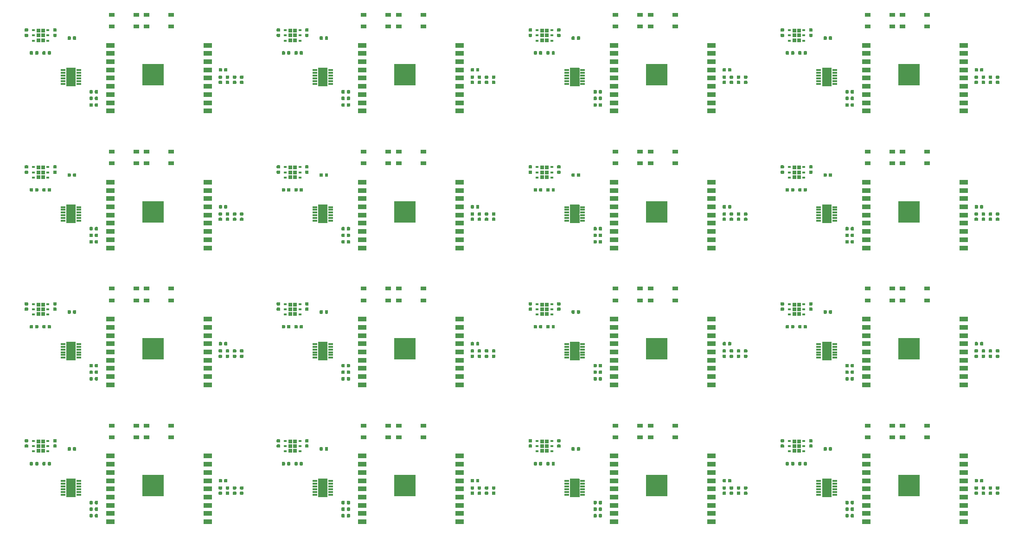
<source format=gbr>
G04 #@! TF.GenerationSoftware,KiCad,Pcbnew,5.0.2-bee76a0~70~ubuntu18.04.1*
G04 #@! TF.CreationDate,2020-03-12T16:20:20+01:00*
G04 #@! TF.ProjectId,output.m3_panel,6f757470-7574-42e6-9d33-5f70616e656c,rev?*
G04 #@! TF.SameCoordinates,Original*
G04 #@! TF.FileFunction,Paste,Top*
G04 #@! TF.FilePolarity,Positive*
%FSLAX46Y46*%
G04 Gerber Fmt 4.6, Leading zero omitted, Abs format (unit mm)*
G04 Created by KiCad (PCBNEW 5.0.2-bee76a0~70~ubuntu18.04.1) date Thu 12 Mar 2020 04:20:20 PM CET*
%MOMM*%
%LPD*%
G01*
G04 APERTURE LIST*
%ADD10C,0.025400*%
%ADD11C,0.100000*%
%ADD12C,0.590000*%
%ADD13R,0.812800X0.304800*%
%ADD14R,1.803400X3.403600*%
%ADD15R,0.630000X0.450000*%
%ADD16R,0.660000X0.730000*%
%ADD17R,1.000000X0.700000*%
%ADD18R,1.485000X0.900000*%
%ADD19R,4.000000X4.000000*%
G04 APERTURE END LIST*
D10*
G04 #@! TO.C,U1*
G36*
X194001700Y-62801800D02*
X194001700Y-61300000D01*
X192398300Y-61300000D01*
X192398300Y-62801800D01*
X194001700Y-62801800D01*
G37*
X194001700Y-62801800D02*
X194001700Y-61300000D01*
X192398300Y-61300000D01*
X192398300Y-62801800D01*
X194001700Y-62801800D01*
G36*
X194001700Y-61100000D02*
X194001700Y-59598200D01*
X192398300Y-59598200D01*
X192398300Y-61100000D01*
X194001700Y-61100000D01*
G37*
X194001700Y-61100000D02*
X194001700Y-59598200D01*
X192398300Y-59598200D01*
X192398300Y-61100000D01*
X194001700Y-61100000D01*
G36*
X194001700Y-112801800D02*
X194001700Y-111300000D01*
X192398300Y-111300000D01*
X192398300Y-112801800D01*
X194001700Y-112801800D01*
G37*
X194001700Y-112801800D02*
X194001700Y-111300000D01*
X192398300Y-111300000D01*
X192398300Y-112801800D01*
X194001700Y-112801800D01*
G36*
X194001700Y-111100000D02*
X194001700Y-109598200D01*
X192398300Y-109598200D01*
X192398300Y-111100000D01*
X194001700Y-111100000D01*
G37*
X194001700Y-111100000D02*
X194001700Y-109598200D01*
X192398300Y-109598200D01*
X192398300Y-111100000D01*
X194001700Y-111100000D01*
G36*
X148001700Y-137801800D02*
X148001700Y-136300000D01*
X146398300Y-136300000D01*
X146398300Y-137801800D01*
X148001700Y-137801800D01*
G37*
X148001700Y-137801800D02*
X148001700Y-136300000D01*
X146398300Y-136300000D01*
X146398300Y-137801800D01*
X148001700Y-137801800D01*
G36*
X148001700Y-136100000D02*
X148001700Y-134598200D01*
X146398300Y-134598200D01*
X146398300Y-136100000D01*
X148001700Y-136100000D01*
G37*
X148001700Y-136100000D02*
X148001700Y-134598200D01*
X146398300Y-134598200D01*
X146398300Y-136100000D01*
X148001700Y-136100000D01*
D11*
G04 #@! TO.C,U2*
G36*
X209465060Y-137065000D02*
X206935000Y-137065000D01*
X206935000Y-134534280D01*
X209465060Y-134534280D01*
X209465060Y-137065000D01*
G37*
D10*
G04 #@! TO.C,U1*
G36*
X148001700Y-112801800D02*
X148001700Y-111300000D01*
X146398300Y-111300000D01*
X146398300Y-112801800D01*
X148001700Y-112801800D01*
G37*
X148001700Y-112801800D02*
X148001700Y-111300000D01*
X146398300Y-111300000D01*
X146398300Y-112801800D01*
X148001700Y-112801800D01*
G36*
X148001700Y-111100000D02*
X148001700Y-109598200D01*
X146398300Y-109598200D01*
X146398300Y-111100000D01*
X148001700Y-111100000D01*
G37*
X148001700Y-111100000D02*
X148001700Y-109598200D01*
X146398300Y-109598200D01*
X146398300Y-111100000D01*
X148001700Y-111100000D01*
D11*
G04 #@! TO.C,U2*
G36*
X209465060Y-87065000D02*
X206935000Y-87065000D01*
X206935000Y-84534280D01*
X209465060Y-84534280D01*
X209465060Y-87065000D01*
G37*
G36*
X163465060Y-62065000D02*
X160935000Y-62065000D01*
X160935000Y-59534280D01*
X163465060Y-59534280D01*
X163465060Y-62065000D01*
G37*
G36*
X163465060Y-87065000D02*
X160935000Y-87065000D01*
X160935000Y-84534280D01*
X163465060Y-84534280D01*
X163465060Y-87065000D01*
G37*
D10*
G04 #@! TO.C,U1*
G36*
X148001700Y-87801800D02*
X148001700Y-86300000D01*
X146398300Y-86300000D01*
X146398300Y-87801800D01*
X148001700Y-87801800D01*
G37*
X148001700Y-87801800D02*
X148001700Y-86300000D01*
X146398300Y-86300000D01*
X146398300Y-87801800D01*
X148001700Y-87801800D01*
G36*
X148001700Y-86100000D02*
X148001700Y-84598200D01*
X146398300Y-84598200D01*
X146398300Y-86100000D01*
X148001700Y-86100000D01*
G37*
X148001700Y-86100000D02*
X148001700Y-84598200D01*
X146398300Y-84598200D01*
X146398300Y-86100000D01*
X148001700Y-86100000D01*
G36*
X148001700Y-61100000D02*
X148001700Y-59598200D01*
X146398300Y-59598200D01*
X146398300Y-61100000D01*
X148001700Y-61100000D01*
G37*
X148001700Y-61100000D02*
X148001700Y-59598200D01*
X146398300Y-59598200D01*
X146398300Y-61100000D01*
X148001700Y-61100000D01*
G36*
X148001700Y-62801800D02*
X148001700Y-61300000D01*
X146398300Y-61300000D01*
X146398300Y-62801800D01*
X148001700Y-62801800D01*
G37*
X148001700Y-62801800D02*
X148001700Y-61300000D01*
X146398300Y-61300000D01*
X146398300Y-62801800D01*
X148001700Y-62801800D01*
G36*
X194001700Y-137801800D02*
X194001700Y-136300000D01*
X192398300Y-136300000D01*
X192398300Y-137801800D01*
X194001700Y-137801800D01*
G37*
X194001700Y-137801800D02*
X194001700Y-136300000D01*
X192398300Y-136300000D01*
X192398300Y-137801800D01*
X194001700Y-137801800D01*
G36*
X194001700Y-136100000D02*
X194001700Y-134598200D01*
X192398300Y-134598200D01*
X192398300Y-136100000D01*
X194001700Y-136100000D01*
G37*
X194001700Y-136100000D02*
X194001700Y-134598200D01*
X192398300Y-134598200D01*
X192398300Y-136100000D01*
X194001700Y-136100000D01*
D11*
G04 #@! TO.C,U2*
G36*
X209465060Y-112065000D02*
X206935000Y-112065000D01*
X206935000Y-109534280D01*
X209465060Y-109534280D01*
X209465060Y-112065000D01*
G37*
D10*
G04 #@! TO.C,U1*
G36*
X194001700Y-87801800D02*
X194001700Y-86300000D01*
X192398300Y-86300000D01*
X192398300Y-87801800D01*
X194001700Y-87801800D01*
G37*
X194001700Y-87801800D02*
X194001700Y-86300000D01*
X192398300Y-86300000D01*
X192398300Y-87801800D01*
X194001700Y-87801800D01*
G36*
X194001700Y-86100000D02*
X194001700Y-84598200D01*
X192398300Y-84598200D01*
X192398300Y-86100000D01*
X194001700Y-86100000D01*
G37*
X194001700Y-86100000D02*
X194001700Y-84598200D01*
X192398300Y-84598200D01*
X192398300Y-86100000D01*
X194001700Y-86100000D01*
D11*
G04 #@! TO.C,U2*
G36*
X163465060Y-112065000D02*
X160935000Y-112065000D01*
X160935000Y-109534280D01*
X163465060Y-109534280D01*
X163465060Y-112065000D01*
G37*
G36*
X163465060Y-137065000D02*
X160935000Y-137065000D01*
X160935000Y-134534280D01*
X163465060Y-134534280D01*
X163465060Y-137065000D01*
G37*
G36*
X209465060Y-62065000D02*
X206935000Y-62065000D01*
X206935000Y-59534280D01*
X209465060Y-59534280D01*
X209465060Y-62065000D01*
G37*
G36*
X117465060Y-137065000D02*
X114935000Y-137065000D01*
X114935000Y-134534280D01*
X117465060Y-134534280D01*
X117465060Y-137065000D01*
G37*
G36*
X71465060Y-137065000D02*
X68935000Y-137065000D01*
X68935000Y-134534280D01*
X71465060Y-134534280D01*
X71465060Y-137065000D01*
G37*
G36*
X117465060Y-112065000D02*
X114935000Y-112065000D01*
X114935000Y-109534280D01*
X117465060Y-109534280D01*
X117465060Y-112065000D01*
G37*
G36*
X71465060Y-112065000D02*
X68935000Y-112065000D01*
X68935000Y-109534280D01*
X71465060Y-109534280D01*
X71465060Y-112065000D01*
G37*
G36*
X117465060Y-87065000D02*
X114935000Y-87065000D01*
X114935000Y-84534280D01*
X117465060Y-84534280D01*
X117465060Y-87065000D01*
G37*
G36*
X71465060Y-87065000D02*
X68935000Y-87065000D01*
X68935000Y-84534280D01*
X71465060Y-84534280D01*
X71465060Y-87065000D01*
G37*
G36*
X117465060Y-62065000D02*
X114935000Y-62065000D01*
X114935000Y-59534280D01*
X117465060Y-59534280D01*
X117465060Y-62065000D01*
G37*
D10*
G04 #@! TO.C,U1*
G36*
X102001700Y-136100000D02*
X102001700Y-134598200D01*
X100398300Y-134598200D01*
X100398300Y-136100000D01*
X102001700Y-136100000D01*
G37*
X102001700Y-136100000D02*
X102001700Y-134598200D01*
X100398300Y-134598200D01*
X100398300Y-136100000D01*
X102001700Y-136100000D01*
G36*
X102001700Y-137801800D02*
X102001700Y-136300000D01*
X100398300Y-136300000D01*
X100398300Y-137801800D01*
X102001700Y-137801800D01*
G37*
X102001700Y-137801800D02*
X102001700Y-136300000D01*
X100398300Y-136300000D01*
X100398300Y-137801800D01*
X102001700Y-137801800D01*
G36*
X56001700Y-136100000D02*
X56001700Y-134598200D01*
X54398300Y-134598200D01*
X54398300Y-136100000D01*
X56001700Y-136100000D01*
G37*
X56001700Y-136100000D02*
X56001700Y-134598200D01*
X54398300Y-134598200D01*
X54398300Y-136100000D01*
X56001700Y-136100000D01*
G36*
X56001700Y-137801800D02*
X56001700Y-136300000D01*
X54398300Y-136300000D01*
X54398300Y-137801800D01*
X56001700Y-137801800D01*
G37*
X56001700Y-137801800D02*
X56001700Y-136300000D01*
X54398300Y-136300000D01*
X54398300Y-137801800D01*
X56001700Y-137801800D01*
G36*
X102001700Y-111100000D02*
X102001700Y-109598200D01*
X100398300Y-109598200D01*
X100398300Y-111100000D01*
X102001700Y-111100000D01*
G37*
X102001700Y-111100000D02*
X102001700Y-109598200D01*
X100398300Y-109598200D01*
X100398300Y-111100000D01*
X102001700Y-111100000D01*
G36*
X102001700Y-112801800D02*
X102001700Y-111300000D01*
X100398300Y-111300000D01*
X100398300Y-112801800D01*
X102001700Y-112801800D01*
G37*
X102001700Y-112801800D02*
X102001700Y-111300000D01*
X100398300Y-111300000D01*
X100398300Y-112801800D01*
X102001700Y-112801800D01*
G36*
X56001700Y-111100000D02*
X56001700Y-109598200D01*
X54398300Y-109598200D01*
X54398300Y-111100000D01*
X56001700Y-111100000D01*
G37*
X56001700Y-111100000D02*
X56001700Y-109598200D01*
X54398300Y-109598200D01*
X54398300Y-111100000D01*
X56001700Y-111100000D01*
G36*
X56001700Y-112801800D02*
X56001700Y-111300000D01*
X54398300Y-111300000D01*
X54398300Y-112801800D01*
X56001700Y-112801800D01*
G37*
X56001700Y-112801800D02*
X56001700Y-111300000D01*
X54398300Y-111300000D01*
X54398300Y-112801800D01*
X56001700Y-112801800D01*
G36*
X102001700Y-86100000D02*
X102001700Y-84598200D01*
X100398300Y-84598200D01*
X100398300Y-86100000D01*
X102001700Y-86100000D01*
G37*
X102001700Y-86100000D02*
X102001700Y-84598200D01*
X100398300Y-84598200D01*
X100398300Y-86100000D01*
X102001700Y-86100000D01*
G36*
X102001700Y-87801800D02*
X102001700Y-86300000D01*
X100398300Y-86300000D01*
X100398300Y-87801800D01*
X102001700Y-87801800D01*
G37*
X102001700Y-87801800D02*
X102001700Y-86300000D01*
X100398300Y-86300000D01*
X100398300Y-87801800D01*
X102001700Y-87801800D01*
G36*
X56001700Y-86100000D02*
X56001700Y-84598200D01*
X54398300Y-84598200D01*
X54398300Y-86100000D01*
X56001700Y-86100000D01*
G37*
X56001700Y-86100000D02*
X56001700Y-84598200D01*
X54398300Y-84598200D01*
X54398300Y-86100000D01*
X56001700Y-86100000D01*
G36*
X56001700Y-87801800D02*
X56001700Y-86300000D01*
X54398300Y-86300000D01*
X54398300Y-87801800D01*
X56001700Y-87801800D01*
G37*
X56001700Y-87801800D02*
X56001700Y-86300000D01*
X54398300Y-86300000D01*
X54398300Y-87801800D01*
X56001700Y-87801800D01*
G36*
X102001700Y-61100000D02*
X102001700Y-59598200D01*
X100398300Y-59598200D01*
X100398300Y-61100000D01*
X102001700Y-61100000D01*
G37*
X102001700Y-61100000D02*
X102001700Y-59598200D01*
X100398300Y-59598200D01*
X100398300Y-61100000D01*
X102001700Y-61100000D01*
G36*
X102001700Y-62801800D02*
X102001700Y-61300000D01*
X100398300Y-61300000D01*
X100398300Y-62801800D01*
X102001700Y-62801800D01*
G37*
X102001700Y-62801800D02*
X102001700Y-61300000D01*
X100398300Y-61300000D01*
X100398300Y-62801800D01*
X102001700Y-62801800D01*
D11*
G04 #@! TO.C,U2*
G36*
X71465060Y-62065000D02*
X68935000Y-62065000D01*
X68935000Y-59534280D01*
X71465060Y-59534280D01*
X71465060Y-62065000D01*
G37*
D10*
G04 #@! TO.C,U1*
G36*
X56001700Y-62801800D02*
X56001700Y-61300000D01*
X54398300Y-61300000D01*
X54398300Y-62801800D01*
X56001700Y-62801800D01*
G37*
X56001700Y-62801800D02*
X56001700Y-61300000D01*
X54398300Y-61300000D01*
X54398300Y-62801800D01*
X56001700Y-62801800D01*
G36*
X56001700Y-61100000D02*
X56001700Y-59598200D01*
X54398300Y-59598200D01*
X54398300Y-61100000D01*
X56001700Y-61100000D01*
G37*
X56001700Y-61100000D02*
X56001700Y-59598200D01*
X54398300Y-59598200D01*
X54398300Y-61100000D01*
X56001700Y-61100000D01*
G04 #@! TD*
D11*
G04 #@! TO.C,R4*
G36*
X174686958Y-110920710D02*
X174701276Y-110922834D01*
X174715317Y-110926351D01*
X174728946Y-110931228D01*
X174742031Y-110937417D01*
X174754447Y-110944858D01*
X174766073Y-110953481D01*
X174776798Y-110963202D01*
X174786519Y-110973927D01*
X174795142Y-110985553D01*
X174802583Y-110997969D01*
X174808772Y-111011054D01*
X174813649Y-111024683D01*
X174817166Y-111038724D01*
X174819290Y-111053042D01*
X174820000Y-111067500D01*
X174820000Y-111362500D01*
X174819290Y-111376958D01*
X174817166Y-111391276D01*
X174813649Y-111405317D01*
X174808772Y-111418946D01*
X174802583Y-111432031D01*
X174795142Y-111444447D01*
X174786519Y-111456073D01*
X174776798Y-111466798D01*
X174766073Y-111476519D01*
X174754447Y-111485142D01*
X174742031Y-111492583D01*
X174728946Y-111498772D01*
X174715317Y-111503649D01*
X174701276Y-111507166D01*
X174686958Y-111509290D01*
X174672500Y-111510000D01*
X174327500Y-111510000D01*
X174313042Y-111509290D01*
X174298724Y-111507166D01*
X174284683Y-111503649D01*
X174271054Y-111498772D01*
X174257969Y-111492583D01*
X174245553Y-111485142D01*
X174233927Y-111476519D01*
X174223202Y-111466798D01*
X174213481Y-111456073D01*
X174204858Y-111444447D01*
X174197417Y-111432031D01*
X174191228Y-111418946D01*
X174186351Y-111405317D01*
X174182834Y-111391276D01*
X174180710Y-111376958D01*
X174180000Y-111362500D01*
X174180000Y-111067500D01*
X174180710Y-111053042D01*
X174182834Y-111038724D01*
X174186351Y-111024683D01*
X174191228Y-111011054D01*
X174197417Y-110997969D01*
X174204858Y-110985553D01*
X174213481Y-110973927D01*
X174223202Y-110963202D01*
X174233927Y-110953481D01*
X174245553Y-110944858D01*
X174257969Y-110937417D01*
X174271054Y-110931228D01*
X174284683Y-110926351D01*
X174298724Y-110922834D01*
X174313042Y-110920710D01*
X174327500Y-110920000D01*
X174672500Y-110920000D01*
X174686958Y-110920710D01*
X174686958Y-110920710D01*
G37*
D12*
X174500000Y-111215000D03*
D11*
G36*
X174686958Y-111890710D02*
X174701276Y-111892834D01*
X174715317Y-111896351D01*
X174728946Y-111901228D01*
X174742031Y-111907417D01*
X174754447Y-111914858D01*
X174766073Y-111923481D01*
X174776798Y-111933202D01*
X174786519Y-111943927D01*
X174795142Y-111955553D01*
X174802583Y-111967969D01*
X174808772Y-111981054D01*
X174813649Y-111994683D01*
X174817166Y-112008724D01*
X174819290Y-112023042D01*
X174820000Y-112037500D01*
X174820000Y-112332500D01*
X174819290Y-112346958D01*
X174817166Y-112361276D01*
X174813649Y-112375317D01*
X174808772Y-112388946D01*
X174802583Y-112402031D01*
X174795142Y-112414447D01*
X174786519Y-112426073D01*
X174776798Y-112436798D01*
X174766073Y-112446519D01*
X174754447Y-112455142D01*
X174742031Y-112462583D01*
X174728946Y-112468772D01*
X174715317Y-112473649D01*
X174701276Y-112477166D01*
X174686958Y-112479290D01*
X174672500Y-112480000D01*
X174327500Y-112480000D01*
X174313042Y-112479290D01*
X174298724Y-112477166D01*
X174284683Y-112473649D01*
X174271054Y-112468772D01*
X174257969Y-112462583D01*
X174245553Y-112455142D01*
X174233927Y-112446519D01*
X174223202Y-112436798D01*
X174213481Y-112426073D01*
X174204858Y-112414447D01*
X174197417Y-112402031D01*
X174191228Y-112388946D01*
X174186351Y-112375317D01*
X174182834Y-112361276D01*
X174180710Y-112346958D01*
X174180000Y-112332500D01*
X174180000Y-112037500D01*
X174180710Y-112023042D01*
X174182834Y-112008724D01*
X174186351Y-111994683D01*
X174191228Y-111981054D01*
X174197417Y-111967969D01*
X174204858Y-111955553D01*
X174213481Y-111943927D01*
X174223202Y-111933202D01*
X174233927Y-111923481D01*
X174245553Y-111914858D01*
X174257969Y-111907417D01*
X174271054Y-111901228D01*
X174284683Y-111896351D01*
X174298724Y-111892834D01*
X174313042Y-111890710D01*
X174327500Y-111890000D01*
X174672500Y-111890000D01*
X174686958Y-111890710D01*
X174686958Y-111890710D01*
G37*
D12*
X174500000Y-112185000D03*
G04 #@! TD*
D11*
G04 #@! TO.C,C3*
G36*
X177286958Y-111890710D02*
X177301276Y-111892834D01*
X177315317Y-111896351D01*
X177328946Y-111901228D01*
X177342031Y-111907417D01*
X177354447Y-111914858D01*
X177366073Y-111923481D01*
X177376798Y-111933202D01*
X177386519Y-111943927D01*
X177395142Y-111955553D01*
X177402583Y-111967969D01*
X177408772Y-111981054D01*
X177413649Y-111994683D01*
X177417166Y-112008724D01*
X177419290Y-112023042D01*
X177420000Y-112037500D01*
X177420000Y-112332500D01*
X177419290Y-112346958D01*
X177417166Y-112361276D01*
X177413649Y-112375317D01*
X177408772Y-112388946D01*
X177402583Y-112402031D01*
X177395142Y-112414447D01*
X177386519Y-112426073D01*
X177376798Y-112436798D01*
X177366073Y-112446519D01*
X177354447Y-112455142D01*
X177342031Y-112462583D01*
X177328946Y-112468772D01*
X177315317Y-112473649D01*
X177301276Y-112477166D01*
X177286958Y-112479290D01*
X177272500Y-112480000D01*
X176927500Y-112480000D01*
X176913042Y-112479290D01*
X176898724Y-112477166D01*
X176884683Y-112473649D01*
X176871054Y-112468772D01*
X176857969Y-112462583D01*
X176845553Y-112455142D01*
X176833927Y-112446519D01*
X176823202Y-112436798D01*
X176813481Y-112426073D01*
X176804858Y-112414447D01*
X176797417Y-112402031D01*
X176791228Y-112388946D01*
X176786351Y-112375317D01*
X176782834Y-112361276D01*
X176780710Y-112346958D01*
X176780000Y-112332500D01*
X176780000Y-112037500D01*
X176780710Y-112023042D01*
X176782834Y-112008724D01*
X176786351Y-111994683D01*
X176791228Y-111981054D01*
X176797417Y-111967969D01*
X176804858Y-111955553D01*
X176813481Y-111943927D01*
X176823202Y-111933202D01*
X176833927Y-111923481D01*
X176845553Y-111914858D01*
X176857969Y-111907417D01*
X176871054Y-111901228D01*
X176884683Y-111896351D01*
X176898724Y-111892834D01*
X176913042Y-111890710D01*
X176927500Y-111890000D01*
X177272500Y-111890000D01*
X177286958Y-111890710D01*
X177286958Y-111890710D01*
G37*
D12*
X177100000Y-112185000D03*
D11*
G36*
X177286958Y-110920710D02*
X177301276Y-110922834D01*
X177315317Y-110926351D01*
X177328946Y-110931228D01*
X177342031Y-110937417D01*
X177354447Y-110944858D01*
X177366073Y-110953481D01*
X177376798Y-110963202D01*
X177386519Y-110973927D01*
X177395142Y-110985553D01*
X177402583Y-110997969D01*
X177408772Y-111011054D01*
X177413649Y-111024683D01*
X177417166Y-111038724D01*
X177419290Y-111053042D01*
X177420000Y-111067500D01*
X177420000Y-111362500D01*
X177419290Y-111376958D01*
X177417166Y-111391276D01*
X177413649Y-111405317D01*
X177408772Y-111418946D01*
X177402583Y-111432031D01*
X177395142Y-111444447D01*
X177386519Y-111456073D01*
X177376798Y-111466798D01*
X177366073Y-111476519D01*
X177354447Y-111485142D01*
X177342031Y-111492583D01*
X177328946Y-111498772D01*
X177315317Y-111503649D01*
X177301276Y-111507166D01*
X177286958Y-111509290D01*
X177272500Y-111510000D01*
X176927500Y-111510000D01*
X176913042Y-111509290D01*
X176898724Y-111507166D01*
X176884683Y-111503649D01*
X176871054Y-111498772D01*
X176857969Y-111492583D01*
X176845553Y-111485142D01*
X176833927Y-111476519D01*
X176823202Y-111466798D01*
X176813481Y-111456073D01*
X176804858Y-111444447D01*
X176797417Y-111432031D01*
X176791228Y-111418946D01*
X176786351Y-111405317D01*
X176782834Y-111391276D01*
X176780710Y-111376958D01*
X176780000Y-111362500D01*
X176780000Y-111067500D01*
X176780710Y-111053042D01*
X176782834Y-111038724D01*
X176786351Y-111024683D01*
X176791228Y-111011054D01*
X176797417Y-110997969D01*
X176804858Y-110985553D01*
X176813481Y-110973927D01*
X176823202Y-110963202D01*
X176833927Y-110953481D01*
X176845553Y-110944858D01*
X176857969Y-110937417D01*
X176871054Y-110931228D01*
X176884683Y-110926351D01*
X176898724Y-110922834D01*
X176913042Y-110920710D01*
X176927500Y-110920000D01*
X177272500Y-110920000D01*
X177286958Y-110920710D01*
X177286958Y-110920710D01*
G37*
D12*
X177100000Y-111215000D03*
G04 #@! TD*
D13*
G04 #@! TO.C,U1*
X194647800Y-62450000D03*
X194647800Y-61950000D03*
X194647800Y-61450000D03*
X194647800Y-60950000D03*
X194647800Y-60450000D03*
X194647800Y-59950000D03*
X191752200Y-59950000D03*
X191752200Y-60450000D03*
X191752200Y-60950000D03*
X191752200Y-61450000D03*
X191752200Y-61950000D03*
X191752200Y-62450000D03*
D14*
X193200000Y-61200000D03*
G04 #@! TD*
D15*
G04 #@! TO.C,U3*
X189040000Y-129550000D03*
X189040000Y-128600000D03*
X189040000Y-127650000D03*
X186360000Y-127650000D03*
X186360000Y-128600000D03*
X186360000Y-129550000D03*
D16*
X188125000Y-127734000D03*
X187275000Y-127734000D03*
X187275000Y-128600000D03*
X188125000Y-128600000D03*
X187275000Y-129466000D03*
X188125000Y-129466000D03*
G04 #@! TD*
D11*
G04 #@! TO.C,R1*
G36*
X220676958Y-84580710D02*
X220691276Y-84582834D01*
X220705317Y-84586351D01*
X220718946Y-84591228D01*
X220732031Y-84597417D01*
X220744447Y-84604858D01*
X220756073Y-84613481D01*
X220766798Y-84623202D01*
X220776519Y-84633927D01*
X220785142Y-84645553D01*
X220792583Y-84657969D01*
X220798772Y-84671054D01*
X220803649Y-84684683D01*
X220807166Y-84698724D01*
X220809290Y-84713042D01*
X220810000Y-84727500D01*
X220810000Y-85072500D01*
X220809290Y-85086958D01*
X220807166Y-85101276D01*
X220803649Y-85115317D01*
X220798772Y-85128946D01*
X220792583Y-85142031D01*
X220785142Y-85154447D01*
X220776519Y-85166073D01*
X220766798Y-85176798D01*
X220756073Y-85186519D01*
X220744447Y-85195142D01*
X220732031Y-85202583D01*
X220718946Y-85208772D01*
X220705317Y-85213649D01*
X220691276Y-85217166D01*
X220676958Y-85219290D01*
X220662500Y-85220000D01*
X220367500Y-85220000D01*
X220353042Y-85219290D01*
X220338724Y-85217166D01*
X220324683Y-85213649D01*
X220311054Y-85208772D01*
X220297969Y-85202583D01*
X220285553Y-85195142D01*
X220273927Y-85186519D01*
X220263202Y-85176798D01*
X220253481Y-85166073D01*
X220244858Y-85154447D01*
X220237417Y-85142031D01*
X220231228Y-85128946D01*
X220226351Y-85115317D01*
X220222834Y-85101276D01*
X220220710Y-85086958D01*
X220220000Y-85072500D01*
X220220000Y-84727500D01*
X220220710Y-84713042D01*
X220222834Y-84698724D01*
X220226351Y-84684683D01*
X220231228Y-84671054D01*
X220237417Y-84657969D01*
X220244858Y-84645553D01*
X220253481Y-84633927D01*
X220263202Y-84623202D01*
X220273927Y-84613481D01*
X220285553Y-84604858D01*
X220297969Y-84597417D01*
X220311054Y-84591228D01*
X220324683Y-84586351D01*
X220338724Y-84582834D01*
X220353042Y-84580710D01*
X220367500Y-84580000D01*
X220662500Y-84580000D01*
X220676958Y-84580710D01*
X220676958Y-84580710D01*
G37*
D12*
X220515000Y-84900000D03*
D11*
G36*
X221646958Y-84580710D02*
X221661276Y-84582834D01*
X221675317Y-84586351D01*
X221688946Y-84591228D01*
X221702031Y-84597417D01*
X221714447Y-84604858D01*
X221726073Y-84613481D01*
X221736798Y-84623202D01*
X221746519Y-84633927D01*
X221755142Y-84645553D01*
X221762583Y-84657969D01*
X221768772Y-84671054D01*
X221773649Y-84684683D01*
X221777166Y-84698724D01*
X221779290Y-84713042D01*
X221780000Y-84727500D01*
X221780000Y-85072500D01*
X221779290Y-85086958D01*
X221777166Y-85101276D01*
X221773649Y-85115317D01*
X221768772Y-85128946D01*
X221762583Y-85142031D01*
X221755142Y-85154447D01*
X221746519Y-85166073D01*
X221736798Y-85176798D01*
X221726073Y-85186519D01*
X221714447Y-85195142D01*
X221702031Y-85202583D01*
X221688946Y-85208772D01*
X221675317Y-85213649D01*
X221661276Y-85217166D01*
X221646958Y-85219290D01*
X221632500Y-85220000D01*
X221337500Y-85220000D01*
X221323042Y-85219290D01*
X221308724Y-85217166D01*
X221294683Y-85213649D01*
X221281054Y-85208772D01*
X221267969Y-85202583D01*
X221255553Y-85195142D01*
X221243927Y-85186519D01*
X221233202Y-85176798D01*
X221223481Y-85166073D01*
X221214858Y-85154447D01*
X221207417Y-85142031D01*
X221201228Y-85128946D01*
X221196351Y-85115317D01*
X221192834Y-85101276D01*
X221190710Y-85086958D01*
X221190000Y-85072500D01*
X221190000Y-84727500D01*
X221190710Y-84713042D01*
X221192834Y-84698724D01*
X221196351Y-84684683D01*
X221201228Y-84671054D01*
X221207417Y-84657969D01*
X221214858Y-84645553D01*
X221223481Y-84633927D01*
X221233202Y-84623202D01*
X221243927Y-84613481D01*
X221255553Y-84604858D01*
X221267969Y-84597417D01*
X221281054Y-84591228D01*
X221294683Y-84586351D01*
X221308724Y-84582834D01*
X221323042Y-84580710D01*
X221337500Y-84580000D01*
X221632500Y-84580000D01*
X221646958Y-84580710D01*
X221646958Y-84580710D01*
G37*
D12*
X221485000Y-84900000D03*
G04 #@! TD*
D17*
G04 #@! TO.C,SW2*
X207050000Y-51975000D03*
X211550000Y-51975000D03*
X211550000Y-49825000D03*
X207050000Y-49825000D03*
G04 #@! TD*
D11*
G04 #@! TO.C,C5*
G36*
X152046958Y-89780710D02*
X152061276Y-89782834D01*
X152075317Y-89786351D01*
X152088946Y-89791228D01*
X152102031Y-89797417D01*
X152114447Y-89804858D01*
X152126073Y-89813481D01*
X152136798Y-89823202D01*
X152146519Y-89833927D01*
X152155142Y-89845553D01*
X152162583Y-89857969D01*
X152168772Y-89871054D01*
X152173649Y-89884683D01*
X152177166Y-89898724D01*
X152179290Y-89913042D01*
X152180000Y-89927500D01*
X152180000Y-90272500D01*
X152179290Y-90286958D01*
X152177166Y-90301276D01*
X152173649Y-90315317D01*
X152168772Y-90328946D01*
X152162583Y-90342031D01*
X152155142Y-90354447D01*
X152146519Y-90366073D01*
X152136798Y-90376798D01*
X152126073Y-90386519D01*
X152114447Y-90395142D01*
X152102031Y-90402583D01*
X152088946Y-90408772D01*
X152075317Y-90413649D01*
X152061276Y-90417166D01*
X152046958Y-90419290D01*
X152032500Y-90420000D01*
X151737500Y-90420000D01*
X151723042Y-90419290D01*
X151708724Y-90417166D01*
X151694683Y-90413649D01*
X151681054Y-90408772D01*
X151667969Y-90402583D01*
X151655553Y-90395142D01*
X151643927Y-90386519D01*
X151633202Y-90376798D01*
X151623481Y-90366073D01*
X151614858Y-90354447D01*
X151607417Y-90342031D01*
X151601228Y-90328946D01*
X151596351Y-90315317D01*
X151592834Y-90301276D01*
X151590710Y-90286958D01*
X151590000Y-90272500D01*
X151590000Y-89927500D01*
X151590710Y-89913042D01*
X151592834Y-89898724D01*
X151596351Y-89884683D01*
X151601228Y-89871054D01*
X151607417Y-89857969D01*
X151614858Y-89845553D01*
X151623481Y-89833927D01*
X151633202Y-89823202D01*
X151643927Y-89813481D01*
X151655553Y-89804858D01*
X151667969Y-89797417D01*
X151681054Y-89791228D01*
X151694683Y-89786351D01*
X151708724Y-89782834D01*
X151723042Y-89780710D01*
X151737500Y-89780000D01*
X152032500Y-89780000D01*
X152046958Y-89780710D01*
X152046958Y-89780710D01*
G37*
D12*
X151885000Y-90100000D03*
D11*
G36*
X151076958Y-89780710D02*
X151091276Y-89782834D01*
X151105317Y-89786351D01*
X151118946Y-89791228D01*
X151132031Y-89797417D01*
X151144447Y-89804858D01*
X151156073Y-89813481D01*
X151166798Y-89823202D01*
X151176519Y-89833927D01*
X151185142Y-89845553D01*
X151192583Y-89857969D01*
X151198772Y-89871054D01*
X151203649Y-89884683D01*
X151207166Y-89898724D01*
X151209290Y-89913042D01*
X151210000Y-89927500D01*
X151210000Y-90272500D01*
X151209290Y-90286958D01*
X151207166Y-90301276D01*
X151203649Y-90315317D01*
X151198772Y-90328946D01*
X151192583Y-90342031D01*
X151185142Y-90354447D01*
X151176519Y-90366073D01*
X151166798Y-90376798D01*
X151156073Y-90386519D01*
X151144447Y-90395142D01*
X151132031Y-90402583D01*
X151118946Y-90408772D01*
X151105317Y-90413649D01*
X151091276Y-90417166D01*
X151076958Y-90419290D01*
X151062500Y-90420000D01*
X150767500Y-90420000D01*
X150753042Y-90419290D01*
X150738724Y-90417166D01*
X150724683Y-90413649D01*
X150711054Y-90408772D01*
X150697969Y-90402583D01*
X150685553Y-90395142D01*
X150673927Y-90386519D01*
X150663202Y-90376798D01*
X150653481Y-90366073D01*
X150644858Y-90354447D01*
X150637417Y-90342031D01*
X150631228Y-90328946D01*
X150626351Y-90315317D01*
X150622834Y-90301276D01*
X150620710Y-90286958D01*
X150620000Y-90272500D01*
X150620000Y-89927500D01*
X150620710Y-89913042D01*
X150622834Y-89898724D01*
X150626351Y-89884683D01*
X150631228Y-89871054D01*
X150637417Y-89857969D01*
X150644858Y-89845553D01*
X150653481Y-89833927D01*
X150663202Y-89823202D01*
X150673927Y-89813481D01*
X150685553Y-89804858D01*
X150697969Y-89797417D01*
X150711054Y-89791228D01*
X150724683Y-89786351D01*
X150738724Y-89782834D01*
X150753042Y-89780710D01*
X150767500Y-89780000D01*
X151062500Y-89780000D01*
X151076958Y-89780710D01*
X151076958Y-89780710D01*
G37*
D12*
X150915000Y-90100000D03*
G04 #@! TD*
D11*
G04 #@! TO.C,C4*
G36*
X224586958Y-135920710D02*
X224601276Y-135922834D01*
X224615317Y-135926351D01*
X224628946Y-135931228D01*
X224642031Y-135937417D01*
X224654447Y-135944858D01*
X224666073Y-135953481D01*
X224676798Y-135963202D01*
X224686519Y-135973927D01*
X224695142Y-135985553D01*
X224702583Y-135997969D01*
X224708772Y-136011054D01*
X224713649Y-136024683D01*
X224717166Y-136038724D01*
X224719290Y-136053042D01*
X224720000Y-136067500D01*
X224720000Y-136362500D01*
X224719290Y-136376958D01*
X224717166Y-136391276D01*
X224713649Y-136405317D01*
X224708772Y-136418946D01*
X224702583Y-136432031D01*
X224695142Y-136444447D01*
X224686519Y-136456073D01*
X224676798Y-136466798D01*
X224666073Y-136476519D01*
X224654447Y-136485142D01*
X224642031Y-136492583D01*
X224628946Y-136498772D01*
X224615317Y-136503649D01*
X224601276Y-136507166D01*
X224586958Y-136509290D01*
X224572500Y-136510000D01*
X224227500Y-136510000D01*
X224213042Y-136509290D01*
X224198724Y-136507166D01*
X224184683Y-136503649D01*
X224171054Y-136498772D01*
X224157969Y-136492583D01*
X224145553Y-136485142D01*
X224133927Y-136476519D01*
X224123202Y-136466798D01*
X224113481Y-136456073D01*
X224104858Y-136444447D01*
X224097417Y-136432031D01*
X224091228Y-136418946D01*
X224086351Y-136405317D01*
X224082834Y-136391276D01*
X224080710Y-136376958D01*
X224080000Y-136362500D01*
X224080000Y-136067500D01*
X224080710Y-136053042D01*
X224082834Y-136038724D01*
X224086351Y-136024683D01*
X224091228Y-136011054D01*
X224097417Y-135997969D01*
X224104858Y-135985553D01*
X224113481Y-135973927D01*
X224123202Y-135963202D01*
X224133927Y-135953481D01*
X224145553Y-135944858D01*
X224157969Y-135937417D01*
X224171054Y-135931228D01*
X224184683Y-135926351D01*
X224198724Y-135922834D01*
X224213042Y-135920710D01*
X224227500Y-135920000D01*
X224572500Y-135920000D01*
X224586958Y-135920710D01*
X224586958Y-135920710D01*
G37*
D12*
X224400000Y-136215000D03*
D11*
G36*
X224586958Y-136890710D02*
X224601276Y-136892834D01*
X224615317Y-136896351D01*
X224628946Y-136901228D01*
X224642031Y-136907417D01*
X224654447Y-136914858D01*
X224666073Y-136923481D01*
X224676798Y-136933202D01*
X224686519Y-136943927D01*
X224695142Y-136955553D01*
X224702583Y-136967969D01*
X224708772Y-136981054D01*
X224713649Y-136994683D01*
X224717166Y-137008724D01*
X224719290Y-137023042D01*
X224720000Y-137037500D01*
X224720000Y-137332500D01*
X224719290Y-137346958D01*
X224717166Y-137361276D01*
X224713649Y-137375317D01*
X224708772Y-137388946D01*
X224702583Y-137402031D01*
X224695142Y-137414447D01*
X224686519Y-137426073D01*
X224676798Y-137436798D01*
X224666073Y-137446519D01*
X224654447Y-137455142D01*
X224642031Y-137462583D01*
X224628946Y-137468772D01*
X224615317Y-137473649D01*
X224601276Y-137477166D01*
X224586958Y-137479290D01*
X224572500Y-137480000D01*
X224227500Y-137480000D01*
X224213042Y-137479290D01*
X224198724Y-137477166D01*
X224184683Y-137473649D01*
X224171054Y-137468772D01*
X224157969Y-137462583D01*
X224145553Y-137455142D01*
X224133927Y-137446519D01*
X224123202Y-137436798D01*
X224113481Y-137426073D01*
X224104858Y-137414447D01*
X224097417Y-137402031D01*
X224091228Y-137388946D01*
X224086351Y-137375317D01*
X224082834Y-137361276D01*
X224080710Y-137346958D01*
X224080000Y-137332500D01*
X224080000Y-137037500D01*
X224080710Y-137023042D01*
X224082834Y-137008724D01*
X224086351Y-136994683D01*
X224091228Y-136981054D01*
X224097417Y-136967969D01*
X224104858Y-136955553D01*
X224113481Y-136943927D01*
X224123202Y-136933202D01*
X224133927Y-136923481D01*
X224145553Y-136914858D01*
X224157969Y-136907417D01*
X224171054Y-136901228D01*
X224184683Y-136896351D01*
X224198724Y-136892834D01*
X224213042Y-136890710D01*
X224227500Y-136890000D01*
X224572500Y-136890000D01*
X224586958Y-136890710D01*
X224586958Y-136890710D01*
G37*
D12*
X224400000Y-137185000D03*
G04 #@! TD*
D11*
G04 #@! TO.C,C4*
G36*
X224586958Y-60920710D02*
X224601276Y-60922834D01*
X224615317Y-60926351D01*
X224628946Y-60931228D01*
X224642031Y-60937417D01*
X224654447Y-60944858D01*
X224666073Y-60953481D01*
X224676798Y-60963202D01*
X224686519Y-60973927D01*
X224695142Y-60985553D01*
X224702583Y-60997969D01*
X224708772Y-61011054D01*
X224713649Y-61024683D01*
X224717166Y-61038724D01*
X224719290Y-61053042D01*
X224720000Y-61067500D01*
X224720000Y-61362500D01*
X224719290Y-61376958D01*
X224717166Y-61391276D01*
X224713649Y-61405317D01*
X224708772Y-61418946D01*
X224702583Y-61432031D01*
X224695142Y-61444447D01*
X224686519Y-61456073D01*
X224676798Y-61466798D01*
X224666073Y-61476519D01*
X224654447Y-61485142D01*
X224642031Y-61492583D01*
X224628946Y-61498772D01*
X224615317Y-61503649D01*
X224601276Y-61507166D01*
X224586958Y-61509290D01*
X224572500Y-61510000D01*
X224227500Y-61510000D01*
X224213042Y-61509290D01*
X224198724Y-61507166D01*
X224184683Y-61503649D01*
X224171054Y-61498772D01*
X224157969Y-61492583D01*
X224145553Y-61485142D01*
X224133927Y-61476519D01*
X224123202Y-61466798D01*
X224113481Y-61456073D01*
X224104858Y-61444447D01*
X224097417Y-61432031D01*
X224091228Y-61418946D01*
X224086351Y-61405317D01*
X224082834Y-61391276D01*
X224080710Y-61376958D01*
X224080000Y-61362500D01*
X224080000Y-61067500D01*
X224080710Y-61053042D01*
X224082834Y-61038724D01*
X224086351Y-61024683D01*
X224091228Y-61011054D01*
X224097417Y-60997969D01*
X224104858Y-60985553D01*
X224113481Y-60973927D01*
X224123202Y-60963202D01*
X224133927Y-60953481D01*
X224145553Y-60944858D01*
X224157969Y-60937417D01*
X224171054Y-60931228D01*
X224184683Y-60926351D01*
X224198724Y-60922834D01*
X224213042Y-60920710D01*
X224227500Y-60920000D01*
X224572500Y-60920000D01*
X224586958Y-60920710D01*
X224586958Y-60920710D01*
G37*
D12*
X224400000Y-61215000D03*
D11*
G36*
X224586958Y-61890710D02*
X224601276Y-61892834D01*
X224615317Y-61896351D01*
X224628946Y-61901228D01*
X224642031Y-61907417D01*
X224654447Y-61914858D01*
X224666073Y-61923481D01*
X224676798Y-61933202D01*
X224686519Y-61943927D01*
X224695142Y-61955553D01*
X224702583Y-61967969D01*
X224708772Y-61981054D01*
X224713649Y-61994683D01*
X224717166Y-62008724D01*
X224719290Y-62023042D01*
X224720000Y-62037500D01*
X224720000Y-62332500D01*
X224719290Y-62346958D01*
X224717166Y-62361276D01*
X224713649Y-62375317D01*
X224708772Y-62388946D01*
X224702583Y-62402031D01*
X224695142Y-62414447D01*
X224686519Y-62426073D01*
X224676798Y-62436798D01*
X224666073Y-62446519D01*
X224654447Y-62455142D01*
X224642031Y-62462583D01*
X224628946Y-62468772D01*
X224615317Y-62473649D01*
X224601276Y-62477166D01*
X224586958Y-62479290D01*
X224572500Y-62480000D01*
X224227500Y-62480000D01*
X224213042Y-62479290D01*
X224198724Y-62477166D01*
X224184683Y-62473649D01*
X224171054Y-62468772D01*
X224157969Y-62462583D01*
X224145553Y-62455142D01*
X224133927Y-62446519D01*
X224123202Y-62436798D01*
X224113481Y-62426073D01*
X224104858Y-62414447D01*
X224097417Y-62402031D01*
X224091228Y-62388946D01*
X224086351Y-62375317D01*
X224082834Y-62361276D01*
X224080710Y-62346958D01*
X224080000Y-62332500D01*
X224080000Y-62037500D01*
X224080710Y-62023042D01*
X224082834Y-62008724D01*
X224086351Y-61994683D01*
X224091228Y-61981054D01*
X224097417Y-61967969D01*
X224104858Y-61955553D01*
X224113481Y-61943927D01*
X224123202Y-61933202D01*
X224133927Y-61923481D01*
X224145553Y-61914858D01*
X224157969Y-61907417D01*
X224171054Y-61901228D01*
X224184683Y-61896351D01*
X224198724Y-61892834D01*
X224213042Y-61890710D01*
X224227500Y-61890000D01*
X224572500Y-61890000D01*
X224586958Y-61890710D01*
X224586958Y-61890710D01*
G37*
D12*
X224400000Y-62185000D03*
G04 #@! TD*
D15*
G04 #@! TO.C,U3*
X189040000Y-79550000D03*
X189040000Y-78600000D03*
X189040000Y-77650000D03*
X186360000Y-77650000D03*
X186360000Y-78600000D03*
X186360000Y-79550000D03*
D16*
X188125000Y-77734000D03*
X187275000Y-77734000D03*
X187275000Y-78600000D03*
X188125000Y-78600000D03*
X187275000Y-79466000D03*
X188125000Y-79466000D03*
G04 #@! TD*
D13*
G04 #@! TO.C,U1*
X194647800Y-112450000D03*
X194647800Y-111950000D03*
X194647800Y-111450000D03*
X194647800Y-110950000D03*
X194647800Y-110450000D03*
X194647800Y-109950000D03*
X191752200Y-109950000D03*
X191752200Y-110450000D03*
X191752200Y-110950000D03*
X191752200Y-111450000D03*
X191752200Y-111950000D03*
X191752200Y-112450000D03*
D14*
X193200000Y-111200000D03*
G04 #@! TD*
D15*
G04 #@! TO.C,U3*
X143040000Y-79550000D03*
X143040000Y-78600000D03*
X143040000Y-77650000D03*
X140360000Y-77650000D03*
X140360000Y-78600000D03*
X140360000Y-79550000D03*
D16*
X142125000Y-77734000D03*
X141275000Y-77734000D03*
X141275000Y-78600000D03*
X142125000Y-78600000D03*
X141275000Y-79466000D03*
X142125000Y-79466000D03*
G04 #@! TD*
D17*
G04 #@! TO.C,SW1*
X154650000Y-51975000D03*
X159150000Y-51975000D03*
X159150000Y-49825000D03*
X154650000Y-49825000D03*
G04 #@! TD*
D15*
G04 #@! TO.C,U3*
X143040000Y-129550000D03*
X143040000Y-128600000D03*
X143040000Y-127650000D03*
X140360000Y-127650000D03*
X140360000Y-128600000D03*
X140360000Y-129550000D03*
D16*
X142125000Y-127734000D03*
X141275000Y-127734000D03*
X141275000Y-128600000D03*
X142125000Y-128600000D03*
X141275000Y-129466000D03*
X142125000Y-129466000D03*
G04 #@! TD*
D11*
G04 #@! TO.C,D1*
G36*
X188476958Y-56480710D02*
X188491276Y-56482834D01*
X188505317Y-56486351D01*
X188518946Y-56491228D01*
X188532031Y-56497417D01*
X188544447Y-56504858D01*
X188556073Y-56513481D01*
X188566798Y-56523202D01*
X188576519Y-56533927D01*
X188585142Y-56545553D01*
X188592583Y-56557969D01*
X188598772Y-56571054D01*
X188603649Y-56584683D01*
X188607166Y-56598724D01*
X188609290Y-56613042D01*
X188610000Y-56627500D01*
X188610000Y-56972500D01*
X188609290Y-56986958D01*
X188607166Y-57001276D01*
X188603649Y-57015317D01*
X188598772Y-57028946D01*
X188592583Y-57042031D01*
X188585142Y-57054447D01*
X188576519Y-57066073D01*
X188566798Y-57076798D01*
X188556073Y-57086519D01*
X188544447Y-57095142D01*
X188532031Y-57102583D01*
X188518946Y-57108772D01*
X188505317Y-57113649D01*
X188491276Y-57117166D01*
X188476958Y-57119290D01*
X188462500Y-57120000D01*
X188167500Y-57120000D01*
X188153042Y-57119290D01*
X188138724Y-57117166D01*
X188124683Y-57113649D01*
X188111054Y-57108772D01*
X188097969Y-57102583D01*
X188085553Y-57095142D01*
X188073927Y-57086519D01*
X188063202Y-57076798D01*
X188053481Y-57066073D01*
X188044858Y-57054447D01*
X188037417Y-57042031D01*
X188031228Y-57028946D01*
X188026351Y-57015317D01*
X188022834Y-57001276D01*
X188020710Y-56986958D01*
X188020000Y-56972500D01*
X188020000Y-56627500D01*
X188020710Y-56613042D01*
X188022834Y-56598724D01*
X188026351Y-56584683D01*
X188031228Y-56571054D01*
X188037417Y-56557969D01*
X188044858Y-56545553D01*
X188053481Y-56533927D01*
X188063202Y-56523202D01*
X188073927Y-56513481D01*
X188085553Y-56504858D01*
X188097969Y-56497417D01*
X188111054Y-56491228D01*
X188124683Y-56486351D01*
X188138724Y-56482834D01*
X188153042Y-56480710D01*
X188167500Y-56480000D01*
X188462500Y-56480000D01*
X188476958Y-56480710D01*
X188476958Y-56480710D01*
G37*
D12*
X188315000Y-56800000D03*
D11*
G36*
X189446958Y-56480710D02*
X189461276Y-56482834D01*
X189475317Y-56486351D01*
X189488946Y-56491228D01*
X189502031Y-56497417D01*
X189514447Y-56504858D01*
X189526073Y-56513481D01*
X189536798Y-56523202D01*
X189546519Y-56533927D01*
X189555142Y-56545553D01*
X189562583Y-56557969D01*
X189568772Y-56571054D01*
X189573649Y-56584683D01*
X189577166Y-56598724D01*
X189579290Y-56613042D01*
X189580000Y-56627500D01*
X189580000Y-56972500D01*
X189579290Y-56986958D01*
X189577166Y-57001276D01*
X189573649Y-57015317D01*
X189568772Y-57028946D01*
X189562583Y-57042031D01*
X189555142Y-57054447D01*
X189546519Y-57066073D01*
X189536798Y-57076798D01*
X189526073Y-57086519D01*
X189514447Y-57095142D01*
X189502031Y-57102583D01*
X189488946Y-57108772D01*
X189475317Y-57113649D01*
X189461276Y-57117166D01*
X189446958Y-57119290D01*
X189432500Y-57120000D01*
X189137500Y-57120000D01*
X189123042Y-57119290D01*
X189108724Y-57117166D01*
X189094683Y-57113649D01*
X189081054Y-57108772D01*
X189067969Y-57102583D01*
X189055553Y-57095142D01*
X189043927Y-57086519D01*
X189033202Y-57076798D01*
X189023481Y-57066073D01*
X189014858Y-57054447D01*
X189007417Y-57042031D01*
X189001228Y-57028946D01*
X188996351Y-57015317D01*
X188992834Y-57001276D01*
X188990710Y-56986958D01*
X188990000Y-56972500D01*
X188990000Y-56627500D01*
X188990710Y-56613042D01*
X188992834Y-56598724D01*
X188996351Y-56584683D01*
X189001228Y-56571054D01*
X189007417Y-56557969D01*
X189014858Y-56545553D01*
X189023481Y-56533927D01*
X189033202Y-56523202D01*
X189043927Y-56513481D01*
X189055553Y-56504858D01*
X189067969Y-56497417D01*
X189081054Y-56491228D01*
X189094683Y-56486351D01*
X189108724Y-56482834D01*
X189123042Y-56480710D01*
X189137500Y-56480000D01*
X189432500Y-56480000D01*
X189446958Y-56480710D01*
X189446958Y-56480710D01*
G37*
D12*
X189285000Y-56800000D03*
G04 #@! TD*
D11*
G04 #@! TO.C,R4*
G36*
X220686958Y-85920710D02*
X220701276Y-85922834D01*
X220715317Y-85926351D01*
X220728946Y-85931228D01*
X220742031Y-85937417D01*
X220754447Y-85944858D01*
X220766073Y-85953481D01*
X220776798Y-85963202D01*
X220786519Y-85973927D01*
X220795142Y-85985553D01*
X220802583Y-85997969D01*
X220808772Y-86011054D01*
X220813649Y-86024683D01*
X220817166Y-86038724D01*
X220819290Y-86053042D01*
X220820000Y-86067500D01*
X220820000Y-86362500D01*
X220819290Y-86376958D01*
X220817166Y-86391276D01*
X220813649Y-86405317D01*
X220808772Y-86418946D01*
X220802583Y-86432031D01*
X220795142Y-86444447D01*
X220786519Y-86456073D01*
X220776798Y-86466798D01*
X220766073Y-86476519D01*
X220754447Y-86485142D01*
X220742031Y-86492583D01*
X220728946Y-86498772D01*
X220715317Y-86503649D01*
X220701276Y-86507166D01*
X220686958Y-86509290D01*
X220672500Y-86510000D01*
X220327500Y-86510000D01*
X220313042Y-86509290D01*
X220298724Y-86507166D01*
X220284683Y-86503649D01*
X220271054Y-86498772D01*
X220257969Y-86492583D01*
X220245553Y-86485142D01*
X220233927Y-86476519D01*
X220223202Y-86466798D01*
X220213481Y-86456073D01*
X220204858Y-86444447D01*
X220197417Y-86432031D01*
X220191228Y-86418946D01*
X220186351Y-86405317D01*
X220182834Y-86391276D01*
X220180710Y-86376958D01*
X220180000Y-86362500D01*
X220180000Y-86067500D01*
X220180710Y-86053042D01*
X220182834Y-86038724D01*
X220186351Y-86024683D01*
X220191228Y-86011054D01*
X220197417Y-85997969D01*
X220204858Y-85985553D01*
X220213481Y-85973927D01*
X220223202Y-85963202D01*
X220233927Y-85953481D01*
X220245553Y-85944858D01*
X220257969Y-85937417D01*
X220271054Y-85931228D01*
X220284683Y-85926351D01*
X220298724Y-85922834D01*
X220313042Y-85920710D01*
X220327500Y-85920000D01*
X220672500Y-85920000D01*
X220686958Y-85920710D01*
X220686958Y-85920710D01*
G37*
D12*
X220500000Y-86215000D03*
D11*
G36*
X220686958Y-86890710D02*
X220701276Y-86892834D01*
X220715317Y-86896351D01*
X220728946Y-86901228D01*
X220742031Y-86907417D01*
X220754447Y-86914858D01*
X220766073Y-86923481D01*
X220776798Y-86933202D01*
X220786519Y-86943927D01*
X220795142Y-86955553D01*
X220802583Y-86967969D01*
X220808772Y-86981054D01*
X220813649Y-86994683D01*
X220817166Y-87008724D01*
X220819290Y-87023042D01*
X220820000Y-87037500D01*
X220820000Y-87332500D01*
X220819290Y-87346958D01*
X220817166Y-87361276D01*
X220813649Y-87375317D01*
X220808772Y-87388946D01*
X220802583Y-87402031D01*
X220795142Y-87414447D01*
X220786519Y-87426073D01*
X220776798Y-87436798D01*
X220766073Y-87446519D01*
X220754447Y-87455142D01*
X220742031Y-87462583D01*
X220728946Y-87468772D01*
X220715317Y-87473649D01*
X220701276Y-87477166D01*
X220686958Y-87479290D01*
X220672500Y-87480000D01*
X220327500Y-87480000D01*
X220313042Y-87479290D01*
X220298724Y-87477166D01*
X220284683Y-87473649D01*
X220271054Y-87468772D01*
X220257969Y-87462583D01*
X220245553Y-87455142D01*
X220233927Y-87446519D01*
X220223202Y-87436798D01*
X220213481Y-87426073D01*
X220204858Y-87414447D01*
X220197417Y-87402031D01*
X220191228Y-87388946D01*
X220186351Y-87375317D01*
X220182834Y-87361276D01*
X220180710Y-87346958D01*
X220180000Y-87332500D01*
X220180000Y-87037500D01*
X220180710Y-87023042D01*
X220182834Y-87008724D01*
X220186351Y-86994683D01*
X220191228Y-86981054D01*
X220197417Y-86967969D01*
X220204858Y-86955553D01*
X220213481Y-86943927D01*
X220223202Y-86933202D01*
X220233927Y-86923481D01*
X220245553Y-86914858D01*
X220257969Y-86907417D01*
X220271054Y-86901228D01*
X220284683Y-86896351D01*
X220298724Y-86892834D01*
X220313042Y-86890710D01*
X220327500Y-86890000D01*
X220672500Y-86890000D01*
X220686958Y-86890710D01*
X220686958Y-86890710D01*
G37*
D12*
X220500000Y-87185000D03*
G04 #@! TD*
D17*
G04 #@! TO.C,SW2*
X207050000Y-76975000D03*
X211550000Y-76975000D03*
X211550000Y-74825000D03*
X207050000Y-74825000D03*
G04 #@! TD*
D11*
G04 #@! TO.C,C4*
G36*
X178586958Y-85920710D02*
X178601276Y-85922834D01*
X178615317Y-85926351D01*
X178628946Y-85931228D01*
X178642031Y-85937417D01*
X178654447Y-85944858D01*
X178666073Y-85953481D01*
X178676798Y-85963202D01*
X178686519Y-85973927D01*
X178695142Y-85985553D01*
X178702583Y-85997969D01*
X178708772Y-86011054D01*
X178713649Y-86024683D01*
X178717166Y-86038724D01*
X178719290Y-86053042D01*
X178720000Y-86067500D01*
X178720000Y-86362500D01*
X178719290Y-86376958D01*
X178717166Y-86391276D01*
X178713649Y-86405317D01*
X178708772Y-86418946D01*
X178702583Y-86432031D01*
X178695142Y-86444447D01*
X178686519Y-86456073D01*
X178676798Y-86466798D01*
X178666073Y-86476519D01*
X178654447Y-86485142D01*
X178642031Y-86492583D01*
X178628946Y-86498772D01*
X178615317Y-86503649D01*
X178601276Y-86507166D01*
X178586958Y-86509290D01*
X178572500Y-86510000D01*
X178227500Y-86510000D01*
X178213042Y-86509290D01*
X178198724Y-86507166D01*
X178184683Y-86503649D01*
X178171054Y-86498772D01*
X178157969Y-86492583D01*
X178145553Y-86485142D01*
X178133927Y-86476519D01*
X178123202Y-86466798D01*
X178113481Y-86456073D01*
X178104858Y-86444447D01*
X178097417Y-86432031D01*
X178091228Y-86418946D01*
X178086351Y-86405317D01*
X178082834Y-86391276D01*
X178080710Y-86376958D01*
X178080000Y-86362500D01*
X178080000Y-86067500D01*
X178080710Y-86053042D01*
X178082834Y-86038724D01*
X178086351Y-86024683D01*
X178091228Y-86011054D01*
X178097417Y-85997969D01*
X178104858Y-85985553D01*
X178113481Y-85973927D01*
X178123202Y-85963202D01*
X178133927Y-85953481D01*
X178145553Y-85944858D01*
X178157969Y-85937417D01*
X178171054Y-85931228D01*
X178184683Y-85926351D01*
X178198724Y-85922834D01*
X178213042Y-85920710D01*
X178227500Y-85920000D01*
X178572500Y-85920000D01*
X178586958Y-85920710D01*
X178586958Y-85920710D01*
G37*
D12*
X178400000Y-86215000D03*
D11*
G36*
X178586958Y-86890710D02*
X178601276Y-86892834D01*
X178615317Y-86896351D01*
X178628946Y-86901228D01*
X178642031Y-86907417D01*
X178654447Y-86914858D01*
X178666073Y-86923481D01*
X178676798Y-86933202D01*
X178686519Y-86943927D01*
X178695142Y-86955553D01*
X178702583Y-86967969D01*
X178708772Y-86981054D01*
X178713649Y-86994683D01*
X178717166Y-87008724D01*
X178719290Y-87023042D01*
X178720000Y-87037500D01*
X178720000Y-87332500D01*
X178719290Y-87346958D01*
X178717166Y-87361276D01*
X178713649Y-87375317D01*
X178708772Y-87388946D01*
X178702583Y-87402031D01*
X178695142Y-87414447D01*
X178686519Y-87426073D01*
X178676798Y-87436798D01*
X178666073Y-87446519D01*
X178654447Y-87455142D01*
X178642031Y-87462583D01*
X178628946Y-87468772D01*
X178615317Y-87473649D01*
X178601276Y-87477166D01*
X178586958Y-87479290D01*
X178572500Y-87480000D01*
X178227500Y-87480000D01*
X178213042Y-87479290D01*
X178198724Y-87477166D01*
X178184683Y-87473649D01*
X178171054Y-87468772D01*
X178157969Y-87462583D01*
X178145553Y-87455142D01*
X178133927Y-87446519D01*
X178123202Y-87436798D01*
X178113481Y-87426073D01*
X178104858Y-87414447D01*
X178097417Y-87402031D01*
X178091228Y-87388946D01*
X178086351Y-87375317D01*
X178082834Y-87361276D01*
X178080710Y-87346958D01*
X178080000Y-87332500D01*
X178080000Y-87037500D01*
X178080710Y-87023042D01*
X178082834Y-87008724D01*
X178086351Y-86994683D01*
X178091228Y-86981054D01*
X178097417Y-86967969D01*
X178104858Y-86955553D01*
X178113481Y-86943927D01*
X178123202Y-86933202D01*
X178133927Y-86923481D01*
X178145553Y-86914858D01*
X178157969Y-86907417D01*
X178171054Y-86901228D01*
X178184683Y-86896351D01*
X178198724Y-86892834D01*
X178213042Y-86890710D01*
X178227500Y-86890000D01*
X178572500Y-86890000D01*
X178586958Y-86890710D01*
X178586958Y-86890710D01*
G37*
D12*
X178400000Y-87185000D03*
G04 #@! TD*
D11*
G04 #@! TO.C,C6*
G36*
X144486958Y-128290710D02*
X144501276Y-128292834D01*
X144515317Y-128296351D01*
X144528946Y-128301228D01*
X144542031Y-128307417D01*
X144554447Y-128314858D01*
X144566073Y-128323481D01*
X144576798Y-128333202D01*
X144586519Y-128343927D01*
X144595142Y-128355553D01*
X144602583Y-128367969D01*
X144608772Y-128381054D01*
X144613649Y-128394683D01*
X144617166Y-128408724D01*
X144619290Y-128423042D01*
X144620000Y-128437500D01*
X144620000Y-128732500D01*
X144619290Y-128746958D01*
X144617166Y-128761276D01*
X144613649Y-128775317D01*
X144608772Y-128788946D01*
X144602583Y-128802031D01*
X144595142Y-128814447D01*
X144586519Y-128826073D01*
X144576798Y-128836798D01*
X144566073Y-128846519D01*
X144554447Y-128855142D01*
X144542031Y-128862583D01*
X144528946Y-128868772D01*
X144515317Y-128873649D01*
X144501276Y-128877166D01*
X144486958Y-128879290D01*
X144472500Y-128880000D01*
X144127500Y-128880000D01*
X144113042Y-128879290D01*
X144098724Y-128877166D01*
X144084683Y-128873649D01*
X144071054Y-128868772D01*
X144057969Y-128862583D01*
X144045553Y-128855142D01*
X144033927Y-128846519D01*
X144023202Y-128836798D01*
X144013481Y-128826073D01*
X144004858Y-128814447D01*
X143997417Y-128802031D01*
X143991228Y-128788946D01*
X143986351Y-128775317D01*
X143982834Y-128761276D01*
X143980710Y-128746958D01*
X143980000Y-128732500D01*
X143980000Y-128437500D01*
X143980710Y-128423042D01*
X143982834Y-128408724D01*
X143986351Y-128394683D01*
X143991228Y-128381054D01*
X143997417Y-128367969D01*
X144004858Y-128355553D01*
X144013481Y-128343927D01*
X144023202Y-128333202D01*
X144033927Y-128323481D01*
X144045553Y-128314858D01*
X144057969Y-128307417D01*
X144071054Y-128301228D01*
X144084683Y-128296351D01*
X144098724Y-128292834D01*
X144113042Y-128290710D01*
X144127500Y-128290000D01*
X144472500Y-128290000D01*
X144486958Y-128290710D01*
X144486958Y-128290710D01*
G37*
D12*
X144300000Y-128585000D03*
D11*
G36*
X144486958Y-127320710D02*
X144501276Y-127322834D01*
X144515317Y-127326351D01*
X144528946Y-127331228D01*
X144542031Y-127337417D01*
X144554447Y-127344858D01*
X144566073Y-127353481D01*
X144576798Y-127363202D01*
X144586519Y-127373927D01*
X144595142Y-127385553D01*
X144602583Y-127397969D01*
X144608772Y-127411054D01*
X144613649Y-127424683D01*
X144617166Y-127438724D01*
X144619290Y-127453042D01*
X144620000Y-127467500D01*
X144620000Y-127762500D01*
X144619290Y-127776958D01*
X144617166Y-127791276D01*
X144613649Y-127805317D01*
X144608772Y-127818946D01*
X144602583Y-127832031D01*
X144595142Y-127844447D01*
X144586519Y-127856073D01*
X144576798Y-127866798D01*
X144566073Y-127876519D01*
X144554447Y-127885142D01*
X144542031Y-127892583D01*
X144528946Y-127898772D01*
X144515317Y-127903649D01*
X144501276Y-127907166D01*
X144486958Y-127909290D01*
X144472500Y-127910000D01*
X144127500Y-127910000D01*
X144113042Y-127909290D01*
X144098724Y-127907166D01*
X144084683Y-127903649D01*
X144071054Y-127898772D01*
X144057969Y-127892583D01*
X144045553Y-127885142D01*
X144033927Y-127876519D01*
X144023202Y-127866798D01*
X144013481Y-127856073D01*
X144004858Y-127844447D01*
X143997417Y-127832031D01*
X143991228Y-127818946D01*
X143986351Y-127805317D01*
X143982834Y-127791276D01*
X143980710Y-127776958D01*
X143980000Y-127762500D01*
X143980000Y-127467500D01*
X143980710Y-127453042D01*
X143982834Y-127438724D01*
X143986351Y-127424683D01*
X143991228Y-127411054D01*
X143997417Y-127397969D01*
X144004858Y-127385553D01*
X144013481Y-127373927D01*
X144023202Y-127363202D01*
X144033927Y-127353481D01*
X144045553Y-127344858D01*
X144057969Y-127337417D01*
X144071054Y-127331228D01*
X144084683Y-127326351D01*
X144098724Y-127322834D01*
X144113042Y-127320710D01*
X144127500Y-127320000D01*
X144472500Y-127320000D01*
X144486958Y-127320710D01*
X144486958Y-127320710D01*
G37*
D12*
X144300000Y-127615000D03*
G04 #@! TD*
D15*
G04 #@! TO.C,U3*
X143040000Y-104550000D03*
X143040000Y-103600000D03*
X143040000Y-102650000D03*
X140360000Y-102650000D03*
X140360000Y-103600000D03*
X140360000Y-104550000D03*
D16*
X142125000Y-102734000D03*
X141275000Y-102734000D03*
X141275000Y-103600000D03*
X142125000Y-103600000D03*
X141275000Y-104466000D03*
X142125000Y-104466000D03*
G04 #@! TD*
D11*
G04 #@! TO.C,R2*
G36*
X148046958Y-103780710D02*
X148061276Y-103782834D01*
X148075317Y-103786351D01*
X148088946Y-103791228D01*
X148102031Y-103797417D01*
X148114447Y-103804858D01*
X148126073Y-103813481D01*
X148136798Y-103823202D01*
X148146519Y-103833927D01*
X148155142Y-103845553D01*
X148162583Y-103857969D01*
X148168772Y-103871054D01*
X148173649Y-103884683D01*
X148177166Y-103898724D01*
X148179290Y-103913042D01*
X148180000Y-103927500D01*
X148180000Y-104272500D01*
X148179290Y-104286958D01*
X148177166Y-104301276D01*
X148173649Y-104315317D01*
X148168772Y-104328946D01*
X148162583Y-104342031D01*
X148155142Y-104354447D01*
X148146519Y-104366073D01*
X148136798Y-104376798D01*
X148126073Y-104386519D01*
X148114447Y-104395142D01*
X148102031Y-104402583D01*
X148088946Y-104408772D01*
X148075317Y-104413649D01*
X148061276Y-104417166D01*
X148046958Y-104419290D01*
X148032500Y-104420000D01*
X147737500Y-104420000D01*
X147723042Y-104419290D01*
X147708724Y-104417166D01*
X147694683Y-104413649D01*
X147681054Y-104408772D01*
X147667969Y-104402583D01*
X147655553Y-104395142D01*
X147643927Y-104386519D01*
X147633202Y-104376798D01*
X147623481Y-104366073D01*
X147614858Y-104354447D01*
X147607417Y-104342031D01*
X147601228Y-104328946D01*
X147596351Y-104315317D01*
X147592834Y-104301276D01*
X147590710Y-104286958D01*
X147590000Y-104272500D01*
X147590000Y-103927500D01*
X147590710Y-103913042D01*
X147592834Y-103898724D01*
X147596351Y-103884683D01*
X147601228Y-103871054D01*
X147607417Y-103857969D01*
X147614858Y-103845553D01*
X147623481Y-103833927D01*
X147633202Y-103823202D01*
X147643927Y-103813481D01*
X147655553Y-103804858D01*
X147667969Y-103797417D01*
X147681054Y-103791228D01*
X147694683Y-103786351D01*
X147708724Y-103782834D01*
X147723042Y-103780710D01*
X147737500Y-103780000D01*
X148032500Y-103780000D01*
X148046958Y-103780710D01*
X148046958Y-103780710D01*
G37*
D12*
X147885000Y-104100000D03*
D11*
G36*
X147076958Y-103780710D02*
X147091276Y-103782834D01*
X147105317Y-103786351D01*
X147118946Y-103791228D01*
X147132031Y-103797417D01*
X147144447Y-103804858D01*
X147156073Y-103813481D01*
X147166798Y-103823202D01*
X147176519Y-103833927D01*
X147185142Y-103845553D01*
X147192583Y-103857969D01*
X147198772Y-103871054D01*
X147203649Y-103884683D01*
X147207166Y-103898724D01*
X147209290Y-103913042D01*
X147210000Y-103927500D01*
X147210000Y-104272500D01*
X147209290Y-104286958D01*
X147207166Y-104301276D01*
X147203649Y-104315317D01*
X147198772Y-104328946D01*
X147192583Y-104342031D01*
X147185142Y-104354447D01*
X147176519Y-104366073D01*
X147166798Y-104376798D01*
X147156073Y-104386519D01*
X147144447Y-104395142D01*
X147132031Y-104402583D01*
X147118946Y-104408772D01*
X147105317Y-104413649D01*
X147091276Y-104417166D01*
X147076958Y-104419290D01*
X147062500Y-104420000D01*
X146767500Y-104420000D01*
X146753042Y-104419290D01*
X146738724Y-104417166D01*
X146724683Y-104413649D01*
X146711054Y-104408772D01*
X146697969Y-104402583D01*
X146685553Y-104395142D01*
X146673927Y-104386519D01*
X146663202Y-104376798D01*
X146653481Y-104366073D01*
X146644858Y-104354447D01*
X146637417Y-104342031D01*
X146631228Y-104328946D01*
X146626351Y-104315317D01*
X146622834Y-104301276D01*
X146620710Y-104286958D01*
X146620000Y-104272500D01*
X146620000Y-103927500D01*
X146620710Y-103913042D01*
X146622834Y-103898724D01*
X146626351Y-103884683D01*
X146631228Y-103871054D01*
X146637417Y-103857969D01*
X146644858Y-103845553D01*
X146653481Y-103833927D01*
X146663202Y-103823202D01*
X146673927Y-103813481D01*
X146685553Y-103804858D01*
X146697969Y-103797417D01*
X146711054Y-103791228D01*
X146724683Y-103786351D01*
X146738724Y-103782834D01*
X146753042Y-103780710D01*
X146767500Y-103780000D01*
X147062500Y-103780000D01*
X147076958Y-103780710D01*
X147076958Y-103780710D01*
G37*
D12*
X146915000Y-104100000D03*
G04 #@! TD*
D11*
G04 #@! TO.C,C2*
G36*
X197076958Y-88580710D02*
X197091276Y-88582834D01*
X197105317Y-88586351D01*
X197118946Y-88591228D01*
X197132031Y-88597417D01*
X197144447Y-88604858D01*
X197156073Y-88613481D01*
X197166798Y-88623202D01*
X197176519Y-88633927D01*
X197185142Y-88645553D01*
X197192583Y-88657969D01*
X197198772Y-88671054D01*
X197203649Y-88684683D01*
X197207166Y-88698724D01*
X197209290Y-88713042D01*
X197210000Y-88727500D01*
X197210000Y-89072500D01*
X197209290Y-89086958D01*
X197207166Y-89101276D01*
X197203649Y-89115317D01*
X197198772Y-89128946D01*
X197192583Y-89142031D01*
X197185142Y-89154447D01*
X197176519Y-89166073D01*
X197166798Y-89176798D01*
X197156073Y-89186519D01*
X197144447Y-89195142D01*
X197132031Y-89202583D01*
X197118946Y-89208772D01*
X197105317Y-89213649D01*
X197091276Y-89217166D01*
X197076958Y-89219290D01*
X197062500Y-89220000D01*
X196767500Y-89220000D01*
X196753042Y-89219290D01*
X196738724Y-89217166D01*
X196724683Y-89213649D01*
X196711054Y-89208772D01*
X196697969Y-89202583D01*
X196685553Y-89195142D01*
X196673927Y-89186519D01*
X196663202Y-89176798D01*
X196653481Y-89166073D01*
X196644858Y-89154447D01*
X196637417Y-89142031D01*
X196631228Y-89128946D01*
X196626351Y-89115317D01*
X196622834Y-89101276D01*
X196620710Y-89086958D01*
X196620000Y-89072500D01*
X196620000Y-88727500D01*
X196620710Y-88713042D01*
X196622834Y-88698724D01*
X196626351Y-88684683D01*
X196631228Y-88671054D01*
X196637417Y-88657969D01*
X196644858Y-88645553D01*
X196653481Y-88633927D01*
X196663202Y-88623202D01*
X196673927Y-88613481D01*
X196685553Y-88604858D01*
X196697969Y-88597417D01*
X196711054Y-88591228D01*
X196724683Y-88586351D01*
X196738724Y-88582834D01*
X196753042Y-88580710D01*
X196767500Y-88580000D01*
X197062500Y-88580000D01*
X197076958Y-88580710D01*
X197076958Y-88580710D01*
G37*
D12*
X196915000Y-88900000D03*
D11*
G36*
X198046958Y-88580710D02*
X198061276Y-88582834D01*
X198075317Y-88586351D01*
X198088946Y-88591228D01*
X198102031Y-88597417D01*
X198114447Y-88604858D01*
X198126073Y-88613481D01*
X198136798Y-88623202D01*
X198146519Y-88633927D01*
X198155142Y-88645553D01*
X198162583Y-88657969D01*
X198168772Y-88671054D01*
X198173649Y-88684683D01*
X198177166Y-88698724D01*
X198179290Y-88713042D01*
X198180000Y-88727500D01*
X198180000Y-89072500D01*
X198179290Y-89086958D01*
X198177166Y-89101276D01*
X198173649Y-89115317D01*
X198168772Y-89128946D01*
X198162583Y-89142031D01*
X198155142Y-89154447D01*
X198146519Y-89166073D01*
X198136798Y-89176798D01*
X198126073Y-89186519D01*
X198114447Y-89195142D01*
X198102031Y-89202583D01*
X198088946Y-89208772D01*
X198075317Y-89213649D01*
X198061276Y-89217166D01*
X198046958Y-89219290D01*
X198032500Y-89220000D01*
X197737500Y-89220000D01*
X197723042Y-89219290D01*
X197708724Y-89217166D01*
X197694683Y-89213649D01*
X197681054Y-89208772D01*
X197667969Y-89202583D01*
X197655553Y-89195142D01*
X197643927Y-89186519D01*
X197633202Y-89176798D01*
X197623481Y-89166073D01*
X197614858Y-89154447D01*
X197607417Y-89142031D01*
X197601228Y-89128946D01*
X197596351Y-89115317D01*
X197592834Y-89101276D01*
X197590710Y-89086958D01*
X197590000Y-89072500D01*
X197590000Y-88727500D01*
X197590710Y-88713042D01*
X197592834Y-88698724D01*
X197596351Y-88684683D01*
X197601228Y-88671054D01*
X197607417Y-88657969D01*
X197614858Y-88645553D01*
X197623481Y-88633927D01*
X197633202Y-88623202D01*
X197643927Y-88613481D01*
X197655553Y-88604858D01*
X197667969Y-88597417D01*
X197681054Y-88591228D01*
X197694683Y-88586351D01*
X197708724Y-88582834D01*
X197723042Y-88580710D01*
X197737500Y-88580000D01*
X198032500Y-88580000D01*
X198046958Y-88580710D01*
X198046958Y-88580710D01*
G37*
D12*
X197885000Y-88900000D03*
G04 #@! TD*
D11*
G04 #@! TO.C,R4*
G36*
X220686958Y-110920710D02*
X220701276Y-110922834D01*
X220715317Y-110926351D01*
X220728946Y-110931228D01*
X220742031Y-110937417D01*
X220754447Y-110944858D01*
X220766073Y-110953481D01*
X220776798Y-110963202D01*
X220786519Y-110973927D01*
X220795142Y-110985553D01*
X220802583Y-110997969D01*
X220808772Y-111011054D01*
X220813649Y-111024683D01*
X220817166Y-111038724D01*
X220819290Y-111053042D01*
X220820000Y-111067500D01*
X220820000Y-111362500D01*
X220819290Y-111376958D01*
X220817166Y-111391276D01*
X220813649Y-111405317D01*
X220808772Y-111418946D01*
X220802583Y-111432031D01*
X220795142Y-111444447D01*
X220786519Y-111456073D01*
X220776798Y-111466798D01*
X220766073Y-111476519D01*
X220754447Y-111485142D01*
X220742031Y-111492583D01*
X220728946Y-111498772D01*
X220715317Y-111503649D01*
X220701276Y-111507166D01*
X220686958Y-111509290D01*
X220672500Y-111510000D01*
X220327500Y-111510000D01*
X220313042Y-111509290D01*
X220298724Y-111507166D01*
X220284683Y-111503649D01*
X220271054Y-111498772D01*
X220257969Y-111492583D01*
X220245553Y-111485142D01*
X220233927Y-111476519D01*
X220223202Y-111466798D01*
X220213481Y-111456073D01*
X220204858Y-111444447D01*
X220197417Y-111432031D01*
X220191228Y-111418946D01*
X220186351Y-111405317D01*
X220182834Y-111391276D01*
X220180710Y-111376958D01*
X220180000Y-111362500D01*
X220180000Y-111067500D01*
X220180710Y-111053042D01*
X220182834Y-111038724D01*
X220186351Y-111024683D01*
X220191228Y-111011054D01*
X220197417Y-110997969D01*
X220204858Y-110985553D01*
X220213481Y-110973927D01*
X220223202Y-110963202D01*
X220233927Y-110953481D01*
X220245553Y-110944858D01*
X220257969Y-110937417D01*
X220271054Y-110931228D01*
X220284683Y-110926351D01*
X220298724Y-110922834D01*
X220313042Y-110920710D01*
X220327500Y-110920000D01*
X220672500Y-110920000D01*
X220686958Y-110920710D01*
X220686958Y-110920710D01*
G37*
D12*
X220500000Y-111215000D03*
D11*
G36*
X220686958Y-111890710D02*
X220701276Y-111892834D01*
X220715317Y-111896351D01*
X220728946Y-111901228D01*
X220742031Y-111907417D01*
X220754447Y-111914858D01*
X220766073Y-111923481D01*
X220776798Y-111933202D01*
X220786519Y-111943927D01*
X220795142Y-111955553D01*
X220802583Y-111967969D01*
X220808772Y-111981054D01*
X220813649Y-111994683D01*
X220817166Y-112008724D01*
X220819290Y-112023042D01*
X220820000Y-112037500D01*
X220820000Y-112332500D01*
X220819290Y-112346958D01*
X220817166Y-112361276D01*
X220813649Y-112375317D01*
X220808772Y-112388946D01*
X220802583Y-112402031D01*
X220795142Y-112414447D01*
X220786519Y-112426073D01*
X220776798Y-112436798D01*
X220766073Y-112446519D01*
X220754447Y-112455142D01*
X220742031Y-112462583D01*
X220728946Y-112468772D01*
X220715317Y-112473649D01*
X220701276Y-112477166D01*
X220686958Y-112479290D01*
X220672500Y-112480000D01*
X220327500Y-112480000D01*
X220313042Y-112479290D01*
X220298724Y-112477166D01*
X220284683Y-112473649D01*
X220271054Y-112468772D01*
X220257969Y-112462583D01*
X220245553Y-112455142D01*
X220233927Y-112446519D01*
X220223202Y-112436798D01*
X220213481Y-112426073D01*
X220204858Y-112414447D01*
X220197417Y-112402031D01*
X220191228Y-112388946D01*
X220186351Y-112375317D01*
X220182834Y-112361276D01*
X220180710Y-112346958D01*
X220180000Y-112332500D01*
X220180000Y-112037500D01*
X220180710Y-112023042D01*
X220182834Y-112008724D01*
X220186351Y-111994683D01*
X220191228Y-111981054D01*
X220197417Y-111967969D01*
X220204858Y-111955553D01*
X220213481Y-111943927D01*
X220223202Y-111933202D01*
X220233927Y-111923481D01*
X220245553Y-111914858D01*
X220257969Y-111907417D01*
X220271054Y-111901228D01*
X220284683Y-111896351D01*
X220298724Y-111892834D01*
X220313042Y-111890710D01*
X220327500Y-111890000D01*
X220672500Y-111890000D01*
X220686958Y-111890710D01*
X220686958Y-111890710D01*
G37*
D12*
X220500000Y-112185000D03*
G04 #@! TD*
D11*
G04 #@! TO.C,C7*
G36*
X139286958Y-53290710D02*
X139301276Y-53292834D01*
X139315317Y-53296351D01*
X139328946Y-53301228D01*
X139342031Y-53307417D01*
X139354447Y-53314858D01*
X139366073Y-53323481D01*
X139376798Y-53333202D01*
X139386519Y-53343927D01*
X139395142Y-53355553D01*
X139402583Y-53367969D01*
X139408772Y-53381054D01*
X139413649Y-53394683D01*
X139417166Y-53408724D01*
X139419290Y-53423042D01*
X139420000Y-53437500D01*
X139420000Y-53732500D01*
X139419290Y-53746958D01*
X139417166Y-53761276D01*
X139413649Y-53775317D01*
X139408772Y-53788946D01*
X139402583Y-53802031D01*
X139395142Y-53814447D01*
X139386519Y-53826073D01*
X139376798Y-53836798D01*
X139366073Y-53846519D01*
X139354447Y-53855142D01*
X139342031Y-53862583D01*
X139328946Y-53868772D01*
X139315317Y-53873649D01*
X139301276Y-53877166D01*
X139286958Y-53879290D01*
X139272500Y-53880000D01*
X138927500Y-53880000D01*
X138913042Y-53879290D01*
X138898724Y-53877166D01*
X138884683Y-53873649D01*
X138871054Y-53868772D01*
X138857969Y-53862583D01*
X138845553Y-53855142D01*
X138833927Y-53846519D01*
X138823202Y-53836798D01*
X138813481Y-53826073D01*
X138804858Y-53814447D01*
X138797417Y-53802031D01*
X138791228Y-53788946D01*
X138786351Y-53775317D01*
X138782834Y-53761276D01*
X138780710Y-53746958D01*
X138780000Y-53732500D01*
X138780000Y-53437500D01*
X138780710Y-53423042D01*
X138782834Y-53408724D01*
X138786351Y-53394683D01*
X138791228Y-53381054D01*
X138797417Y-53367969D01*
X138804858Y-53355553D01*
X138813481Y-53343927D01*
X138823202Y-53333202D01*
X138833927Y-53323481D01*
X138845553Y-53314858D01*
X138857969Y-53307417D01*
X138871054Y-53301228D01*
X138884683Y-53296351D01*
X138898724Y-53292834D01*
X138913042Y-53290710D01*
X138927500Y-53290000D01*
X139272500Y-53290000D01*
X139286958Y-53290710D01*
X139286958Y-53290710D01*
G37*
D12*
X139100000Y-53585000D03*
D11*
G36*
X139286958Y-52320710D02*
X139301276Y-52322834D01*
X139315317Y-52326351D01*
X139328946Y-52331228D01*
X139342031Y-52337417D01*
X139354447Y-52344858D01*
X139366073Y-52353481D01*
X139376798Y-52363202D01*
X139386519Y-52373927D01*
X139395142Y-52385553D01*
X139402583Y-52397969D01*
X139408772Y-52411054D01*
X139413649Y-52424683D01*
X139417166Y-52438724D01*
X139419290Y-52453042D01*
X139420000Y-52467500D01*
X139420000Y-52762500D01*
X139419290Y-52776958D01*
X139417166Y-52791276D01*
X139413649Y-52805317D01*
X139408772Y-52818946D01*
X139402583Y-52832031D01*
X139395142Y-52844447D01*
X139386519Y-52856073D01*
X139376798Y-52866798D01*
X139366073Y-52876519D01*
X139354447Y-52885142D01*
X139342031Y-52892583D01*
X139328946Y-52898772D01*
X139315317Y-52903649D01*
X139301276Y-52907166D01*
X139286958Y-52909290D01*
X139272500Y-52910000D01*
X138927500Y-52910000D01*
X138913042Y-52909290D01*
X138898724Y-52907166D01*
X138884683Y-52903649D01*
X138871054Y-52898772D01*
X138857969Y-52892583D01*
X138845553Y-52885142D01*
X138833927Y-52876519D01*
X138823202Y-52866798D01*
X138813481Y-52856073D01*
X138804858Y-52844447D01*
X138797417Y-52832031D01*
X138791228Y-52818946D01*
X138786351Y-52805317D01*
X138782834Y-52791276D01*
X138780710Y-52776958D01*
X138780000Y-52762500D01*
X138780000Y-52467500D01*
X138780710Y-52453042D01*
X138782834Y-52438724D01*
X138786351Y-52424683D01*
X138791228Y-52411054D01*
X138797417Y-52397969D01*
X138804858Y-52385553D01*
X138813481Y-52373927D01*
X138823202Y-52363202D01*
X138833927Y-52353481D01*
X138845553Y-52344858D01*
X138857969Y-52337417D01*
X138871054Y-52331228D01*
X138884683Y-52326351D01*
X138898724Y-52322834D01*
X138913042Y-52320710D01*
X138927500Y-52320000D01*
X139272500Y-52320000D01*
X139286958Y-52320710D01*
X139286958Y-52320710D01*
G37*
D12*
X139100000Y-52615000D03*
G04 #@! TD*
D11*
G04 #@! TO.C,C5*
G36*
X198046958Y-64780710D02*
X198061276Y-64782834D01*
X198075317Y-64786351D01*
X198088946Y-64791228D01*
X198102031Y-64797417D01*
X198114447Y-64804858D01*
X198126073Y-64813481D01*
X198136798Y-64823202D01*
X198146519Y-64833927D01*
X198155142Y-64845553D01*
X198162583Y-64857969D01*
X198168772Y-64871054D01*
X198173649Y-64884683D01*
X198177166Y-64898724D01*
X198179290Y-64913042D01*
X198180000Y-64927500D01*
X198180000Y-65272500D01*
X198179290Y-65286958D01*
X198177166Y-65301276D01*
X198173649Y-65315317D01*
X198168772Y-65328946D01*
X198162583Y-65342031D01*
X198155142Y-65354447D01*
X198146519Y-65366073D01*
X198136798Y-65376798D01*
X198126073Y-65386519D01*
X198114447Y-65395142D01*
X198102031Y-65402583D01*
X198088946Y-65408772D01*
X198075317Y-65413649D01*
X198061276Y-65417166D01*
X198046958Y-65419290D01*
X198032500Y-65420000D01*
X197737500Y-65420000D01*
X197723042Y-65419290D01*
X197708724Y-65417166D01*
X197694683Y-65413649D01*
X197681054Y-65408772D01*
X197667969Y-65402583D01*
X197655553Y-65395142D01*
X197643927Y-65386519D01*
X197633202Y-65376798D01*
X197623481Y-65366073D01*
X197614858Y-65354447D01*
X197607417Y-65342031D01*
X197601228Y-65328946D01*
X197596351Y-65315317D01*
X197592834Y-65301276D01*
X197590710Y-65286958D01*
X197590000Y-65272500D01*
X197590000Y-64927500D01*
X197590710Y-64913042D01*
X197592834Y-64898724D01*
X197596351Y-64884683D01*
X197601228Y-64871054D01*
X197607417Y-64857969D01*
X197614858Y-64845553D01*
X197623481Y-64833927D01*
X197633202Y-64823202D01*
X197643927Y-64813481D01*
X197655553Y-64804858D01*
X197667969Y-64797417D01*
X197681054Y-64791228D01*
X197694683Y-64786351D01*
X197708724Y-64782834D01*
X197723042Y-64780710D01*
X197737500Y-64780000D01*
X198032500Y-64780000D01*
X198046958Y-64780710D01*
X198046958Y-64780710D01*
G37*
D12*
X197885000Y-65100000D03*
D11*
G36*
X197076958Y-64780710D02*
X197091276Y-64782834D01*
X197105317Y-64786351D01*
X197118946Y-64791228D01*
X197132031Y-64797417D01*
X197144447Y-64804858D01*
X197156073Y-64813481D01*
X197166798Y-64823202D01*
X197176519Y-64833927D01*
X197185142Y-64845553D01*
X197192583Y-64857969D01*
X197198772Y-64871054D01*
X197203649Y-64884683D01*
X197207166Y-64898724D01*
X197209290Y-64913042D01*
X197210000Y-64927500D01*
X197210000Y-65272500D01*
X197209290Y-65286958D01*
X197207166Y-65301276D01*
X197203649Y-65315317D01*
X197198772Y-65328946D01*
X197192583Y-65342031D01*
X197185142Y-65354447D01*
X197176519Y-65366073D01*
X197166798Y-65376798D01*
X197156073Y-65386519D01*
X197144447Y-65395142D01*
X197132031Y-65402583D01*
X197118946Y-65408772D01*
X197105317Y-65413649D01*
X197091276Y-65417166D01*
X197076958Y-65419290D01*
X197062500Y-65420000D01*
X196767500Y-65420000D01*
X196753042Y-65419290D01*
X196738724Y-65417166D01*
X196724683Y-65413649D01*
X196711054Y-65408772D01*
X196697969Y-65402583D01*
X196685553Y-65395142D01*
X196673927Y-65386519D01*
X196663202Y-65376798D01*
X196653481Y-65366073D01*
X196644858Y-65354447D01*
X196637417Y-65342031D01*
X196631228Y-65328946D01*
X196626351Y-65315317D01*
X196622834Y-65301276D01*
X196620710Y-65286958D01*
X196620000Y-65272500D01*
X196620000Y-64927500D01*
X196620710Y-64913042D01*
X196622834Y-64898724D01*
X196626351Y-64884683D01*
X196631228Y-64871054D01*
X196637417Y-64857969D01*
X196644858Y-64845553D01*
X196653481Y-64833927D01*
X196663202Y-64823202D01*
X196673927Y-64813481D01*
X196685553Y-64804858D01*
X196697969Y-64797417D01*
X196711054Y-64791228D01*
X196724683Y-64786351D01*
X196738724Y-64782834D01*
X196753042Y-64780710D01*
X196767500Y-64780000D01*
X197062500Y-64780000D01*
X197076958Y-64780710D01*
X197076958Y-64780710D01*
G37*
D12*
X196915000Y-65100000D03*
G04 #@! TD*
D11*
G04 #@! TO.C,R9*
G36*
X198046958Y-140980710D02*
X198061276Y-140982834D01*
X198075317Y-140986351D01*
X198088946Y-140991228D01*
X198102031Y-140997417D01*
X198114447Y-141004858D01*
X198126073Y-141013481D01*
X198136798Y-141023202D01*
X198146519Y-141033927D01*
X198155142Y-141045553D01*
X198162583Y-141057969D01*
X198168772Y-141071054D01*
X198173649Y-141084683D01*
X198177166Y-141098724D01*
X198179290Y-141113042D01*
X198180000Y-141127500D01*
X198180000Y-141472500D01*
X198179290Y-141486958D01*
X198177166Y-141501276D01*
X198173649Y-141515317D01*
X198168772Y-141528946D01*
X198162583Y-141542031D01*
X198155142Y-141554447D01*
X198146519Y-141566073D01*
X198136798Y-141576798D01*
X198126073Y-141586519D01*
X198114447Y-141595142D01*
X198102031Y-141602583D01*
X198088946Y-141608772D01*
X198075317Y-141613649D01*
X198061276Y-141617166D01*
X198046958Y-141619290D01*
X198032500Y-141620000D01*
X197737500Y-141620000D01*
X197723042Y-141619290D01*
X197708724Y-141617166D01*
X197694683Y-141613649D01*
X197681054Y-141608772D01*
X197667969Y-141602583D01*
X197655553Y-141595142D01*
X197643927Y-141586519D01*
X197633202Y-141576798D01*
X197623481Y-141566073D01*
X197614858Y-141554447D01*
X197607417Y-141542031D01*
X197601228Y-141528946D01*
X197596351Y-141515317D01*
X197592834Y-141501276D01*
X197590710Y-141486958D01*
X197590000Y-141472500D01*
X197590000Y-141127500D01*
X197590710Y-141113042D01*
X197592834Y-141098724D01*
X197596351Y-141084683D01*
X197601228Y-141071054D01*
X197607417Y-141057969D01*
X197614858Y-141045553D01*
X197623481Y-141033927D01*
X197633202Y-141023202D01*
X197643927Y-141013481D01*
X197655553Y-141004858D01*
X197667969Y-140997417D01*
X197681054Y-140991228D01*
X197694683Y-140986351D01*
X197708724Y-140982834D01*
X197723042Y-140980710D01*
X197737500Y-140980000D01*
X198032500Y-140980000D01*
X198046958Y-140980710D01*
X198046958Y-140980710D01*
G37*
D12*
X197885000Y-141300000D03*
D11*
G36*
X197076958Y-140980710D02*
X197091276Y-140982834D01*
X197105317Y-140986351D01*
X197118946Y-140991228D01*
X197132031Y-140997417D01*
X197144447Y-141004858D01*
X197156073Y-141013481D01*
X197166798Y-141023202D01*
X197176519Y-141033927D01*
X197185142Y-141045553D01*
X197192583Y-141057969D01*
X197198772Y-141071054D01*
X197203649Y-141084683D01*
X197207166Y-141098724D01*
X197209290Y-141113042D01*
X197210000Y-141127500D01*
X197210000Y-141472500D01*
X197209290Y-141486958D01*
X197207166Y-141501276D01*
X197203649Y-141515317D01*
X197198772Y-141528946D01*
X197192583Y-141542031D01*
X197185142Y-141554447D01*
X197176519Y-141566073D01*
X197166798Y-141576798D01*
X197156073Y-141586519D01*
X197144447Y-141595142D01*
X197132031Y-141602583D01*
X197118946Y-141608772D01*
X197105317Y-141613649D01*
X197091276Y-141617166D01*
X197076958Y-141619290D01*
X197062500Y-141620000D01*
X196767500Y-141620000D01*
X196753042Y-141619290D01*
X196738724Y-141617166D01*
X196724683Y-141613649D01*
X196711054Y-141608772D01*
X196697969Y-141602583D01*
X196685553Y-141595142D01*
X196673927Y-141586519D01*
X196663202Y-141576798D01*
X196653481Y-141566073D01*
X196644858Y-141554447D01*
X196637417Y-141542031D01*
X196631228Y-141528946D01*
X196626351Y-141515317D01*
X196622834Y-141501276D01*
X196620710Y-141486958D01*
X196620000Y-141472500D01*
X196620000Y-141127500D01*
X196620710Y-141113042D01*
X196622834Y-141098724D01*
X196626351Y-141084683D01*
X196631228Y-141071054D01*
X196637417Y-141057969D01*
X196644858Y-141045553D01*
X196653481Y-141033927D01*
X196663202Y-141023202D01*
X196673927Y-141013481D01*
X196685553Y-141004858D01*
X196697969Y-140997417D01*
X196711054Y-140991228D01*
X196724683Y-140986351D01*
X196738724Y-140982834D01*
X196753042Y-140980710D01*
X196767500Y-140980000D01*
X197062500Y-140980000D01*
X197076958Y-140980710D01*
X197076958Y-140980710D01*
G37*
D12*
X196915000Y-141300000D03*
G04 #@! TD*
D11*
G04 #@! TO.C,R9*
G36*
X198046958Y-65980710D02*
X198061276Y-65982834D01*
X198075317Y-65986351D01*
X198088946Y-65991228D01*
X198102031Y-65997417D01*
X198114447Y-66004858D01*
X198126073Y-66013481D01*
X198136798Y-66023202D01*
X198146519Y-66033927D01*
X198155142Y-66045553D01*
X198162583Y-66057969D01*
X198168772Y-66071054D01*
X198173649Y-66084683D01*
X198177166Y-66098724D01*
X198179290Y-66113042D01*
X198180000Y-66127500D01*
X198180000Y-66472500D01*
X198179290Y-66486958D01*
X198177166Y-66501276D01*
X198173649Y-66515317D01*
X198168772Y-66528946D01*
X198162583Y-66542031D01*
X198155142Y-66554447D01*
X198146519Y-66566073D01*
X198136798Y-66576798D01*
X198126073Y-66586519D01*
X198114447Y-66595142D01*
X198102031Y-66602583D01*
X198088946Y-66608772D01*
X198075317Y-66613649D01*
X198061276Y-66617166D01*
X198046958Y-66619290D01*
X198032500Y-66620000D01*
X197737500Y-66620000D01*
X197723042Y-66619290D01*
X197708724Y-66617166D01*
X197694683Y-66613649D01*
X197681054Y-66608772D01*
X197667969Y-66602583D01*
X197655553Y-66595142D01*
X197643927Y-66586519D01*
X197633202Y-66576798D01*
X197623481Y-66566073D01*
X197614858Y-66554447D01*
X197607417Y-66542031D01*
X197601228Y-66528946D01*
X197596351Y-66515317D01*
X197592834Y-66501276D01*
X197590710Y-66486958D01*
X197590000Y-66472500D01*
X197590000Y-66127500D01*
X197590710Y-66113042D01*
X197592834Y-66098724D01*
X197596351Y-66084683D01*
X197601228Y-66071054D01*
X197607417Y-66057969D01*
X197614858Y-66045553D01*
X197623481Y-66033927D01*
X197633202Y-66023202D01*
X197643927Y-66013481D01*
X197655553Y-66004858D01*
X197667969Y-65997417D01*
X197681054Y-65991228D01*
X197694683Y-65986351D01*
X197708724Y-65982834D01*
X197723042Y-65980710D01*
X197737500Y-65980000D01*
X198032500Y-65980000D01*
X198046958Y-65980710D01*
X198046958Y-65980710D01*
G37*
D12*
X197885000Y-66300000D03*
D11*
G36*
X197076958Y-65980710D02*
X197091276Y-65982834D01*
X197105317Y-65986351D01*
X197118946Y-65991228D01*
X197132031Y-65997417D01*
X197144447Y-66004858D01*
X197156073Y-66013481D01*
X197166798Y-66023202D01*
X197176519Y-66033927D01*
X197185142Y-66045553D01*
X197192583Y-66057969D01*
X197198772Y-66071054D01*
X197203649Y-66084683D01*
X197207166Y-66098724D01*
X197209290Y-66113042D01*
X197210000Y-66127500D01*
X197210000Y-66472500D01*
X197209290Y-66486958D01*
X197207166Y-66501276D01*
X197203649Y-66515317D01*
X197198772Y-66528946D01*
X197192583Y-66542031D01*
X197185142Y-66554447D01*
X197176519Y-66566073D01*
X197166798Y-66576798D01*
X197156073Y-66586519D01*
X197144447Y-66595142D01*
X197132031Y-66602583D01*
X197118946Y-66608772D01*
X197105317Y-66613649D01*
X197091276Y-66617166D01*
X197076958Y-66619290D01*
X197062500Y-66620000D01*
X196767500Y-66620000D01*
X196753042Y-66619290D01*
X196738724Y-66617166D01*
X196724683Y-66613649D01*
X196711054Y-66608772D01*
X196697969Y-66602583D01*
X196685553Y-66595142D01*
X196673927Y-66586519D01*
X196663202Y-66576798D01*
X196653481Y-66566073D01*
X196644858Y-66554447D01*
X196637417Y-66542031D01*
X196631228Y-66528946D01*
X196626351Y-66515317D01*
X196622834Y-66501276D01*
X196620710Y-66486958D01*
X196620000Y-66472500D01*
X196620000Y-66127500D01*
X196620710Y-66113042D01*
X196622834Y-66098724D01*
X196626351Y-66084683D01*
X196631228Y-66071054D01*
X196637417Y-66057969D01*
X196644858Y-66045553D01*
X196653481Y-66033927D01*
X196663202Y-66023202D01*
X196673927Y-66013481D01*
X196685553Y-66004858D01*
X196697969Y-65997417D01*
X196711054Y-65991228D01*
X196724683Y-65986351D01*
X196738724Y-65982834D01*
X196753042Y-65980710D01*
X196767500Y-65980000D01*
X197062500Y-65980000D01*
X197076958Y-65980710D01*
X197076958Y-65980710D01*
G37*
D12*
X196915000Y-66300000D03*
G04 #@! TD*
D15*
G04 #@! TO.C,U3*
X189040000Y-104550000D03*
X189040000Y-103600000D03*
X189040000Y-102650000D03*
X186360000Y-102650000D03*
X186360000Y-103600000D03*
X186360000Y-104550000D03*
D16*
X188125000Y-102734000D03*
X187275000Y-102734000D03*
X187275000Y-103600000D03*
X188125000Y-103600000D03*
X187275000Y-104466000D03*
X188125000Y-104466000D03*
G04 #@! TD*
D17*
G04 #@! TO.C,SW2*
X161050000Y-126975000D03*
X165550000Y-126975000D03*
X165550000Y-124825000D03*
X161050000Y-124825000D03*
G04 #@! TD*
D13*
G04 #@! TO.C,U1*
X148647800Y-137450000D03*
X148647800Y-136950000D03*
X148647800Y-136450000D03*
X148647800Y-135950000D03*
X148647800Y-135450000D03*
X148647800Y-134950000D03*
X145752200Y-134950000D03*
X145752200Y-135450000D03*
X145752200Y-135950000D03*
X145752200Y-136450000D03*
X145752200Y-136950000D03*
X145752200Y-137450000D03*
D14*
X147200000Y-136200000D03*
G04 #@! TD*
D11*
G04 #@! TO.C,R4*
G36*
X174686958Y-135920710D02*
X174701276Y-135922834D01*
X174715317Y-135926351D01*
X174728946Y-135931228D01*
X174742031Y-135937417D01*
X174754447Y-135944858D01*
X174766073Y-135953481D01*
X174776798Y-135963202D01*
X174786519Y-135973927D01*
X174795142Y-135985553D01*
X174802583Y-135997969D01*
X174808772Y-136011054D01*
X174813649Y-136024683D01*
X174817166Y-136038724D01*
X174819290Y-136053042D01*
X174820000Y-136067500D01*
X174820000Y-136362500D01*
X174819290Y-136376958D01*
X174817166Y-136391276D01*
X174813649Y-136405317D01*
X174808772Y-136418946D01*
X174802583Y-136432031D01*
X174795142Y-136444447D01*
X174786519Y-136456073D01*
X174776798Y-136466798D01*
X174766073Y-136476519D01*
X174754447Y-136485142D01*
X174742031Y-136492583D01*
X174728946Y-136498772D01*
X174715317Y-136503649D01*
X174701276Y-136507166D01*
X174686958Y-136509290D01*
X174672500Y-136510000D01*
X174327500Y-136510000D01*
X174313042Y-136509290D01*
X174298724Y-136507166D01*
X174284683Y-136503649D01*
X174271054Y-136498772D01*
X174257969Y-136492583D01*
X174245553Y-136485142D01*
X174233927Y-136476519D01*
X174223202Y-136466798D01*
X174213481Y-136456073D01*
X174204858Y-136444447D01*
X174197417Y-136432031D01*
X174191228Y-136418946D01*
X174186351Y-136405317D01*
X174182834Y-136391276D01*
X174180710Y-136376958D01*
X174180000Y-136362500D01*
X174180000Y-136067500D01*
X174180710Y-136053042D01*
X174182834Y-136038724D01*
X174186351Y-136024683D01*
X174191228Y-136011054D01*
X174197417Y-135997969D01*
X174204858Y-135985553D01*
X174213481Y-135973927D01*
X174223202Y-135963202D01*
X174233927Y-135953481D01*
X174245553Y-135944858D01*
X174257969Y-135937417D01*
X174271054Y-135931228D01*
X174284683Y-135926351D01*
X174298724Y-135922834D01*
X174313042Y-135920710D01*
X174327500Y-135920000D01*
X174672500Y-135920000D01*
X174686958Y-135920710D01*
X174686958Y-135920710D01*
G37*
D12*
X174500000Y-136215000D03*
D11*
G36*
X174686958Y-136890710D02*
X174701276Y-136892834D01*
X174715317Y-136896351D01*
X174728946Y-136901228D01*
X174742031Y-136907417D01*
X174754447Y-136914858D01*
X174766073Y-136923481D01*
X174776798Y-136933202D01*
X174786519Y-136943927D01*
X174795142Y-136955553D01*
X174802583Y-136967969D01*
X174808772Y-136981054D01*
X174813649Y-136994683D01*
X174817166Y-137008724D01*
X174819290Y-137023042D01*
X174820000Y-137037500D01*
X174820000Y-137332500D01*
X174819290Y-137346958D01*
X174817166Y-137361276D01*
X174813649Y-137375317D01*
X174808772Y-137388946D01*
X174802583Y-137402031D01*
X174795142Y-137414447D01*
X174786519Y-137426073D01*
X174776798Y-137436798D01*
X174766073Y-137446519D01*
X174754447Y-137455142D01*
X174742031Y-137462583D01*
X174728946Y-137468772D01*
X174715317Y-137473649D01*
X174701276Y-137477166D01*
X174686958Y-137479290D01*
X174672500Y-137480000D01*
X174327500Y-137480000D01*
X174313042Y-137479290D01*
X174298724Y-137477166D01*
X174284683Y-137473649D01*
X174271054Y-137468772D01*
X174257969Y-137462583D01*
X174245553Y-137455142D01*
X174233927Y-137446519D01*
X174223202Y-137436798D01*
X174213481Y-137426073D01*
X174204858Y-137414447D01*
X174197417Y-137402031D01*
X174191228Y-137388946D01*
X174186351Y-137375317D01*
X174182834Y-137361276D01*
X174180710Y-137346958D01*
X174180000Y-137332500D01*
X174180000Y-137037500D01*
X174180710Y-137023042D01*
X174182834Y-137008724D01*
X174186351Y-136994683D01*
X174191228Y-136981054D01*
X174197417Y-136967969D01*
X174204858Y-136955553D01*
X174213481Y-136943927D01*
X174223202Y-136933202D01*
X174233927Y-136923481D01*
X174245553Y-136914858D01*
X174257969Y-136907417D01*
X174271054Y-136901228D01*
X174284683Y-136896351D01*
X174298724Y-136892834D01*
X174313042Y-136890710D01*
X174327500Y-136890000D01*
X174672500Y-136890000D01*
X174686958Y-136890710D01*
X174686958Y-136890710D01*
G37*
D12*
X174500000Y-137185000D03*
G04 #@! TD*
D11*
G04 #@! TO.C,C5*
G36*
X198046958Y-114780710D02*
X198061276Y-114782834D01*
X198075317Y-114786351D01*
X198088946Y-114791228D01*
X198102031Y-114797417D01*
X198114447Y-114804858D01*
X198126073Y-114813481D01*
X198136798Y-114823202D01*
X198146519Y-114833927D01*
X198155142Y-114845553D01*
X198162583Y-114857969D01*
X198168772Y-114871054D01*
X198173649Y-114884683D01*
X198177166Y-114898724D01*
X198179290Y-114913042D01*
X198180000Y-114927500D01*
X198180000Y-115272500D01*
X198179290Y-115286958D01*
X198177166Y-115301276D01*
X198173649Y-115315317D01*
X198168772Y-115328946D01*
X198162583Y-115342031D01*
X198155142Y-115354447D01*
X198146519Y-115366073D01*
X198136798Y-115376798D01*
X198126073Y-115386519D01*
X198114447Y-115395142D01*
X198102031Y-115402583D01*
X198088946Y-115408772D01*
X198075317Y-115413649D01*
X198061276Y-115417166D01*
X198046958Y-115419290D01*
X198032500Y-115420000D01*
X197737500Y-115420000D01*
X197723042Y-115419290D01*
X197708724Y-115417166D01*
X197694683Y-115413649D01*
X197681054Y-115408772D01*
X197667969Y-115402583D01*
X197655553Y-115395142D01*
X197643927Y-115386519D01*
X197633202Y-115376798D01*
X197623481Y-115366073D01*
X197614858Y-115354447D01*
X197607417Y-115342031D01*
X197601228Y-115328946D01*
X197596351Y-115315317D01*
X197592834Y-115301276D01*
X197590710Y-115286958D01*
X197590000Y-115272500D01*
X197590000Y-114927500D01*
X197590710Y-114913042D01*
X197592834Y-114898724D01*
X197596351Y-114884683D01*
X197601228Y-114871054D01*
X197607417Y-114857969D01*
X197614858Y-114845553D01*
X197623481Y-114833927D01*
X197633202Y-114823202D01*
X197643927Y-114813481D01*
X197655553Y-114804858D01*
X197667969Y-114797417D01*
X197681054Y-114791228D01*
X197694683Y-114786351D01*
X197708724Y-114782834D01*
X197723042Y-114780710D01*
X197737500Y-114780000D01*
X198032500Y-114780000D01*
X198046958Y-114780710D01*
X198046958Y-114780710D01*
G37*
D12*
X197885000Y-115100000D03*
D11*
G36*
X197076958Y-114780710D02*
X197091276Y-114782834D01*
X197105317Y-114786351D01*
X197118946Y-114791228D01*
X197132031Y-114797417D01*
X197144447Y-114804858D01*
X197156073Y-114813481D01*
X197166798Y-114823202D01*
X197176519Y-114833927D01*
X197185142Y-114845553D01*
X197192583Y-114857969D01*
X197198772Y-114871054D01*
X197203649Y-114884683D01*
X197207166Y-114898724D01*
X197209290Y-114913042D01*
X197210000Y-114927500D01*
X197210000Y-115272500D01*
X197209290Y-115286958D01*
X197207166Y-115301276D01*
X197203649Y-115315317D01*
X197198772Y-115328946D01*
X197192583Y-115342031D01*
X197185142Y-115354447D01*
X197176519Y-115366073D01*
X197166798Y-115376798D01*
X197156073Y-115386519D01*
X197144447Y-115395142D01*
X197132031Y-115402583D01*
X197118946Y-115408772D01*
X197105317Y-115413649D01*
X197091276Y-115417166D01*
X197076958Y-115419290D01*
X197062500Y-115420000D01*
X196767500Y-115420000D01*
X196753042Y-115419290D01*
X196738724Y-115417166D01*
X196724683Y-115413649D01*
X196711054Y-115408772D01*
X196697969Y-115402583D01*
X196685553Y-115395142D01*
X196673927Y-115386519D01*
X196663202Y-115376798D01*
X196653481Y-115366073D01*
X196644858Y-115354447D01*
X196637417Y-115342031D01*
X196631228Y-115328946D01*
X196626351Y-115315317D01*
X196622834Y-115301276D01*
X196620710Y-115286958D01*
X196620000Y-115272500D01*
X196620000Y-114927500D01*
X196620710Y-114913042D01*
X196622834Y-114898724D01*
X196626351Y-114884683D01*
X196631228Y-114871054D01*
X196637417Y-114857969D01*
X196644858Y-114845553D01*
X196653481Y-114833927D01*
X196663202Y-114823202D01*
X196673927Y-114813481D01*
X196685553Y-114804858D01*
X196697969Y-114797417D01*
X196711054Y-114791228D01*
X196724683Y-114786351D01*
X196738724Y-114782834D01*
X196753042Y-114780710D01*
X196767500Y-114780000D01*
X197062500Y-114780000D01*
X197076958Y-114780710D01*
X197076958Y-114780710D01*
G37*
D12*
X196915000Y-115100000D03*
G04 #@! TD*
D11*
G04 #@! TO.C,C6*
G36*
X190486958Y-128290710D02*
X190501276Y-128292834D01*
X190515317Y-128296351D01*
X190528946Y-128301228D01*
X190542031Y-128307417D01*
X190554447Y-128314858D01*
X190566073Y-128323481D01*
X190576798Y-128333202D01*
X190586519Y-128343927D01*
X190595142Y-128355553D01*
X190602583Y-128367969D01*
X190608772Y-128381054D01*
X190613649Y-128394683D01*
X190617166Y-128408724D01*
X190619290Y-128423042D01*
X190620000Y-128437500D01*
X190620000Y-128732500D01*
X190619290Y-128746958D01*
X190617166Y-128761276D01*
X190613649Y-128775317D01*
X190608772Y-128788946D01*
X190602583Y-128802031D01*
X190595142Y-128814447D01*
X190586519Y-128826073D01*
X190576798Y-128836798D01*
X190566073Y-128846519D01*
X190554447Y-128855142D01*
X190542031Y-128862583D01*
X190528946Y-128868772D01*
X190515317Y-128873649D01*
X190501276Y-128877166D01*
X190486958Y-128879290D01*
X190472500Y-128880000D01*
X190127500Y-128880000D01*
X190113042Y-128879290D01*
X190098724Y-128877166D01*
X190084683Y-128873649D01*
X190071054Y-128868772D01*
X190057969Y-128862583D01*
X190045553Y-128855142D01*
X190033927Y-128846519D01*
X190023202Y-128836798D01*
X190013481Y-128826073D01*
X190004858Y-128814447D01*
X189997417Y-128802031D01*
X189991228Y-128788946D01*
X189986351Y-128775317D01*
X189982834Y-128761276D01*
X189980710Y-128746958D01*
X189980000Y-128732500D01*
X189980000Y-128437500D01*
X189980710Y-128423042D01*
X189982834Y-128408724D01*
X189986351Y-128394683D01*
X189991228Y-128381054D01*
X189997417Y-128367969D01*
X190004858Y-128355553D01*
X190013481Y-128343927D01*
X190023202Y-128333202D01*
X190033927Y-128323481D01*
X190045553Y-128314858D01*
X190057969Y-128307417D01*
X190071054Y-128301228D01*
X190084683Y-128296351D01*
X190098724Y-128292834D01*
X190113042Y-128290710D01*
X190127500Y-128290000D01*
X190472500Y-128290000D01*
X190486958Y-128290710D01*
X190486958Y-128290710D01*
G37*
D12*
X190300000Y-128585000D03*
D11*
G36*
X190486958Y-127320710D02*
X190501276Y-127322834D01*
X190515317Y-127326351D01*
X190528946Y-127331228D01*
X190542031Y-127337417D01*
X190554447Y-127344858D01*
X190566073Y-127353481D01*
X190576798Y-127363202D01*
X190586519Y-127373927D01*
X190595142Y-127385553D01*
X190602583Y-127397969D01*
X190608772Y-127411054D01*
X190613649Y-127424683D01*
X190617166Y-127438724D01*
X190619290Y-127453042D01*
X190620000Y-127467500D01*
X190620000Y-127762500D01*
X190619290Y-127776958D01*
X190617166Y-127791276D01*
X190613649Y-127805317D01*
X190608772Y-127818946D01*
X190602583Y-127832031D01*
X190595142Y-127844447D01*
X190586519Y-127856073D01*
X190576798Y-127866798D01*
X190566073Y-127876519D01*
X190554447Y-127885142D01*
X190542031Y-127892583D01*
X190528946Y-127898772D01*
X190515317Y-127903649D01*
X190501276Y-127907166D01*
X190486958Y-127909290D01*
X190472500Y-127910000D01*
X190127500Y-127910000D01*
X190113042Y-127909290D01*
X190098724Y-127907166D01*
X190084683Y-127903649D01*
X190071054Y-127898772D01*
X190057969Y-127892583D01*
X190045553Y-127885142D01*
X190033927Y-127876519D01*
X190023202Y-127866798D01*
X190013481Y-127856073D01*
X190004858Y-127844447D01*
X189997417Y-127832031D01*
X189991228Y-127818946D01*
X189986351Y-127805317D01*
X189982834Y-127791276D01*
X189980710Y-127776958D01*
X189980000Y-127762500D01*
X189980000Y-127467500D01*
X189980710Y-127453042D01*
X189982834Y-127438724D01*
X189986351Y-127424683D01*
X189991228Y-127411054D01*
X189997417Y-127397969D01*
X190004858Y-127385553D01*
X190013481Y-127373927D01*
X190023202Y-127363202D01*
X190033927Y-127353481D01*
X190045553Y-127344858D01*
X190057969Y-127337417D01*
X190071054Y-127331228D01*
X190084683Y-127326351D01*
X190098724Y-127322834D01*
X190113042Y-127320710D01*
X190127500Y-127320000D01*
X190472500Y-127320000D01*
X190486958Y-127320710D01*
X190486958Y-127320710D01*
G37*
D12*
X190300000Y-127615000D03*
G04 #@! TD*
D11*
G04 #@! TO.C,D1*
G36*
X188476958Y-106480710D02*
X188491276Y-106482834D01*
X188505317Y-106486351D01*
X188518946Y-106491228D01*
X188532031Y-106497417D01*
X188544447Y-106504858D01*
X188556073Y-106513481D01*
X188566798Y-106523202D01*
X188576519Y-106533927D01*
X188585142Y-106545553D01*
X188592583Y-106557969D01*
X188598772Y-106571054D01*
X188603649Y-106584683D01*
X188607166Y-106598724D01*
X188609290Y-106613042D01*
X188610000Y-106627500D01*
X188610000Y-106972500D01*
X188609290Y-106986958D01*
X188607166Y-107001276D01*
X188603649Y-107015317D01*
X188598772Y-107028946D01*
X188592583Y-107042031D01*
X188585142Y-107054447D01*
X188576519Y-107066073D01*
X188566798Y-107076798D01*
X188556073Y-107086519D01*
X188544447Y-107095142D01*
X188532031Y-107102583D01*
X188518946Y-107108772D01*
X188505317Y-107113649D01*
X188491276Y-107117166D01*
X188476958Y-107119290D01*
X188462500Y-107120000D01*
X188167500Y-107120000D01*
X188153042Y-107119290D01*
X188138724Y-107117166D01*
X188124683Y-107113649D01*
X188111054Y-107108772D01*
X188097969Y-107102583D01*
X188085553Y-107095142D01*
X188073927Y-107086519D01*
X188063202Y-107076798D01*
X188053481Y-107066073D01*
X188044858Y-107054447D01*
X188037417Y-107042031D01*
X188031228Y-107028946D01*
X188026351Y-107015317D01*
X188022834Y-107001276D01*
X188020710Y-106986958D01*
X188020000Y-106972500D01*
X188020000Y-106627500D01*
X188020710Y-106613042D01*
X188022834Y-106598724D01*
X188026351Y-106584683D01*
X188031228Y-106571054D01*
X188037417Y-106557969D01*
X188044858Y-106545553D01*
X188053481Y-106533927D01*
X188063202Y-106523202D01*
X188073927Y-106513481D01*
X188085553Y-106504858D01*
X188097969Y-106497417D01*
X188111054Y-106491228D01*
X188124683Y-106486351D01*
X188138724Y-106482834D01*
X188153042Y-106480710D01*
X188167500Y-106480000D01*
X188462500Y-106480000D01*
X188476958Y-106480710D01*
X188476958Y-106480710D01*
G37*
D12*
X188315000Y-106800000D03*
D11*
G36*
X189446958Y-106480710D02*
X189461276Y-106482834D01*
X189475317Y-106486351D01*
X189488946Y-106491228D01*
X189502031Y-106497417D01*
X189514447Y-106504858D01*
X189526073Y-106513481D01*
X189536798Y-106523202D01*
X189546519Y-106533927D01*
X189555142Y-106545553D01*
X189562583Y-106557969D01*
X189568772Y-106571054D01*
X189573649Y-106584683D01*
X189577166Y-106598724D01*
X189579290Y-106613042D01*
X189580000Y-106627500D01*
X189580000Y-106972500D01*
X189579290Y-106986958D01*
X189577166Y-107001276D01*
X189573649Y-107015317D01*
X189568772Y-107028946D01*
X189562583Y-107042031D01*
X189555142Y-107054447D01*
X189546519Y-107066073D01*
X189536798Y-107076798D01*
X189526073Y-107086519D01*
X189514447Y-107095142D01*
X189502031Y-107102583D01*
X189488946Y-107108772D01*
X189475317Y-107113649D01*
X189461276Y-107117166D01*
X189446958Y-107119290D01*
X189432500Y-107120000D01*
X189137500Y-107120000D01*
X189123042Y-107119290D01*
X189108724Y-107117166D01*
X189094683Y-107113649D01*
X189081054Y-107108772D01*
X189067969Y-107102583D01*
X189055553Y-107095142D01*
X189043927Y-107086519D01*
X189033202Y-107076798D01*
X189023481Y-107066073D01*
X189014858Y-107054447D01*
X189007417Y-107042031D01*
X189001228Y-107028946D01*
X188996351Y-107015317D01*
X188992834Y-107001276D01*
X188990710Y-106986958D01*
X188990000Y-106972500D01*
X188990000Y-106627500D01*
X188990710Y-106613042D01*
X188992834Y-106598724D01*
X188996351Y-106584683D01*
X189001228Y-106571054D01*
X189007417Y-106557969D01*
X189014858Y-106545553D01*
X189023481Y-106533927D01*
X189033202Y-106523202D01*
X189043927Y-106513481D01*
X189055553Y-106504858D01*
X189067969Y-106497417D01*
X189081054Y-106491228D01*
X189094683Y-106486351D01*
X189108724Y-106482834D01*
X189123042Y-106480710D01*
X189137500Y-106480000D01*
X189432500Y-106480000D01*
X189446958Y-106480710D01*
X189446958Y-106480710D01*
G37*
D12*
X189285000Y-106800000D03*
G04 #@! TD*
D11*
G04 #@! TO.C,C6*
G36*
X190486958Y-53290710D02*
X190501276Y-53292834D01*
X190515317Y-53296351D01*
X190528946Y-53301228D01*
X190542031Y-53307417D01*
X190554447Y-53314858D01*
X190566073Y-53323481D01*
X190576798Y-53333202D01*
X190586519Y-53343927D01*
X190595142Y-53355553D01*
X190602583Y-53367969D01*
X190608772Y-53381054D01*
X190613649Y-53394683D01*
X190617166Y-53408724D01*
X190619290Y-53423042D01*
X190620000Y-53437500D01*
X190620000Y-53732500D01*
X190619290Y-53746958D01*
X190617166Y-53761276D01*
X190613649Y-53775317D01*
X190608772Y-53788946D01*
X190602583Y-53802031D01*
X190595142Y-53814447D01*
X190586519Y-53826073D01*
X190576798Y-53836798D01*
X190566073Y-53846519D01*
X190554447Y-53855142D01*
X190542031Y-53862583D01*
X190528946Y-53868772D01*
X190515317Y-53873649D01*
X190501276Y-53877166D01*
X190486958Y-53879290D01*
X190472500Y-53880000D01*
X190127500Y-53880000D01*
X190113042Y-53879290D01*
X190098724Y-53877166D01*
X190084683Y-53873649D01*
X190071054Y-53868772D01*
X190057969Y-53862583D01*
X190045553Y-53855142D01*
X190033927Y-53846519D01*
X190023202Y-53836798D01*
X190013481Y-53826073D01*
X190004858Y-53814447D01*
X189997417Y-53802031D01*
X189991228Y-53788946D01*
X189986351Y-53775317D01*
X189982834Y-53761276D01*
X189980710Y-53746958D01*
X189980000Y-53732500D01*
X189980000Y-53437500D01*
X189980710Y-53423042D01*
X189982834Y-53408724D01*
X189986351Y-53394683D01*
X189991228Y-53381054D01*
X189997417Y-53367969D01*
X190004858Y-53355553D01*
X190013481Y-53343927D01*
X190023202Y-53333202D01*
X190033927Y-53323481D01*
X190045553Y-53314858D01*
X190057969Y-53307417D01*
X190071054Y-53301228D01*
X190084683Y-53296351D01*
X190098724Y-53292834D01*
X190113042Y-53290710D01*
X190127500Y-53290000D01*
X190472500Y-53290000D01*
X190486958Y-53290710D01*
X190486958Y-53290710D01*
G37*
D12*
X190300000Y-53585000D03*
D11*
G36*
X190486958Y-52320710D02*
X190501276Y-52322834D01*
X190515317Y-52326351D01*
X190528946Y-52331228D01*
X190542031Y-52337417D01*
X190554447Y-52344858D01*
X190566073Y-52353481D01*
X190576798Y-52363202D01*
X190586519Y-52373927D01*
X190595142Y-52385553D01*
X190602583Y-52397969D01*
X190608772Y-52411054D01*
X190613649Y-52424683D01*
X190617166Y-52438724D01*
X190619290Y-52453042D01*
X190620000Y-52467500D01*
X190620000Y-52762500D01*
X190619290Y-52776958D01*
X190617166Y-52791276D01*
X190613649Y-52805317D01*
X190608772Y-52818946D01*
X190602583Y-52832031D01*
X190595142Y-52844447D01*
X190586519Y-52856073D01*
X190576798Y-52866798D01*
X190566073Y-52876519D01*
X190554447Y-52885142D01*
X190542031Y-52892583D01*
X190528946Y-52898772D01*
X190515317Y-52903649D01*
X190501276Y-52907166D01*
X190486958Y-52909290D01*
X190472500Y-52910000D01*
X190127500Y-52910000D01*
X190113042Y-52909290D01*
X190098724Y-52907166D01*
X190084683Y-52903649D01*
X190071054Y-52898772D01*
X190057969Y-52892583D01*
X190045553Y-52885142D01*
X190033927Y-52876519D01*
X190023202Y-52866798D01*
X190013481Y-52856073D01*
X190004858Y-52844447D01*
X189997417Y-52832031D01*
X189991228Y-52818946D01*
X189986351Y-52805317D01*
X189982834Y-52791276D01*
X189980710Y-52776958D01*
X189980000Y-52762500D01*
X189980000Y-52467500D01*
X189980710Y-52453042D01*
X189982834Y-52438724D01*
X189986351Y-52424683D01*
X189991228Y-52411054D01*
X189997417Y-52397969D01*
X190004858Y-52385553D01*
X190013481Y-52373927D01*
X190023202Y-52363202D01*
X190033927Y-52353481D01*
X190045553Y-52344858D01*
X190057969Y-52337417D01*
X190071054Y-52331228D01*
X190084683Y-52326351D01*
X190098724Y-52322834D01*
X190113042Y-52320710D01*
X190127500Y-52320000D01*
X190472500Y-52320000D01*
X190486958Y-52320710D01*
X190486958Y-52320710D01*
G37*
D12*
X190300000Y-52615000D03*
G04 #@! TD*
D18*
G04 #@! TO.C,U2*
X218192500Y-142400000D03*
X218192500Y-140900000D03*
X218192500Y-139400000D03*
X218192500Y-137900000D03*
X218192500Y-136400000D03*
X218192500Y-134900000D03*
X218192500Y-133400000D03*
X218192500Y-131900000D03*
X218192500Y-130400000D03*
X200407500Y-130400000D03*
X200407500Y-131900000D03*
X200407500Y-133400000D03*
X200407500Y-134900000D03*
X200407500Y-136400000D03*
X200407500Y-137900000D03*
X200407500Y-139400000D03*
X200407500Y-140900000D03*
X200407500Y-142400000D03*
D19*
X208200000Y-135800000D03*
G04 #@! TD*
D11*
G04 #@! TO.C,R8*
G36*
X141146958Y-81480710D02*
X141161276Y-81482834D01*
X141175317Y-81486351D01*
X141188946Y-81491228D01*
X141202031Y-81497417D01*
X141214447Y-81504858D01*
X141226073Y-81513481D01*
X141236798Y-81523202D01*
X141246519Y-81533927D01*
X141255142Y-81545553D01*
X141262583Y-81557969D01*
X141268772Y-81571054D01*
X141273649Y-81584683D01*
X141277166Y-81598724D01*
X141279290Y-81613042D01*
X141280000Y-81627500D01*
X141280000Y-81972500D01*
X141279290Y-81986958D01*
X141277166Y-82001276D01*
X141273649Y-82015317D01*
X141268772Y-82028946D01*
X141262583Y-82042031D01*
X141255142Y-82054447D01*
X141246519Y-82066073D01*
X141236798Y-82076798D01*
X141226073Y-82086519D01*
X141214447Y-82095142D01*
X141202031Y-82102583D01*
X141188946Y-82108772D01*
X141175317Y-82113649D01*
X141161276Y-82117166D01*
X141146958Y-82119290D01*
X141132500Y-82120000D01*
X140837500Y-82120000D01*
X140823042Y-82119290D01*
X140808724Y-82117166D01*
X140794683Y-82113649D01*
X140781054Y-82108772D01*
X140767969Y-82102583D01*
X140755553Y-82095142D01*
X140743927Y-82086519D01*
X140733202Y-82076798D01*
X140723481Y-82066073D01*
X140714858Y-82054447D01*
X140707417Y-82042031D01*
X140701228Y-82028946D01*
X140696351Y-82015317D01*
X140692834Y-82001276D01*
X140690710Y-81986958D01*
X140690000Y-81972500D01*
X140690000Y-81627500D01*
X140690710Y-81613042D01*
X140692834Y-81598724D01*
X140696351Y-81584683D01*
X140701228Y-81571054D01*
X140707417Y-81557969D01*
X140714858Y-81545553D01*
X140723481Y-81533927D01*
X140733202Y-81523202D01*
X140743927Y-81513481D01*
X140755553Y-81504858D01*
X140767969Y-81497417D01*
X140781054Y-81491228D01*
X140794683Y-81486351D01*
X140808724Y-81482834D01*
X140823042Y-81480710D01*
X140837500Y-81480000D01*
X141132500Y-81480000D01*
X141146958Y-81480710D01*
X141146958Y-81480710D01*
G37*
D12*
X140985000Y-81800000D03*
D11*
G36*
X140176958Y-81480710D02*
X140191276Y-81482834D01*
X140205317Y-81486351D01*
X140218946Y-81491228D01*
X140232031Y-81497417D01*
X140244447Y-81504858D01*
X140256073Y-81513481D01*
X140266798Y-81523202D01*
X140276519Y-81533927D01*
X140285142Y-81545553D01*
X140292583Y-81557969D01*
X140298772Y-81571054D01*
X140303649Y-81584683D01*
X140307166Y-81598724D01*
X140309290Y-81613042D01*
X140310000Y-81627500D01*
X140310000Y-81972500D01*
X140309290Y-81986958D01*
X140307166Y-82001276D01*
X140303649Y-82015317D01*
X140298772Y-82028946D01*
X140292583Y-82042031D01*
X140285142Y-82054447D01*
X140276519Y-82066073D01*
X140266798Y-82076798D01*
X140256073Y-82086519D01*
X140244447Y-82095142D01*
X140232031Y-82102583D01*
X140218946Y-82108772D01*
X140205317Y-82113649D01*
X140191276Y-82117166D01*
X140176958Y-82119290D01*
X140162500Y-82120000D01*
X139867500Y-82120000D01*
X139853042Y-82119290D01*
X139838724Y-82117166D01*
X139824683Y-82113649D01*
X139811054Y-82108772D01*
X139797969Y-82102583D01*
X139785553Y-82095142D01*
X139773927Y-82086519D01*
X139763202Y-82076798D01*
X139753481Y-82066073D01*
X139744858Y-82054447D01*
X139737417Y-82042031D01*
X139731228Y-82028946D01*
X139726351Y-82015317D01*
X139722834Y-82001276D01*
X139720710Y-81986958D01*
X139720000Y-81972500D01*
X139720000Y-81627500D01*
X139720710Y-81613042D01*
X139722834Y-81598724D01*
X139726351Y-81584683D01*
X139731228Y-81571054D01*
X139737417Y-81557969D01*
X139744858Y-81545553D01*
X139753481Y-81533927D01*
X139763202Y-81523202D01*
X139773927Y-81513481D01*
X139785553Y-81504858D01*
X139797969Y-81497417D01*
X139811054Y-81491228D01*
X139824683Y-81486351D01*
X139838724Y-81482834D01*
X139853042Y-81480710D01*
X139867500Y-81480000D01*
X140162500Y-81480000D01*
X140176958Y-81480710D01*
X140176958Y-81480710D01*
G37*
D12*
X140015000Y-81800000D03*
G04 #@! TD*
D11*
G04 #@! TO.C,R9*
G36*
X152046958Y-115980710D02*
X152061276Y-115982834D01*
X152075317Y-115986351D01*
X152088946Y-115991228D01*
X152102031Y-115997417D01*
X152114447Y-116004858D01*
X152126073Y-116013481D01*
X152136798Y-116023202D01*
X152146519Y-116033927D01*
X152155142Y-116045553D01*
X152162583Y-116057969D01*
X152168772Y-116071054D01*
X152173649Y-116084683D01*
X152177166Y-116098724D01*
X152179290Y-116113042D01*
X152180000Y-116127500D01*
X152180000Y-116472500D01*
X152179290Y-116486958D01*
X152177166Y-116501276D01*
X152173649Y-116515317D01*
X152168772Y-116528946D01*
X152162583Y-116542031D01*
X152155142Y-116554447D01*
X152146519Y-116566073D01*
X152136798Y-116576798D01*
X152126073Y-116586519D01*
X152114447Y-116595142D01*
X152102031Y-116602583D01*
X152088946Y-116608772D01*
X152075317Y-116613649D01*
X152061276Y-116617166D01*
X152046958Y-116619290D01*
X152032500Y-116620000D01*
X151737500Y-116620000D01*
X151723042Y-116619290D01*
X151708724Y-116617166D01*
X151694683Y-116613649D01*
X151681054Y-116608772D01*
X151667969Y-116602583D01*
X151655553Y-116595142D01*
X151643927Y-116586519D01*
X151633202Y-116576798D01*
X151623481Y-116566073D01*
X151614858Y-116554447D01*
X151607417Y-116542031D01*
X151601228Y-116528946D01*
X151596351Y-116515317D01*
X151592834Y-116501276D01*
X151590710Y-116486958D01*
X151590000Y-116472500D01*
X151590000Y-116127500D01*
X151590710Y-116113042D01*
X151592834Y-116098724D01*
X151596351Y-116084683D01*
X151601228Y-116071054D01*
X151607417Y-116057969D01*
X151614858Y-116045553D01*
X151623481Y-116033927D01*
X151633202Y-116023202D01*
X151643927Y-116013481D01*
X151655553Y-116004858D01*
X151667969Y-115997417D01*
X151681054Y-115991228D01*
X151694683Y-115986351D01*
X151708724Y-115982834D01*
X151723042Y-115980710D01*
X151737500Y-115980000D01*
X152032500Y-115980000D01*
X152046958Y-115980710D01*
X152046958Y-115980710D01*
G37*
D12*
X151885000Y-116300000D03*
D11*
G36*
X151076958Y-115980710D02*
X151091276Y-115982834D01*
X151105317Y-115986351D01*
X151118946Y-115991228D01*
X151132031Y-115997417D01*
X151144447Y-116004858D01*
X151156073Y-116013481D01*
X151166798Y-116023202D01*
X151176519Y-116033927D01*
X151185142Y-116045553D01*
X151192583Y-116057969D01*
X151198772Y-116071054D01*
X151203649Y-116084683D01*
X151207166Y-116098724D01*
X151209290Y-116113042D01*
X151210000Y-116127500D01*
X151210000Y-116472500D01*
X151209290Y-116486958D01*
X151207166Y-116501276D01*
X151203649Y-116515317D01*
X151198772Y-116528946D01*
X151192583Y-116542031D01*
X151185142Y-116554447D01*
X151176519Y-116566073D01*
X151166798Y-116576798D01*
X151156073Y-116586519D01*
X151144447Y-116595142D01*
X151132031Y-116602583D01*
X151118946Y-116608772D01*
X151105317Y-116613649D01*
X151091276Y-116617166D01*
X151076958Y-116619290D01*
X151062500Y-116620000D01*
X150767500Y-116620000D01*
X150753042Y-116619290D01*
X150738724Y-116617166D01*
X150724683Y-116613649D01*
X150711054Y-116608772D01*
X150697969Y-116602583D01*
X150685553Y-116595142D01*
X150673927Y-116586519D01*
X150663202Y-116576798D01*
X150653481Y-116566073D01*
X150644858Y-116554447D01*
X150637417Y-116542031D01*
X150631228Y-116528946D01*
X150626351Y-116515317D01*
X150622834Y-116501276D01*
X150620710Y-116486958D01*
X150620000Y-116472500D01*
X150620000Y-116127500D01*
X150620710Y-116113042D01*
X150622834Y-116098724D01*
X150626351Y-116084683D01*
X150631228Y-116071054D01*
X150637417Y-116057969D01*
X150644858Y-116045553D01*
X150653481Y-116033927D01*
X150663202Y-116023202D01*
X150673927Y-116013481D01*
X150685553Y-116004858D01*
X150697969Y-115997417D01*
X150711054Y-115991228D01*
X150724683Y-115986351D01*
X150738724Y-115982834D01*
X150753042Y-115980710D01*
X150767500Y-115980000D01*
X151062500Y-115980000D01*
X151076958Y-115980710D01*
X151076958Y-115980710D01*
G37*
D12*
X150915000Y-116300000D03*
G04 #@! TD*
D11*
G04 #@! TO.C,R1*
G36*
X220676958Y-134580710D02*
X220691276Y-134582834D01*
X220705317Y-134586351D01*
X220718946Y-134591228D01*
X220732031Y-134597417D01*
X220744447Y-134604858D01*
X220756073Y-134613481D01*
X220766798Y-134623202D01*
X220776519Y-134633927D01*
X220785142Y-134645553D01*
X220792583Y-134657969D01*
X220798772Y-134671054D01*
X220803649Y-134684683D01*
X220807166Y-134698724D01*
X220809290Y-134713042D01*
X220810000Y-134727500D01*
X220810000Y-135072500D01*
X220809290Y-135086958D01*
X220807166Y-135101276D01*
X220803649Y-135115317D01*
X220798772Y-135128946D01*
X220792583Y-135142031D01*
X220785142Y-135154447D01*
X220776519Y-135166073D01*
X220766798Y-135176798D01*
X220756073Y-135186519D01*
X220744447Y-135195142D01*
X220732031Y-135202583D01*
X220718946Y-135208772D01*
X220705317Y-135213649D01*
X220691276Y-135217166D01*
X220676958Y-135219290D01*
X220662500Y-135220000D01*
X220367500Y-135220000D01*
X220353042Y-135219290D01*
X220338724Y-135217166D01*
X220324683Y-135213649D01*
X220311054Y-135208772D01*
X220297969Y-135202583D01*
X220285553Y-135195142D01*
X220273927Y-135186519D01*
X220263202Y-135176798D01*
X220253481Y-135166073D01*
X220244858Y-135154447D01*
X220237417Y-135142031D01*
X220231228Y-135128946D01*
X220226351Y-135115317D01*
X220222834Y-135101276D01*
X220220710Y-135086958D01*
X220220000Y-135072500D01*
X220220000Y-134727500D01*
X220220710Y-134713042D01*
X220222834Y-134698724D01*
X220226351Y-134684683D01*
X220231228Y-134671054D01*
X220237417Y-134657969D01*
X220244858Y-134645553D01*
X220253481Y-134633927D01*
X220263202Y-134623202D01*
X220273927Y-134613481D01*
X220285553Y-134604858D01*
X220297969Y-134597417D01*
X220311054Y-134591228D01*
X220324683Y-134586351D01*
X220338724Y-134582834D01*
X220353042Y-134580710D01*
X220367500Y-134580000D01*
X220662500Y-134580000D01*
X220676958Y-134580710D01*
X220676958Y-134580710D01*
G37*
D12*
X220515000Y-134900000D03*
D11*
G36*
X221646958Y-134580710D02*
X221661276Y-134582834D01*
X221675317Y-134586351D01*
X221688946Y-134591228D01*
X221702031Y-134597417D01*
X221714447Y-134604858D01*
X221726073Y-134613481D01*
X221736798Y-134623202D01*
X221746519Y-134633927D01*
X221755142Y-134645553D01*
X221762583Y-134657969D01*
X221768772Y-134671054D01*
X221773649Y-134684683D01*
X221777166Y-134698724D01*
X221779290Y-134713042D01*
X221780000Y-134727500D01*
X221780000Y-135072500D01*
X221779290Y-135086958D01*
X221777166Y-135101276D01*
X221773649Y-135115317D01*
X221768772Y-135128946D01*
X221762583Y-135142031D01*
X221755142Y-135154447D01*
X221746519Y-135166073D01*
X221736798Y-135176798D01*
X221726073Y-135186519D01*
X221714447Y-135195142D01*
X221702031Y-135202583D01*
X221688946Y-135208772D01*
X221675317Y-135213649D01*
X221661276Y-135217166D01*
X221646958Y-135219290D01*
X221632500Y-135220000D01*
X221337500Y-135220000D01*
X221323042Y-135219290D01*
X221308724Y-135217166D01*
X221294683Y-135213649D01*
X221281054Y-135208772D01*
X221267969Y-135202583D01*
X221255553Y-135195142D01*
X221243927Y-135186519D01*
X221233202Y-135176798D01*
X221223481Y-135166073D01*
X221214858Y-135154447D01*
X221207417Y-135142031D01*
X221201228Y-135128946D01*
X221196351Y-135115317D01*
X221192834Y-135101276D01*
X221190710Y-135086958D01*
X221190000Y-135072500D01*
X221190000Y-134727500D01*
X221190710Y-134713042D01*
X221192834Y-134698724D01*
X221196351Y-134684683D01*
X221201228Y-134671054D01*
X221207417Y-134657969D01*
X221214858Y-134645553D01*
X221223481Y-134633927D01*
X221233202Y-134623202D01*
X221243927Y-134613481D01*
X221255553Y-134604858D01*
X221267969Y-134597417D01*
X221281054Y-134591228D01*
X221294683Y-134586351D01*
X221308724Y-134582834D01*
X221323042Y-134580710D01*
X221337500Y-134580000D01*
X221632500Y-134580000D01*
X221646958Y-134580710D01*
X221646958Y-134580710D01*
G37*
D12*
X221485000Y-134900000D03*
G04 #@! TD*
D17*
G04 #@! TO.C,SW2*
X161050000Y-76975000D03*
X165550000Y-76975000D03*
X165550000Y-74825000D03*
X161050000Y-74825000D03*
G04 #@! TD*
D11*
G04 #@! TO.C,C7*
G36*
X185286958Y-52320710D02*
X185301276Y-52322834D01*
X185315317Y-52326351D01*
X185328946Y-52331228D01*
X185342031Y-52337417D01*
X185354447Y-52344858D01*
X185366073Y-52353481D01*
X185376798Y-52363202D01*
X185386519Y-52373927D01*
X185395142Y-52385553D01*
X185402583Y-52397969D01*
X185408772Y-52411054D01*
X185413649Y-52424683D01*
X185417166Y-52438724D01*
X185419290Y-52453042D01*
X185420000Y-52467500D01*
X185420000Y-52762500D01*
X185419290Y-52776958D01*
X185417166Y-52791276D01*
X185413649Y-52805317D01*
X185408772Y-52818946D01*
X185402583Y-52832031D01*
X185395142Y-52844447D01*
X185386519Y-52856073D01*
X185376798Y-52866798D01*
X185366073Y-52876519D01*
X185354447Y-52885142D01*
X185342031Y-52892583D01*
X185328946Y-52898772D01*
X185315317Y-52903649D01*
X185301276Y-52907166D01*
X185286958Y-52909290D01*
X185272500Y-52910000D01*
X184927500Y-52910000D01*
X184913042Y-52909290D01*
X184898724Y-52907166D01*
X184884683Y-52903649D01*
X184871054Y-52898772D01*
X184857969Y-52892583D01*
X184845553Y-52885142D01*
X184833927Y-52876519D01*
X184823202Y-52866798D01*
X184813481Y-52856073D01*
X184804858Y-52844447D01*
X184797417Y-52832031D01*
X184791228Y-52818946D01*
X184786351Y-52805317D01*
X184782834Y-52791276D01*
X184780710Y-52776958D01*
X184780000Y-52762500D01*
X184780000Y-52467500D01*
X184780710Y-52453042D01*
X184782834Y-52438724D01*
X184786351Y-52424683D01*
X184791228Y-52411054D01*
X184797417Y-52397969D01*
X184804858Y-52385553D01*
X184813481Y-52373927D01*
X184823202Y-52363202D01*
X184833927Y-52353481D01*
X184845553Y-52344858D01*
X184857969Y-52337417D01*
X184871054Y-52331228D01*
X184884683Y-52326351D01*
X184898724Y-52322834D01*
X184913042Y-52320710D01*
X184927500Y-52320000D01*
X185272500Y-52320000D01*
X185286958Y-52320710D01*
X185286958Y-52320710D01*
G37*
D12*
X185100000Y-52615000D03*
D11*
G36*
X185286958Y-53290710D02*
X185301276Y-53292834D01*
X185315317Y-53296351D01*
X185328946Y-53301228D01*
X185342031Y-53307417D01*
X185354447Y-53314858D01*
X185366073Y-53323481D01*
X185376798Y-53333202D01*
X185386519Y-53343927D01*
X185395142Y-53355553D01*
X185402583Y-53367969D01*
X185408772Y-53381054D01*
X185413649Y-53394683D01*
X185417166Y-53408724D01*
X185419290Y-53423042D01*
X185420000Y-53437500D01*
X185420000Y-53732500D01*
X185419290Y-53746958D01*
X185417166Y-53761276D01*
X185413649Y-53775317D01*
X185408772Y-53788946D01*
X185402583Y-53802031D01*
X185395142Y-53814447D01*
X185386519Y-53826073D01*
X185376798Y-53836798D01*
X185366073Y-53846519D01*
X185354447Y-53855142D01*
X185342031Y-53862583D01*
X185328946Y-53868772D01*
X185315317Y-53873649D01*
X185301276Y-53877166D01*
X185286958Y-53879290D01*
X185272500Y-53880000D01*
X184927500Y-53880000D01*
X184913042Y-53879290D01*
X184898724Y-53877166D01*
X184884683Y-53873649D01*
X184871054Y-53868772D01*
X184857969Y-53862583D01*
X184845553Y-53855142D01*
X184833927Y-53846519D01*
X184823202Y-53836798D01*
X184813481Y-53826073D01*
X184804858Y-53814447D01*
X184797417Y-53802031D01*
X184791228Y-53788946D01*
X184786351Y-53775317D01*
X184782834Y-53761276D01*
X184780710Y-53746958D01*
X184780000Y-53732500D01*
X184780000Y-53437500D01*
X184780710Y-53423042D01*
X184782834Y-53408724D01*
X184786351Y-53394683D01*
X184791228Y-53381054D01*
X184797417Y-53367969D01*
X184804858Y-53355553D01*
X184813481Y-53343927D01*
X184823202Y-53333202D01*
X184833927Y-53323481D01*
X184845553Y-53314858D01*
X184857969Y-53307417D01*
X184871054Y-53301228D01*
X184884683Y-53296351D01*
X184898724Y-53292834D01*
X184913042Y-53290710D01*
X184927500Y-53290000D01*
X185272500Y-53290000D01*
X185286958Y-53290710D01*
X185286958Y-53290710D01*
G37*
D12*
X185100000Y-53585000D03*
G04 #@! TD*
D11*
G04 #@! TO.C,R2*
G36*
X148046958Y-78780710D02*
X148061276Y-78782834D01*
X148075317Y-78786351D01*
X148088946Y-78791228D01*
X148102031Y-78797417D01*
X148114447Y-78804858D01*
X148126073Y-78813481D01*
X148136798Y-78823202D01*
X148146519Y-78833927D01*
X148155142Y-78845553D01*
X148162583Y-78857969D01*
X148168772Y-78871054D01*
X148173649Y-78884683D01*
X148177166Y-78898724D01*
X148179290Y-78913042D01*
X148180000Y-78927500D01*
X148180000Y-79272500D01*
X148179290Y-79286958D01*
X148177166Y-79301276D01*
X148173649Y-79315317D01*
X148168772Y-79328946D01*
X148162583Y-79342031D01*
X148155142Y-79354447D01*
X148146519Y-79366073D01*
X148136798Y-79376798D01*
X148126073Y-79386519D01*
X148114447Y-79395142D01*
X148102031Y-79402583D01*
X148088946Y-79408772D01*
X148075317Y-79413649D01*
X148061276Y-79417166D01*
X148046958Y-79419290D01*
X148032500Y-79420000D01*
X147737500Y-79420000D01*
X147723042Y-79419290D01*
X147708724Y-79417166D01*
X147694683Y-79413649D01*
X147681054Y-79408772D01*
X147667969Y-79402583D01*
X147655553Y-79395142D01*
X147643927Y-79386519D01*
X147633202Y-79376798D01*
X147623481Y-79366073D01*
X147614858Y-79354447D01*
X147607417Y-79342031D01*
X147601228Y-79328946D01*
X147596351Y-79315317D01*
X147592834Y-79301276D01*
X147590710Y-79286958D01*
X147590000Y-79272500D01*
X147590000Y-78927500D01*
X147590710Y-78913042D01*
X147592834Y-78898724D01*
X147596351Y-78884683D01*
X147601228Y-78871054D01*
X147607417Y-78857969D01*
X147614858Y-78845553D01*
X147623481Y-78833927D01*
X147633202Y-78823202D01*
X147643927Y-78813481D01*
X147655553Y-78804858D01*
X147667969Y-78797417D01*
X147681054Y-78791228D01*
X147694683Y-78786351D01*
X147708724Y-78782834D01*
X147723042Y-78780710D01*
X147737500Y-78780000D01*
X148032500Y-78780000D01*
X148046958Y-78780710D01*
X148046958Y-78780710D01*
G37*
D12*
X147885000Y-79100000D03*
D11*
G36*
X147076958Y-78780710D02*
X147091276Y-78782834D01*
X147105317Y-78786351D01*
X147118946Y-78791228D01*
X147132031Y-78797417D01*
X147144447Y-78804858D01*
X147156073Y-78813481D01*
X147166798Y-78823202D01*
X147176519Y-78833927D01*
X147185142Y-78845553D01*
X147192583Y-78857969D01*
X147198772Y-78871054D01*
X147203649Y-78884683D01*
X147207166Y-78898724D01*
X147209290Y-78913042D01*
X147210000Y-78927500D01*
X147210000Y-79272500D01*
X147209290Y-79286958D01*
X147207166Y-79301276D01*
X147203649Y-79315317D01*
X147198772Y-79328946D01*
X147192583Y-79342031D01*
X147185142Y-79354447D01*
X147176519Y-79366073D01*
X147166798Y-79376798D01*
X147156073Y-79386519D01*
X147144447Y-79395142D01*
X147132031Y-79402583D01*
X147118946Y-79408772D01*
X147105317Y-79413649D01*
X147091276Y-79417166D01*
X147076958Y-79419290D01*
X147062500Y-79420000D01*
X146767500Y-79420000D01*
X146753042Y-79419290D01*
X146738724Y-79417166D01*
X146724683Y-79413649D01*
X146711054Y-79408772D01*
X146697969Y-79402583D01*
X146685553Y-79395142D01*
X146673927Y-79386519D01*
X146663202Y-79376798D01*
X146653481Y-79366073D01*
X146644858Y-79354447D01*
X146637417Y-79342031D01*
X146631228Y-79328946D01*
X146626351Y-79315317D01*
X146622834Y-79301276D01*
X146620710Y-79286958D01*
X146620000Y-79272500D01*
X146620000Y-78927500D01*
X146620710Y-78913042D01*
X146622834Y-78898724D01*
X146626351Y-78884683D01*
X146631228Y-78871054D01*
X146637417Y-78857969D01*
X146644858Y-78845553D01*
X146653481Y-78833927D01*
X146663202Y-78823202D01*
X146673927Y-78813481D01*
X146685553Y-78804858D01*
X146697969Y-78797417D01*
X146711054Y-78791228D01*
X146724683Y-78786351D01*
X146738724Y-78782834D01*
X146753042Y-78780710D01*
X146767500Y-78780000D01*
X147062500Y-78780000D01*
X147076958Y-78780710D01*
X147076958Y-78780710D01*
G37*
D12*
X146915000Y-79100000D03*
G04 #@! TD*
D11*
G04 #@! TO.C,D1*
G36*
X188476958Y-131480710D02*
X188491276Y-131482834D01*
X188505317Y-131486351D01*
X188518946Y-131491228D01*
X188532031Y-131497417D01*
X188544447Y-131504858D01*
X188556073Y-131513481D01*
X188566798Y-131523202D01*
X188576519Y-131533927D01*
X188585142Y-131545553D01*
X188592583Y-131557969D01*
X188598772Y-131571054D01*
X188603649Y-131584683D01*
X188607166Y-131598724D01*
X188609290Y-131613042D01*
X188610000Y-131627500D01*
X188610000Y-131972500D01*
X188609290Y-131986958D01*
X188607166Y-132001276D01*
X188603649Y-132015317D01*
X188598772Y-132028946D01*
X188592583Y-132042031D01*
X188585142Y-132054447D01*
X188576519Y-132066073D01*
X188566798Y-132076798D01*
X188556073Y-132086519D01*
X188544447Y-132095142D01*
X188532031Y-132102583D01*
X188518946Y-132108772D01*
X188505317Y-132113649D01*
X188491276Y-132117166D01*
X188476958Y-132119290D01*
X188462500Y-132120000D01*
X188167500Y-132120000D01*
X188153042Y-132119290D01*
X188138724Y-132117166D01*
X188124683Y-132113649D01*
X188111054Y-132108772D01*
X188097969Y-132102583D01*
X188085553Y-132095142D01*
X188073927Y-132086519D01*
X188063202Y-132076798D01*
X188053481Y-132066073D01*
X188044858Y-132054447D01*
X188037417Y-132042031D01*
X188031228Y-132028946D01*
X188026351Y-132015317D01*
X188022834Y-132001276D01*
X188020710Y-131986958D01*
X188020000Y-131972500D01*
X188020000Y-131627500D01*
X188020710Y-131613042D01*
X188022834Y-131598724D01*
X188026351Y-131584683D01*
X188031228Y-131571054D01*
X188037417Y-131557969D01*
X188044858Y-131545553D01*
X188053481Y-131533927D01*
X188063202Y-131523202D01*
X188073927Y-131513481D01*
X188085553Y-131504858D01*
X188097969Y-131497417D01*
X188111054Y-131491228D01*
X188124683Y-131486351D01*
X188138724Y-131482834D01*
X188153042Y-131480710D01*
X188167500Y-131480000D01*
X188462500Y-131480000D01*
X188476958Y-131480710D01*
X188476958Y-131480710D01*
G37*
D12*
X188315000Y-131800000D03*
D11*
G36*
X189446958Y-131480710D02*
X189461276Y-131482834D01*
X189475317Y-131486351D01*
X189488946Y-131491228D01*
X189502031Y-131497417D01*
X189514447Y-131504858D01*
X189526073Y-131513481D01*
X189536798Y-131523202D01*
X189546519Y-131533927D01*
X189555142Y-131545553D01*
X189562583Y-131557969D01*
X189568772Y-131571054D01*
X189573649Y-131584683D01*
X189577166Y-131598724D01*
X189579290Y-131613042D01*
X189580000Y-131627500D01*
X189580000Y-131972500D01*
X189579290Y-131986958D01*
X189577166Y-132001276D01*
X189573649Y-132015317D01*
X189568772Y-132028946D01*
X189562583Y-132042031D01*
X189555142Y-132054447D01*
X189546519Y-132066073D01*
X189536798Y-132076798D01*
X189526073Y-132086519D01*
X189514447Y-132095142D01*
X189502031Y-132102583D01*
X189488946Y-132108772D01*
X189475317Y-132113649D01*
X189461276Y-132117166D01*
X189446958Y-132119290D01*
X189432500Y-132120000D01*
X189137500Y-132120000D01*
X189123042Y-132119290D01*
X189108724Y-132117166D01*
X189094683Y-132113649D01*
X189081054Y-132108772D01*
X189067969Y-132102583D01*
X189055553Y-132095142D01*
X189043927Y-132086519D01*
X189033202Y-132076798D01*
X189023481Y-132066073D01*
X189014858Y-132054447D01*
X189007417Y-132042031D01*
X189001228Y-132028946D01*
X188996351Y-132015317D01*
X188992834Y-132001276D01*
X188990710Y-131986958D01*
X188990000Y-131972500D01*
X188990000Y-131627500D01*
X188990710Y-131613042D01*
X188992834Y-131598724D01*
X188996351Y-131584683D01*
X189001228Y-131571054D01*
X189007417Y-131557969D01*
X189014858Y-131545553D01*
X189023481Y-131533927D01*
X189033202Y-131523202D01*
X189043927Y-131513481D01*
X189055553Y-131504858D01*
X189067969Y-131497417D01*
X189081054Y-131491228D01*
X189094683Y-131486351D01*
X189108724Y-131482834D01*
X189123042Y-131480710D01*
X189137500Y-131480000D01*
X189432500Y-131480000D01*
X189446958Y-131480710D01*
X189446958Y-131480710D01*
G37*
D12*
X189285000Y-131800000D03*
G04 #@! TD*
D11*
G04 #@! TO.C,R4*
G36*
X220686958Y-60920710D02*
X220701276Y-60922834D01*
X220715317Y-60926351D01*
X220728946Y-60931228D01*
X220742031Y-60937417D01*
X220754447Y-60944858D01*
X220766073Y-60953481D01*
X220776798Y-60963202D01*
X220786519Y-60973927D01*
X220795142Y-60985553D01*
X220802583Y-60997969D01*
X220808772Y-61011054D01*
X220813649Y-61024683D01*
X220817166Y-61038724D01*
X220819290Y-61053042D01*
X220820000Y-61067500D01*
X220820000Y-61362500D01*
X220819290Y-61376958D01*
X220817166Y-61391276D01*
X220813649Y-61405317D01*
X220808772Y-61418946D01*
X220802583Y-61432031D01*
X220795142Y-61444447D01*
X220786519Y-61456073D01*
X220776798Y-61466798D01*
X220766073Y-61476519D01*
X220754447Y-61485142D01*
X220742031Y-61492583D01*
X220728946Y-61498772D01*
X220715317Y-61503649D01*
X220701276Y-61507166D01*
X220686958Y-61509290D01*
X220672500Y-61510000D01*
X220327500Y-61510000D01*
X220313042Y-61509290D01*
X220298724Y-61507166D01*
X220284683Y-61503649D01*
X220271054Y-61498772D01*
X220257969Y-61492583D01*
X220245553Y-61485142D01*
X220233927Y-61476519D01*
X220223202Y-61466798D01*
X220213481Y-61456073D01*
X220204858Y-61444447D01*
X220197417Y-61432031D01*
X220191228Y-61418946D01*
X220186351Y-61405317D01*
X220182834Y-61391276D01*
X220180710Y-61376958D01*
X220180000Y-61362500D01*
X220180000Y-61067500D01*
X220180710Y-61053042D01*
X220182834Y-61038724D01*
X220186351Y-61024683D01*
X220191228Y-61011054D01*
X220197417Y-60997969D01*
X220204858Y-60985553D01*
X220213481Y-60973927D01*
X220223202Y-60963202D01*
X220233927Y-60953481D01*
X220245553Y-60944858D01*
X220257969Y-60937417D01*
X220271054Y-60931228D01*
X220284683Y-60926351D01*
X220298724Y-60922834D01*
X220313042Y-60920710D01*
X220327500Y-60920000D01*
X220672500Y-60920000D01*
X220686958Y-60920710D01*
X220686958Y-60920710D01*
G37*
D12*
X220500000Y-61215000D03*
D11*
G36*
X220686958Y-61890710D02*
X220701276Y-61892834D01*
X220715317Y-61896351D01*
X220728946Y-61901228D01*
X220742031Y-61907417D01*
X220754447Y-61914858D01*
X220766073Y-61923481D01*
X220776798Y-61933202D01*
X220786519Y-61943927D01*
X220795142Y-61955553D01*
X220802583Y-61967969D01*
X220808772Y-61981054D01*
X220813649Y-61994683D01*
X220817166Y-62008724D01*
X220819290Y-62023042D01*
X220820000Y-62037500D01*
X220820000Y-62332500D01*
X220819290Y-62346958D01*
X220817166Y-62361276D01*
X220813649Y-62375317D01*
X220808772Y-62388946D01*
X220802583Y-62402031D01*
X220795142Y-62414447D01*
X220786519Y-62426073D01*
X220776798Y-62436798D01*
X220766073Y-62446519D01*
X220754447Y-62455142D01*
X220742031Y-62462583D01*
X220728946Y-62468772D01*
X220715317Y-62473649D01*
X220701276Y-62477166D01*
X220686958Y-62479290D01*
X220672500Y-62480000D01*
X220327500Y-62480000D01*
X220313042Y-62479290D01*
X220298724Y-62477166D01*
X220284683Y-62473649D01*
X220271054Y-62468772D01*
X220257969Y-62462583D01*
X220245553Y-62455142D01*
X220233927Y-62446519D01*
X220223202Y-62436798D01*
X220213481Y-62426073D01*
X220204858Y-62414447D01*
X220197417Y-62402031D01*
X220191228Y-62388946D01*
X220186351Y-62375317D01*
X220182834Y-62361276D01*
X220180710Y-62346958D01*
X220180000Y-62332500D01*
X220180000Y-62037500D01*
X220180710Y-62023042D01*
X220182834Y-62008724D01*
X220186351Y-61994683D01*
X220191228Y-61981054D01*
X220197417Y-61967969D01*
X220204858Y-61955553D01*
X220213481Y-61943927D01*
X220223202Y-61933202D01*
X220233927Y-61923481D01*
X220245553Y-61914858D01*
X220257969Y-61907417D01*
X220271054Y-61901228D01*
X220284683Y-61896351D01*
X220298724Y-61892834D01*
X220313042Y-61890710D01*
X220327500Y-61890000D01*
X220672500Y-61890000D01*
X220686958Y-61890710D01*
X220686958Y-61890710D01*
G37*
D12*
X220500000Y-62185000D03*
G04 #@! TD*
D13*
G04 #@! TO.C,U1*
X148647800Y-112450000D03*
X148647800Y-111950000D03*
X148647800Y-111450000D03*
X148647800Y-110950000D03*
X148647800Y-110450000D03*
X148647800Y-109950000D03*
X145752200Y-109950000D03*
X145752200Y-110450000D03*
X145752200Y-110950000D03*
X145752200Y-111450000D03*
X145752200Y-111950000D03*
X145752200Y-112450000D03*
D14*
X147200000Y-111200000D03*
G04 #@! TD*
D11*
G04 #@! TO.C,C4*
G36*
X178586958Y-61890710D02*
X178601276Y-61892834D01*
X178615317Y-61896351D01*
X178628946Y-61901228D01*
X178642031Y-61907417D01*
X178654447Y-61914858D01*
X178666073Y-61923481D01*
X178676798Y-61933202D01*
X178686519Y-61943927D01*
X178695142Y-61955553D01*
X178702583Y-61967969D01*
X178708772Y-61981054D01*
X178713649Y-61994683D01*
X178717166Y-62008724D01*
X178719290Y-62023042D01*
X178720000Y-62037500D01*
X178720000Y-62332500D01*
X178719290Y-62346958D01*
X178717166Y-62361276D01*
X178713649Y-62375317D01*
X178708772Y-62388946D01*
X178702583Y-62402031D01*
X178695142Y-62414447D01*
X178686519Y-62426073D01*
X178676798Y-62436798D01*
X178666073Y-62446519D01*
X178654447Y-62455142D01*
X178642031Y-62462583D01*
X178628946Y-62468772D01*
X178615317Y-62473649D01*
X178601276Y-62477166D01*
X178586958Y-62479290D01*
X178572500Y-62480000D01*
X178227500Y-62480000D01*
X178213042Y-62479290D01*
X178198724Y-62477166D01*
X178184683Y-62473649D01*
X178171054Y-62468772D01*
X178157969Y-62462583D01*
X178145553Y-62455142D01*
X178133927Y-62446519D01*
X178123202Y-62436798D01*
X178113481Y-62426073D01*
X178104858Y-62414447D01*
X178097417Y-62402031D01*
X178091228Y-62388946D01*
X178086351Y-62375317D01*
X178082834Y-62361276D01*
X178080710Y-62346958D01*
X178080000Y-62332500D01*
X178080000Y-62037500D01*
X178080710Y-62023042D01*
X178082834Y-62008724D01*
X178086351Y-61994683D01*
X178091228Y-61981054D01*
X178097417Y-61967969D01*
X178104858Y-61955553D01*
X178113481Y-61943927D01*
X178123202Y-61933202D01*
X178133927Y-61923481D01*
X178145553Y-61914858D01*
X178157969Y-61907417D01*
X178171054Y-61901228D01*
X178184683Y-61896351D01*
X178198724Y-61892834D01*
X178213042Y-61890710D01*
X178227500Y-61890000D01*
X178572500Y-61890000D01*
X178586958Y-61890710D01*
X178586958Y-61890710D01*
G37*
D12*
X178400000Y-62185000D03*
D11*
G36*
X178586958Y-60920710D02*
X178601276Y-60922834D01*
X178615317Y-60926351D01*
X178628946Y-60931228D01*
X178642031Y-60937417D01*
X178654447Y-60944858D01*
X178666073Y-60953481D01*
X178676798Y-60963202D01*
X178686519Y-60973927D01*
X178695142Y-60985553D01*
X178702583Y-60997969D01*
X178708772Y-61011054D01*
X178713649Y-61024683D01*
X178717166Y-61038724D01*
X178719290Y-61053042D01*
X178720000Y-61067500D01*
X178720000Y-61362500D01*
X178719290Y-61376958D01*
X178717166Y-61391276D01*
X178713649Y-61405317D01*
X178708772Y-61418946D01*
X178702583Y-61432031D01*
X178695142Y-61444447D01*
X178686519Y-61456073D01*
X178676798Y-61466798D01*
X178666073Y-61476519D01*
X178654447Y-61485142D01*
X178642031Y-61492583D01*
X178628946Y-61498772D01*
X178615317Y-61503649D01*
X178601276Y-61507166D01*
X178586958Y-61509290D01*
X178572500Y-61510000D01*
X178227500Y-61510000D01*
X178213042Y-61509290D01*
X178198724Y-61507166D01*
X178184683Y-61503649D01*
X178171054Y-61498772D01*
X178157969Y-61492583D01*
X178145553Y-61485142D01*
X178133927Y-61476519D01*
X178123202Y-61466798D01*
X178113481Y-61456073D01*
X178104858Y-61444447D01*
X178097417Y-61432031D01*
X178091228Y-61418946D01*
X178086351Y-61405317D01*
X178082834Y-61391276D01*
X178080710Y-61376958D01*
X178080000Y-61362500D01*
X178080000Y-61067500D01*
X178080710Y-61053042D01*
X178082834Y-61038724D01*
X178086351Y-61024683D01*
X178091228Y-61011054D01*
X178097417Y-60997969D01*
X178104858Y-60985553D01*
X178113481Y-60973927D01*
X178123202Y-60963202D01*
X178133927Y-60953481D01*
X178145553Y-60944858D01*
X178157969Y-60937417D01*
X178171054Y-60931228D01*
X178184683Y-60926351D01*
X178198724Y-60922834D01*
X178213042Y-60920710D01*
X178227500Y-60920000D01*
X178572500Y-60920000D01*
X178586958Y-60920710D01*
X178586958Y-60920710D01*
G37*
D12*
X178400000Y-61215000D03*
G04 #@! TD*
D11*
G04 #@! TO.C,C5*
G36*
X152046958Y-139780710D02*
X152061276Y-139782834D01*
X152075317Y-139786351D01*
X152088946Y-139791228D01*
X152102031Y-139797417D01*
X152114447Y-139804858D01*
X152126073Y-139813481D01*
X152136798Y-139823202D01*
X152146519Y-139833927D01*
X152155142Y-139845553D01*
X152162583Y-139857969D01*
X152168772Y-139871054D01*
X152173649Y-139884683D01*
X152177166Y-139898724D01*
X152179290Y-139913042D01*
X152180000Y-139927500D01*
X152180000Y-140272500D01*
X152179290Y-140286958D01*
X152177166Y-140301276D01*
X152173649Y-140315317D01*
X152168772Y-140328946D01*
X152162583Y-140342031D01*
X152155142Y-140354447D01*
X152146519Y-140366073D01*
X152136798Y-140376798D01*
X152126073Y-140386519D01*
X152114447Y-140395142D01*
X152102031Y-140402583D01*
X152088946Y-140408772D01*
X152075317Y-140413649D01*
X152061276Y-140417166D01*
X152046958Y-140419290D01*
X152032500Y-140420000D01*
X151737500Y-140420000D01*
X151723042Y-140419290D01*
X151708724Y-140417166D01*
X151694683Y-140413649D01*
X151681054Y-140408772D01*
X151667969Y-140402583D01*
X151655553Y-140395142D01*
X151643927Y-140386519D01*
X151633202Y-140376798D01*
X151623481Y-140366073D01*
X151614858Y-140354447D01*
X151607417Y-140342031D01*
X151601228Y-140328946D01*
X151596351Y-140315317D01*
X151592834Y-140301276D01*
X151590710Y-140286958D01*
X151590000Y-140272500D01*
X151590000Y-139927500D01*
X151590710Y-139913042D01*
X151592834Y-139898724D01*
X151596351Y-139884683D01*
X151601228Y-139871054D01*
X151607417Y-139857969D01*
X151614858Y-139845553D01*
X151623481Y-139833927D01*
X151633202Y-139823202D01*
X151643927Y-139813481D01*
X151655553Y-139804858D01*
X151667969Y-139797417D01*
X151681054Y-139791228D01*
X151694683Y-139786351D01*
X151708724Y-139782834D01*
X151723042Y-139780710D01*
X151737500Y-139780000D01*
X152032500Y-139780000D01*
X152046958Y-139780710D01*
X152046958Y-139780710D01*
G37*
D12*
X151885000Y-140100000D03*
D11*
G36*
X151076958Y-139780710D02*
X151091276Y-139782834D01*
X151105317Y-139786351D01*
X151118946Y-139791228D01*
X151132031Y-139797417D01*
X151144447Y-139804858D01*
X151156073Y-139813481D01*
X151166798Y-139823202D01*
X151176519Y-139833927D01*
X151185142Y-139845553D01*
X151192583Y-139857969D01*
X151198772Y-139871054D01*
X151203649Y-139884683D01*
X151207166Y-139898724D01*
X151209290Y-139913042D01*
X151210000Y-139927500D01*
X151210000Y-140272500D01*
X151209290Y-140286958D01*
X151207166Y-140301276D01*
X151203649Y-140315317D01*
X151198772Y-140328946D01*
X151192583Y-140342031D01*
X151185142Y-140354447D01*
X151176519Y-140366073D01*
X151166798Y-140376798D01*
X151156073Y-140386519D01*
X151144447Y-140395142D01*
X151132031Y-140402583D01*
X151118946Y-140408772D01*
X151105317Y-140413649D01*
X151091276Y-140417166D01*
X151076958Y-140419290D01*
X151062500Y-140420000D01*
X150767500Y-140420000D01*
X150753042Y-140419290D01*
X150738724Y-140417166D01*
X150724683Y-140413649D01*
X150711054Y-140408772D01*
X150697969Y-140402583D01*
X150685553Y-140395142D01*
X150673927Y-140386519D01*
X150663202Y-140376798D01*
X150653481Y-140366073D01*
X150644858Y-140354447D01*
X150637417Y-140342031D01*
X150631228Y-140328946D01*
X150626351Y-140315317D01*
X150622834Y-140301276D01*
X150620710Y-140286958D01*
X150620000Y-140272500D01*
X150620000Y-139927500D01*
X150620710Y-139913042D01*
X150622834Y-139898724D01*
X150626351Y-139884683D01*
X150631228Y-139871054D01*
X150637417Y-139857969D01*
X150644858Y-139845553D01*
X150653481Y-139833927D01*
X150663202Y-139823202D01*
X150673927Y-139813481D01*
X150685553Y-139804858D01*
X150697969Y-139797417D01*
X150711054Y-139791228D01*
X150724683Y-139786351D01*
X150738724Y-139782834D01*
X150753042Y-139780710D01*
X150767500Y-139780000D01*
X151062500Y-139780000D01*
X151076958Y-139780710D01*
X151076958Y-139780710D01*
G37*
D12*
X150915000Y-140100000D03*
G04 #@! TD*
D11*
G04 #@! TO.C,R9*
G36*
X152046958Y-140980710D02*
X152061276Y-140982834D01*
X152075317Y-140986351D01*
X152088946Y-140991228D01*
X152102031Y-140997417D01*
X152114447Y-141004858D01*
X152126073Y-141013481D01*
X152136798Y-141023202D01*
X152146519Y-141033927D01*
X152155142Y-141045553D01*
X152162583Y-141057969D01*
X152168772Y-141071054D01*
X152173649Y-141084683D01*
X152177166Y-141098724D01*
X152179290Y-141113042D01*
X152180000Y-141127500D01*
X152180000Y-141472500D01*
X152179290Y-141486958D01*
X152177166Y-141501276D01*
X152173649Y-141515317D01*
X152168772Y-141528946D01*
X152162583Y-141542031D01*
X152155142Y-141554447D01*
X152146519Y-141566073D01*
X152136798Y-141576798D01*
X152126073Y-141586519D01*
X152114447Y-141595142D01*
X152102031Y-141602583D01*
X152088946Y-141608772D01*
X152075317Y-141613649D01*
X152061276Y-141617166D01*
X152046958Y-141619290D01*
X152032500Y-141620000D01*
X151737500Y-141620000D01*
X151723042Y-141619290D01*
X151708724Y-141617166D01*
X151694683Y-141613649D01*
X151681054Y-141608772D01*
X151667969Y-141602583D01*
X151655553Y-141595142D01*
X151643927Y-141586519D01*
X151633202Y-141576798D01*
X151623481Y-141566073D01*
X151614858Y-141554447D01*
X151607417Y-141542031D01*
X151601228Y-141528946D01*
X151596351Y-141515317D01*
X151592834Y-141501276D01*
X151590710Y-141486958D01*
X151590000Y-141472500D01*
X151590000Y-141127500D01*
X151590710Y-141113042D01*
X151592834Y-141098724D01*
X151596351Y-141084683D01*
X151601228Y-141071054D01*
X151607417Y-141057969D01*
X151614858Y-141045553D01*
X151623481Y-141033927D01*
X151633202Y-141023202D01*
X151643927Y-141013481D01*
X151655553Y-141004858D01*
X151667969Y-140997417D01*
X151681054Y-140991228D01*
X151694683Y-140986351D01*
X151708724Y-140982834D01*
X151723042Y-140980710D01*
X151737500Y-140980000D01*
X152032500Y-140980000D01*
X152046958Y-140980710D01*
X152046958Y-140980710D01*
G37*
D12*
X151885000Y-141300000D03*
D11*
G36*
X151076958Y-140980710D02*
X151091276Y-140982834D01*
X151105317Y-140986351D01*
X151118946Y-140991228D01*
X151132031Y-140997417D01*
X151144447Y-141004858D01*
X151156073Y-141013481D01*
X151166798Y-141023202D01*
X151176519Y-141033927D01*
X151185142Y-141045553D01*
X151192583Y-141057969D01*
X151198772Y-141071054D01*
X151203649Y-141084683D01*
X151207166Y-141098724D01*
X151209290Y-141113042D01*
X151210000Y-141127500D01*
X151210000Y-141472500D01*
X151209290Y-141486958D01*
X151207166Y-141501276D01*
X151203649Y-141515317D01*
X151198772Y-141528946D01*
X151192583Y-141542031D01*
X151185142Y-141554447D01*
X151176519Y-141566073D01*
X151166798Y-141576798D01*
X151156073Y-141586519D01*
X151144447Y-141595142D01*
X151132031Y-141602583D01*
X151118946Y-141608772D01*
X151105317Y-141613649D01*
X151091276Y-141617166D01*
X151076958Y-141619290D01*
X151062500Y-141620000D01*
X150767500Y-141620000D01*
X150753042Y-141619290D01*
X150738724Y-141617166D01*
X150724683Y-141613649D01*
X150711054Y-141608772D01*
X150697969Y-141602583D01*
X150685553Y-141595142D01*
X150673927Y-141586519D01*
X150663202Y-141576798D01*
X150653481Y-141566073D01*
X150644858Y-141554447D01*
X150637417Y-141542031D01*
X150631228Y-141528946D01*
X150626351Y-141515317D01*
X150622834Y-141501276D01*
X150620710Y-141486958D01*
X150620000Y-141472500D01*
X150620000Y-141127500D01*
X150620710Y-141113042D01*
X150622834Y-141098724D01*
X150626351Y-141084683D01*
X150631228Y-141071054D01*
X150637417Y-141057969D01*
X150644858Y-141045553D01*
X150653481Y-141033927D01*
X150663202Y-141023202D01*
X150673927Y-141013481D01*
X150685553Y-141004858D01*
X150697969Y-140997417D01*
X150711054Y-140991228D01*
X150724683Y-140986351D01*
X150738724Y-140982834D01*
X150753042Y-140980710D01*
X150767500Y-140980000D01*
X151062500Y-140980000D01*
X151076958Y-140980710D01*
X151076958Y-140980710D01*
G37*
D12*
X150915000Y-141300000D03*
G04 #@! TD*
D18*
G04 #@! TO.C,U2*
X218192500Y-92400000D03*
X218192500Y-90900000D03*
X218192500Y-89400000D03*
X218192500Y-87900000D03*
X218192500Y-86400000D03*
X218192500Y-84900000D03*
X218192500Y-83400000D03*
X218192500Y-81900000D03*
X218192500Y-80400000D03*
X200407500Y-80400000D03*
X200407500Y-81900000D03*
X200407500Y-83400000D03*
X200407500Y-84900000D03*
X200407500Y-86400000D03*
X200407500Y-87900000D03*
X200407500Y-89400000D03*
X200407500Y-90900000D03*
X200407500Y-92400000D03*
D19*
X208200000Y-85800000D03*
G04 #@! TD*
D11*
G04 #@! TO.C,D1*
G36*
X142476958Y-106480710D02*
X142491276Y-106482834D01*
X142505317Y-106486351D01*
X142518946Y-106491228D01*
X142532031Y-106497417D01*
X142544447Y-106504858D01*
X142556073Y-106513481D01*
X142566798Y-106523202D01*
X142576519Y-106533927D01*
X142585142Y-106545553D01*
X142592583Y-106557969D01*
X142598772Y-106571054D01*
X142603649Y-106584683D01*
X142607166Y-106598724D01*
X142609290Y-106613042D01*
X142610000Y-106627500D01*
X142610000Y-106972500D01*
X142609290Y-106986958D01*
X142607166Y-107001276D01*
X142603649Y-107015317D01*
X142598772Y-107028946D01*
X142592583Y-107042031D01*
X142585142Y-107054447D01*
X142576519Y-107066073D01*
X142566798Y-107076798D01*
X142556073Y-107086519D01*
X142544447Y-107095142D01*
X142532031Y-107102583D01*
X142518946Y-107108772D01*
X142505317Y-107113649D01*
X142491276Y-107117166D01*
X142476958Y-107119290D01*
X142462500Y-107120000D01*
X142167500Y-107120000D01*
X142153042Y-107119290D01*
X142138724Y-107117166D01*
X142124683Y-107113649D01*
X142111054Y-107108772D01*
X142097969Y-107102583D01*
X142085553Y-107095142D01*
X142073927Y-107086519D01*
X142063202Y-107076798D01*
X142053481Y-107066073D01*
X142044858Y-107054447D01*
X142037417Y-107042031D01*
X142031228Y-107028946D01*
X142026351Y-107015317D01*
X142022834Y-107001276D01*
X142020710Y-106986958D01*
X142020000Y-106972500D01*
X142020000Y-106627500D01*
X142020710Y-106613042D01*
X142022834Y-106598724D01*
X142026351Y-106584683D01*
X142031228Y-106571054D01*
X142037417Y-106557969D01*
X142044858Y-106545553D01*
X142053481Y-106533927D01*
X142063202Y-106523202D01*
X142073927Y-106513481D01*
X142085553Y-106504858D01*
X142097969Y-106497417D01*
X142111054Y-106491228D01*
X142124683Y-106486351D01*
X142138724Y-106482834D01*
X142153042Y-106480710D01*
X142167500Y-106480000D01*
X142462500Y-106480000D01*
X142476958Y-106480710D01*
X142476958Y-106480710D01*
G37*
D12*
X142315000Y-106800000D03*
D11*
G36*
X143446958Y-106480710D02*
X143461276Y-106482834D01*
X143475317Y-106486351D01*
X143488946Y-106491228D01*
X143502031Y-106497417D01*
X143514447Y-106504858D01*
X143526073Y-106513481D01*
X143536798Y-106523202D01*
X143546519Y-106533927D01*
X143555142Y-106545553D01*
X143562583Y-106557969D01*
X143568772Y-106571054D01*
X143573649Y-106584683D01*
X143577166Y-106598724D01*
X143579290Y-106613042D01*
X143580000Y-106627500D01*
X143580000Y-106972500D01*
X143579290Y-106986958D01*
X143577166Y-107001276D01*
X143573649Y-107015317D01*
X143568772Y-107028946D01*
X143562583Y-107042031D01*
X143555142Y-107054447D01*
X143546519Y-107066073D01*
X143536798Y-107076798D01*
X143526073Y-107086519D01*
X143514447Y-107095142D01*
X143502031Y-107102583D01*
X143488946Y-107108772D01*
X143475317Y-107113649D01*
X143461276Y-107117166D01*
X143446958Y-107119290D01*
X143432500Y-107120000D01*
X143137500Y-107120000D01*
X143123042Y-107119290D01*
X143108724Y-107117166D01*
X143094683Y-107113649D01*
X143081054Y-107108772D01*
X143067969Y-107102583D01*
X143055553Y-107095142D01*
X143043927Y-107086519D01*
X143033202Y-107076798D01*
X143023481Y-107066073D01*
X143014858Y-107054447D01*
X143007417Y-107042031D01*
X143001228Y-107028946D01*
X142996351Y-107015317D01*
X142992834Y-107001276D01*
X142990710Y-106986958D01*
X142990000Y-106972500D01*
X142990000Y-106627500D01*
X142990710Y-106613042D01*
X142992834Y-106598724D01*
X142996351Y-106584683D01*
X143001228Y-106571054D01*
X143007417Y-106557969D01*
X143014858Y-106545553D01*
X143023481Y-106533927D01*
X143033202Y-106523202D01*
X143043927Y-106513481D01*
X143055553Y-106504858D01*
X143067969Y-106497417D01*
X143081054Y-106491228D01*
X143094683Y-106486351D01*
X143108724Y-106482834D01*
X143123042Y-106480710D01*
X143137500Y-106480000D01*
X143432500Y-106480000D01*
X143446958Y-106480710D01*
X143446958Y-106480710D01*
G37*
D12*
X143285000Y-106800000D03*
G04 #@! TD*
D17*
G04 #@! TO.C,SW1*
X154650000Y-74825000D03*
X159150000Y-74825000D03*
X159150000Y-76975000D03*
X154650000Y-76975000D03*
G04 #@! TD*
G04 #@! TO.C,SW1*
X200650000Y-49825000D03*
X205150000Y-49825000D03*
X205150000Y-51975000D03*
X200650000Y-51975000D03*
G04 #@! TD*
D11*
G04 #@! TO.C,R2*
G36*
X194046958Y-103780710D02*
X194061276Y-103782834D01*
X194075317Y-103786351D01*
X194088946Y-103791228D01*
X194102031Y-103797417D01*
X194114447Y-103804858D01*
X194126073Y-103813481D01*
X194136798Y-103823202D01*
X194146519Y-103833927D01*
X194155142Y-103845553D01*
X194162583Y-103857969D01*
X194168772Y-103871054D01*
X194173649Y-103884683D01*
X194177166Y-103898724D01*
X194179290Y-103913042D01*
X194180000Y-103927500D01*
X194180000Y-104272500D01*
X194179290Y-104286958D01*
X194177166Y-104301276D01*
X194173649Y-104315317D01*
X194168772Y-104328946D01*
X194162583Y-104342031D01*
X194155142Y-104354447D01*
X194146519Y-104366073D01*
X194136798Y-104376798D01*
X194126073Y-104386519D01*
X194114447Y-104395142D01*
X194102031Y-104402583D01*
X194088946Y-104408772D01*
X194075317Y-104413649D01*
X194061276Y-104417166D01*
X194046958Y-104419290D01*
X194032500Y-104420000D01*
X193737500Y-104420000D01*
X193723042Y-104419290D01*
X193708724Y-104417166D01*
X193694683Y-104413649D01*
X193681054Y-104408772D01*
X193667969Y-104402583D01*
X193655553Y-104395142D01*
X193643927Y-104386519D01*
X193633202Y-104376798D01*
X193623481Y-104366073D01*
X193614858Y-104354447D01*
X193607417Y-104342031D01*
X193601228Y-104328946D01*
X193596351Y-104315317D01*
X193592834Y-104301276D01*
X193590710Y-104286958D01*
X193590000Y-104272500D01*
X193590000Y-103927500D01*
X193590710Y-103913042D01*
X193592834Y-103898724D01*
X193596351Y-103884683D01*
X193601228Y-103871054D01*
X193607417Y-103857969D01*
X193614858Y-103845553D01*
X193623481Y-103833927D01*
X193633202Y-103823202D01*
X193643927Y-103813481D01*
X193655553Y-103804858D01*
X193667969Y-103797417D01*
X193681054Y-103791228D01*
X193694683Y-103786351D01*
X193708724Y-103782834D01*
X193723042Y-103780710D01*
X193737500Y-103780000D01*
X194032500Y-103780000D01*
X194046958Y-103780710D01*
X194046958Y-103780710D01*
G37*
D12*
X193885000Y-104100000D03*
D11*
G36*
X193076958Y-103780710D02*
X193091276Y-103782834D01*
X193105317Y-103786351D01*
X193118946Y-103791228D01*
X193132031Y-103797417D01*
X193144447Y-103804858D01*
X193156073Y-103813481D01*
X193166798Y-103823202D01*
X193176519Y-103833927D01*
X193185142Y-103845553D01*
X193192583Y-103857969D01*
X193198772Y-103871054D01*
X193203649Y-103884683D01*
X193207166Y-103898724D01*
X193209290Y-103913042D01*
X193210000Y-103927500D01*
X193210000Y-104272500D01*
X193209290Y-104286958D01*
X193207166Y-104301276D01*
X193203649Y-104315317D01*
X193198772Y-104328946D01*
X193192583Y-104342031D01*
X193185142Y-104354447D01*
X193176519Y-104366073D01*
X193166798Y-104376798D01*
X193156073Y-104386519D01*
X193144447Y-104395142D01*
X193132031Y-104402583D01*
X193118946Y-104408772D01*
X193105317Y-104413649D01*
X193091276Y-104417166D01*
X193076958Y-104419290D01*
X193062500Y-104420000D01*
X192767500Y-104420000D01*
X192753042Y-104419290D01*
X192738724Y-104417166D01*
X192724683Y-104413649D01*
X192711054Y-104408772D01*
X192697969Y-104402583D01*
X192685553Y-104395142D01*
X192673927Y-104386519D01*
X192663202Y-104376798D01*
X192653481Y-104366073D01*
X192644858Y-104354447D01*
X192637417Y-104342031D01*
X192631228Y-104328946D01*
X192626351Y-104315317D01*
X192622834Y-104301276D01*
X192620710Y-104286958D01*
X192620000Y-104272500D01*
X192620000Y-103927500D01*
X192620710Y-103913042D01*
X192622834Y-103898724D01*
X192626351Y-103884683D01*
X192631228Y-103871054D01*
X192637417Y-103857969D01*
X192644858Y-103845553D01*
X192653481Y-103833927D01*
X192663202Y-103823202D01*
X192673927Y-103813481D01*
X192685553Y-103804858D01*
X192697969Y-103797417D01*
X192711054Y-103791228D01*
X192724683Y-103786351D01*
X192738724Y-103782834D01*
X192753042Y-103780710D01*
X192767500Y-103780000D01*
X193062500Y-103780000D01*
X193076958Y-103780710D01*
X193076958Y-103780710D01*
G37*
D12*
X192915000Y-104100000D03*
G04 #@! TD*
D19*
G04 #@! TO.C,U2*
X162200000Y-60800000D03*
D18*
X154407500Y-67400000D03*
X154407500Y-65900000D03*
X154407500Y-64400000D03*
X154407500Y-62900000D03*
X154407500Y-61400000D03*
X154407500Y-59900000D03*
X154407500Y-58400000D03*
X154407500Y-56900000D03*
X154407500Y-55400000D03*
X172192500Y-55400000D03*
X172192500Y-56900000D03*
X172192500Y-58400000D03*
X172192500Y-59900000D03*
X172192500Y-61400000D03*
X172192500Y-62900000D03*
X172192500Y-64400000D03*
X172192500Y-65900000D03*
X172192500Y-67400000D03*
G04 #@! TD*
D11*
G04 #@! TO.C,C7*
G36*
X139286958Y-77320710D02*
X139301276Y-77322834D01*
X139315317Y-77326351D01*
X139328946Y-77331228D01*
X139342031Y-77337417D01*
X139354447Y-77344858D01*
X139366073Y-77353481D01*
X139376798Y-77363202D01*
X139386519Y-77373927D01*
X139395142Y-77385553D01*
X139402583Y-77397969D01*
X139408772Y-77411054D01*
X139413649Y-77424683D01*
X139417166Y-77438724D01*
X139419290Y-77453042D01*
X139420000Y-77467500D01*
X139420000Y-77762500D01*
X139419290Y-77776958D01*
X139417166Y-77791276D01*
X139413649Y-77805317D01*
X139408772Y-77818946D01*
X139402583Y-77832031D01*
X139395142Y-77844447D01*
X139386519Y-77856073D01*
X139376798Y-77866798D01*
X139366073Y-77876519D01*
X139354447Y-77885142D01*
X139342031Y-77892583D01*
X139328946Y-77898772D01*
X139315317Y-77903649D01*
X139301276Y-77907166D01*
X139286958Y-77909290D01*
X139272500Y-77910000D01*
X138927500Y-77910000D01*
X138913042Y-77909290D01*
X138898724Y-77907166D01*
X138884683Y-77903649D01*
X138871054Y-77898772D01*
X138857969Y-77892583D01*
X138845553Y-77885142D01*
X138833927Y-77876519D01*
X138823202Y-77866798D01*
X138813481Y-77856073D01*
X138804858Y-77844447D01*
X138797417Y-77832031D01*
X138791228Y-77818946D01*
X138786351Y-77805317D01*
X138782834Y-77791276D01*
X138780710Y-77776958D01*
X138780000Y-77762500D01*
X138780000Y-77467500D01*
X138780710Y-77453042D01*
X138782834Y-77438724D01*
X138786351Y-77424683D01*
X138791228Y-77411054D01*
X138797417Y-77397969D01*
X138804858Y-77385553D01*
X138813481Y-77373927D01*
X138823202Y-77363202D01*
X138833927Y-77353481D01*
X138845553Y-77344858D01*
X138857969Y-77337417D01*
X138871054Y-77331228D01*
X138884683Y-77326351D01*
X138898724Y-77322834D01*
X138913042Y-77320710D01*
X138927500Y-77320000D01*
X139272500Y-77320000D01*
X139286958Y-77320710D01*
X139286958Y-77320710D01*
G37*
D12*
X139100000Y-77615000D03*
D11*
G36*
X139286958Y-78290710D02*
X139301276Y-78292834D01*
X139315317Y-78296351D01*
X139328946Y-78301228D01*
X139342031Y-78307417D01*
X139354447Y-78314858D01*
X139366073Y-78323481D01*
X139376798Y-78333202D01*
X139386519Y-78343927D01*
X139395142Y-78355553D01*
X139402583Y-78367969D01*
X139408772Y-78381054D01*
X139413649Y-78394683D01*
X139417166Y-78408724D01*
X139419290Y-78423042D01*
X139420000Y-78437500D01*
X139420000Y-78732500D01*
X139419290Y-78746958D01*
X139417166Y-78761276D01*
X139413649Y-78775317D01*
X139408772Y-78788946D01*
X139402583Y-78802031D01*
X139395142Y-78814447D01*
X139386519Y-78826073D01*
X139376798Y-78836798D01*
X139366073Y-78846519D01*
X139354447Y-78855142D01*
X139342031Y-78862583D01*
X139328946Y-78868772D01*
X139315317Y-78873649D01*
X139301276Y-78877166D01*
X139286958Y-78879290D01*
X139272500Y-78880000D01*
X138927500Y-78880000D01*
X138913042Y-78879290D01*
X138898724Y-78877166D01*
X138884683Y-78873649D01*
X138871054Y-78868772D01*
X138857969Y-78862583D01*
X138845553Y-78855142D01*
X138833927Y-78846519D01*
X138823202Y-78836798D01*
X138813481Y-78826073D01*
X138804858Y-78814447D01*
X138797417Y-78802031D01*
X138791228Y-78788946D01*
X138786351Y-78775317D01*
X138782834Y-78761276D01*
X138780710Y-78746958D01*
X138780000Y-78732500D01*
X138780000Y-78437500D01*
X138780710Y-78423042D01*
X138782834Y-78408724D01*
X138786351Y-78394683D01*
X138791228Y-78381054D01*
X138797417Y-78367969D01*
X138804858Y-78355553D01*
X138813481Y-78343927D01*
X138823202Y-78333202D01*
X138833927Y-78323481D01*
X138845553Y-78314858D01*
X138857969Y-78307417D01*
X138871054Y-78301228D01*
X138884683Y-78296351D01*
X138898724Y-78292834D01*
X138913042Y-78290710D01*
X138927500Y-78290000D01*
X139272500Y-78290000D01*
X139286958Y-78290710D01*
X139286958Y-78290710D01*
G37*
D12*
X139100000Y-78585000D03*
G04 #@! TD*
D11*
G04 #@! TO.C,C1*
G36*
X221986958Y-111890710D02*
X222001276Y-111892834D01*
X222015317Y-111896351D01*
X222028946Y-111901228D01*
X222042031Y-111907417D01*
X222054447Y-111914858D01*
X222066073Y-111923481D01*
X222076798Y-111933202D01*
X222086519Y-111943927D01*
X222095142Y-111955553D01*
X222102583Y-111967969D01*
X222108772Y-111981054D01*
X222113649Y-111994683D01*
X222117166Y-112008724D01*
X222119290Y-112023042D01*
X222120000Y-112037500D01*
X222120000Y-112332500D01*
X222119290Y-112346958D01*
X222117166Y-112361276D01*
X222113649Y-112375317D01*
X222108772Y-112388946D01*
X222102583Y-112402031D01*
X222095142Y-112414447D01*
X222086519Y-112426073D01*
X222076798Y-112436798D01*
X222066073Y-112446519D01*
X222054447Y-112455142D01*
X222042031Y-112462583D01*
X222028946Y-112468772D01*
X222015317Y-112473649D01*
X222001276Y-112477166D01*
X221986958Y-112479290D01*
X221972500Y-112480000D01*
X221627500Y-112480000D01*
X221613042Y-112479290D01*
X221598724Y-112477166D01*
X221584683Y-112473649D01*
X221571054Y-112468772D01*
X221557969Y-112462583D01*
X221545553Y-112455142D01*
X221533927Y-112446519D01*
X221523202Y-112436798D01*
X221513481Y-112426073D01*
X221504858Y-112414447D01*
X221497417Y-112402031D01*
X221491228Y-112388946D01*
X221486351Y-112375317D01*
X221482834Y-112361276D01*
X221480710Y-112346958D01*
X221480000Y-112332500D01*
X221480000Y-112037500D01*
X221480710Y-112023042D01*
X221482834Y-112008724D01*
X221486351Y-111994683D01*
X221491228Y-111981054D01*
X221497417Y-111967969D01*
X221504858Y-111955553D01*
X221513481Y-111943927D01*
X221523202Y-111933202D01*
X221533927Y-111923481D01*
X221545553Y-111914858D01*
X221557969Y-111907417D01*
X221571054Y-111901228D01*
X221584683Y-111896351D01*
X221598724Y-111892834D01*
X221613042Y-111890710D01*
X221627500Y-111890000D01*
X221972500Y-111890000D01*
X221986958Y-111890710D01*
X221986958Y-111890710D01*
G37*
D12*
X221800000Y-112185000D03*
D11*
G36*
X221986958Y-110920710D02*
X222001276Y-110922834D01*
X222015317Y-110926351D01*
X222028946Y-110931228D01*
X222042031Y-110937417D01*
X222054447Y-110944858D01*
X222066073Y-110953481D01*
X222076798Y-110963202D01*
X222086519Y-110973927D01*
X222095142Y-110985553D01*
X222102583Y-110997969D01*
X222108772Y-111011054D01*
X222113649Y-111024683D01*
X222117166Y-111038724D01*
X222119290Y-111053042D01*
X222120000Y-111067500D01*
X222120000Y-111362500D01*
X222119290Y-111376958D01*
X222117166Y-111391276D01*
X222113649Y-111405317D01*
X222108772Y-111418946D01*
X222102583Y-111432031D01*
X222095142Y-111444447D01*
X222086519Y-111456073D01*
X222076798Y-111466798D01*
X222066073Y-111476519D01*
X222054447Y-111485142D01*
X222042031Y-111492583D01*
X222028946Y-111498772D01*
X222015317Y-111503649D01*
X222001276Y-111507166D01*
X221986958Y-111509290D01*
X221972500Y-111510000D01*
X221627500Y-111510000D01*
X221613042Y-111509290D01*
X221598724Y-111507166D01*
X221584683Y-111503649D01*
X221571054Y-111498772D01*
X221557969Y-111492583D01*
X221545553Y-111485142D01*
X221533927Y-111476519D01*
X221523202Y-111466798D01*
X221513481Y-111456073D01*
X221504858Y-111444447D01*
X221497417Y-111432031D01*
X221491228Y-111418946D01*
X221486351Y-111405317D01*
X221482834Y-111391276D01*
X221480710Y-111376958D01*
X221480000Y-111362500D01*
X221480000Y-111067500D01*
X221480710Y-111053042D01*
X221482834Y-111038724D01*
X221486351Y-111024683D01*
X221491228Y-111011054D01*
X221497417Y-110997969D01*
X221504858Y-110985553D01*
X221513481Y-110973927D01*
X221523202Y-110963202D01*
X221533927Y-110953481D01*
X221545553Y-110944858D01*
X221557969Y-110937417D01*
X221571054Y-110931228D01*
X221584683Y-110926351D01*
X221598724Y-110922834D01*
X221613042Y-110920710D01*
X221627500Y-110920000D01*
X221972500Y-110920000D01*
X221986958Y-110920710D01*
X221986958Y-110920710D01*
G37*
D12*
X221800000Y-111215000D03*
G04 #@! TD*
D11*
G04 #@! TO.C,C3*
G36*
X177286958Y-136890710D02*
X177301276Y-136892834D01*
X177315317Y-136896351D01*
X177328946Y-136901228D01*
X177342031Y-136907417D01*
X177354447Y-136914858D01*
X177366073Y-136923481D01*
X177376798Y-136933202D01*
X177386519Y-136943927D01*
X177395142Y-136955553D01*
X177402583Y-136967969D01*
X177408772Y-136981054D01*
X177413649Y-136994683D01*
X177417166Y-137008724D01*
X177419290Y-137023042D01*
X177420000Y-137037500D01*
X177420000Y-137332500D01*
X177419290Y-137346958D01*
X177417166Y-137361276D01*
X177413649Y-137375317D01*
X177408772Y-137388946D01*
X177402583Y-137402031D01*
X177395142Y-137414447D01*
X177386519Y-137426073D01*
X177376798Y-137436798D01*
X177366073Y-137446519D01*
X177354447Y-137455142D01*
X177342031Y-137462583D01*
X177328946Y-137468772D01*
X177315317Y-137473649D01*
X177301276Y-137477166D01*
X177286958Y-137479290D01*
X177272500Y-137480000D01*
X176927500Y-137480000D01*
X176913042Y-137479290D01*
X176898724Y-137477166D01*
X176884683Y-137473649D01*
X176871054Y-137468772D01*
X176857969Y-137462583D01*
X176845553Y-137455142D01*
X176833927Y-137446519D01*
X176823202Y-137436798D01*
X176813481Y-137426073D01*
X176804858Y-137414447D01*
X176797417Y-137402031D01*
X176791228Y-137388946D01*
X176786351Y-137375317D01*
X176782834Y-137361276D01*
X176780710Y-137346958D01*
X176780000Y-137332500D01*
X176780000Y-137037500D01*
X176780710Y-137023042D01*
X176782834Y-137008724D01*
X176786351Y-136994683D01*
X176791228Y-136981054D01*
X176797417Y-136967969D01*
X176804858Y-136955553D01*
X176813481Y-136943927D01*
X176823202Y-136933202D01*
X176833927Y-136923481D01*
X176845553Y-136914858D01*
X176857969Y-136907417D01*
X176871054Y-136901228D01*
X176884683Y-136896351D01*
X176898724Y-136892834D01*
X176913042Y-136890710D01*
X176927500Y-136890000D01*
X177272500Y-136890000D01*
X177286958Y-136890710D01*
X177286958Y-136890710D01*
G37*
D12*
X177100000Y-137185000D03*
D11*
G36*
X177286958Y-135920710D02*
X177301276Y-135922834D01*
X177315317Y-135926351D01*
X177328946Y-135931228D01*
X177342031Y-135937417D01*
X177354447Y-135944858D01*
X177366073Y-135953481D01*
X177376798Y-135963202D01*
X177386519Y-135973927D01*
X177395142Y-135985553D01*
X177402583Y-135997969D01*
X177408772Y-136011054D01*
X177413649Y-136024683D01*
X177417166Y-136038724D01*
X177419290Y-136053042D01*
X177420000Y-136067500D01*
X177420000Y-136362500D01*
X177419290Y-136376958D01*
X177417166Y-136391276D01*
X177413649Y-136405317D01*
X177408772Y-136418946D01*
X177402583Y-136432031D01*
X177395142Y-136444447D01*
X177386519Y-136456073D01*
X177376798Y-136466798D01*
X177366073Y-136476519D01*
X177354447Y-136485142D01*
X177342031Y-136492583D01*
X177328946Y-136498772D01*
X177315317Y-136503649D01*
X177301276Y-136507166D01*
X177286958Y-136509290D01*
X177272500Y-136510000D01*
X176927500Y-136510000D01*
X176913042Y-136509290D01*
X176898724Y-136507166D01*
X176884683Y-136503649D01*
X176871054Y-136498772D01*
X176857969Y-136492583D01*
X176845553Y-136485142D01*
X176833927Y-136476519D01*
X176823202Y-136466798D01*
X176813481Y-136456073D01*
X176804858Y-136444447D01*
X176797417Y-136432031D01*
X176791228Y-136418946D01*
X176786351Y-136405317D01*
X176782834Y-136391276D01*
X176780710Y-136376958D01*
X176780000Y-136362500D01*
X176780000Y-136067500D01*
X176780710Y-136053042D01*
X176782834Y-136038724D01*
X176786351Y-136024683D01*
X176791228Y-136011054D01*
X176797417Y-135997969D01*
X176804858Y-135985553D01*
X176813481Y-135973927D01*
X176823202Y-135963202D01*
X176833927Y-135953481D01*
X176845553Y-135944858D01*
X176857969Y-135937417D01*
X176871054Y-135931228D01*
X176884683Y-135926351D01*
X176898724Y-135922834D01*
X176913042Y-135920710D01*
X176927500Y-135920000D01*
X177272500Y-135920000D01*
X177286958Y-135920710D01*
X177286958Y-135920710D01*
G37*
D12*
X177100000Y-136215000D03*
G04 #@! TD*
D11*
G04 #@! TO.C,R4*
G36*
X174686958Y-61890710D02*
X174701276Y-61892834D01*
X174715317Y-61896351D01*
X174728946Y-61901228D01*
X174742031Y-61907417D01*
X174754447Y-61914858D01*
X174766073Y-61923481D01*
X174776798Y-61933202D01*
X174786519Y-61943927D01*
X174795142Y-61955553D01*
X174802583Y-61967969D01*
X174808772Y-61981054D01*
X174813649Y-61994683D01*
X174817166Y-62008724D01*
X174819290Y-62023042D01*
X174820000Y-62037500D01*
X174820000Y-62332500D01*
X174819290Y-62346958D01*
X174817166Y-62361276D01*
X174813649Y-62375317D01*
X174808772Y-62388946D01*
X174802583Y-62402031D01*
X174795142Y-62414447D01*
X174786519Y-62426073D01*
X174776798Y-62436798D01*
X174766073Y-62446519D01*
X174754447Y-62455142D01*
X174742031Y-62462583D01*
X174728946Y-62468772D01*
X174715317Y-62473649D01*
X174701276Y-62477166D01*
X174686958Y-62479290D01*
X174672500Y-62480000D01*
X174327500Y-62480000D01*
X174313042Y-62479290D01*
X174298724Y-62477166D01*
X174284683Y-62473649D01*
X174271054Y-62468772D01*
X174257969Y-62462583D01*
X174245553Y-62455142D01*
X174233927Y-62446519D01*
X174223202Y-62436798D01*
X174213481Y-62426073D01*
X174204858Y-62414447D01*
X174197417Y-62402031D01*
X174191228Y-62388946D01*
X174186351Y-62375317D01*
X174182834Y-62361276D01*
X174180710Y-62346958D01*
X174180000Y-62332500D01*
X174180000Y-62037500D01*
X174180710Y-62023042D01*
X174182834Y-62008724D01*
X174186351Y-61994683D01*
X174191228Y-61981054D01*
X174197417Y-61967969D01*
X174204858Y-61955553D01*
X174213481Y-61943927D01*
X174223202Y-61933202D01*
X174233927Y-61923481D01*
X174245553Y-61914858D01*
X174257969Y-61907417D01*
X174271054Y-61901228D01*
X174284683Y-61896351D01*
X174298724Y-61892834D01*
X174313042Y-61890710D01*
X174327500Y-61890000D01*
X174672500Y-61890000D01*
X174686958Y-61890710D01*
X174686958Y-61890710D01*
G37*
D12*
X174500000Y-62185000D03*
D11*
G36*
X174686958Y-60920710D02*
X174701276Y-60922834D01*
X174715317Y-60926351D01*
X174728946Y-60931228D01*
X174742031Y-60937417D01*
X174754447Y-60944858D01*
X174766073Y-60953481D01*
X174776798Y-60963202D01*
X174786519Y-60973927D01*
X174795142Y-60985553D01*
X174802583Y-60997969D01*
X174808772Y-61011054D01*
X174813649Y-61024683D01*
X174817166Y-61038724D01*
X174819290Y-61053042D01*
X174820000Y-61067500D01*
X174820000Y-61362500D01*
X174819290Y-61376958D01*
X174817166Y-61391276D01*
X174813649Y-61405317D01*
X174808772Y-61418946D01*
X174802583Y-61432031D01*
X174795142Y-61444447D01*
X174786519Y-61456073D01*
X174776798Y-61466798D01*
X174766073Y-61476519D01*
X174754447Y-61485142D01*
X174742031Y-61492583D01*
X174728946Y-61498772D01*
X174715317Y-61503649D01*
X174701276Y-61507166D01*
X174686958Y-61509290D01*
X174672500Y-61510000D01*
X174327500Y-61510000D01*
X174313042Y-61509290D01*
X174298724Y-61507166D01*
X174284683Y-61503649D01*
X174271054Y-61498772D01*
X174257969Y-61492583D01*
X174245553Y-61485142D01*
X174233927Y-61476519D01*
X174223202Y-61466798D01*
X174213481Y-61456073D01*
X174204858Y-61444447D01*
X174197417Y-61432031D01*
X174191228Y-61418946D01*
X174186351Y-61405317D01*
X174182834Y-61391276D01*
X174180710Y-61376958D01*
X174180000Y-61362500D01*
X174180000Y-61067500D01*
X174180710Y-61053042D01*
X174182834Y-61038724D01*
X174186351Y-61024683D01*
X174191228Y-61011054D01*
X174197417Y-60997969D01*
X174204858Y-60985553D01*
X174213481Y-60973927D01*
X174223202Y-60963202D01*
X174233927Y-60953481D01*
X174245553Y-60944858D01*
X174257969Y-60937417D01*
X174271054Y-60931228D01*
X174284683Y-60926351D01*
X174298724Y-60922834D01*
X174313042Y-60920710D01*
X174327500Y-60920000D01*
X174672500Y-60920000D01*
X174686958Y-60920710D01*
X174686958Y-60920710D01*
G37*
D12*
X174500000Y-61215000D03*
G04 #@! TD*
D18*
G04 #@! TO.C,U2*
X172192500Y-92400000D03*
X172192500Y-90900000D03*
X172192500Y-89400000D03*
X172192500Y-87900000D03*
X172192500Y-86400000D03*
X172192500Y-84900000D03*
X172192500Y-83400000D03*
X172192500Y-81900000D03*
X172192500Y-80400000D03*
X154407500Y-80400000D03*
X154407500Y-81900000D03*
X154407500Y-83400000D03*
X154407500Y-84900000D03*
X154407500Y-86400000D03*
X154407500Y-87900000D03*
X154407500Y-89400000D03*
X154407500Y-90900000D03*
X154407500Y-92400000D03*
D19*
X162200000Y-85800000D03*
G04 #@! TD*
D11*
G04 #@! TO.C,R8*
G36*
X187146958Y-56480710D02*
X187161276Y-56482834D01*
X187175317Y-56486351D01*
X187188946Y-56491228D01*
X187202031Y-56497417D01*
X187214447Y-56504858D01*
X187226073Y-56513481D01*
X187236798Y-56523202D01*
X187246519Y-56533927D01*
X187255142Y-56545553D01*
X187262583Y-56557969D01*
X187268772Y-56571054D01*
X187273649Y-56584683D01*
X187277166Y-56598724D01*
X187279290Y-56613042D01*
X187280000Y-56627500D01*
X187280000Y-56972500D01*
X187279290Y-56986958D01*
X187277166Y-57001276D01*
X187273649Y-57015317D01*
X187268772Y-57028946D01*
X187262583Y-57042031D01*
X187255142Y-57054447D01*
X187246519Y-57066073D01*
X187236798Y-57076798D01*
X187226073Y-57086519D01*
X187214447Y-57095142D01*
X187202031Y-57102583D01*
X187188946Y-57108772D01*
X187175317Y-57113649D01*
X187161276Y-57117166D01*
X187146958Y-57119290D01*
X187132500Y-57120000D01*
X186837500Y-57120000D01*
X186823042Y-57119290D01*
X186808724Y-57117166D01*
X186794683Y-57113649D01*
X186781054Y-57108772D01*
X186767969Y-57102583D01*
X186755553Y-57095142D01*
X186743927Y-57086519D01*
X186733202Y-57076798D01*
X186723481Y-57066073D01*
X186714858Y-57054447D01*
X186707417Y-57042031D01*
X186701228Y-57028946D01*
X186696351Y-57015317D01*
X186692834Y-57001276D01*
X186690710Y-56986958D01*
X186690000Y-56972500D01*
X186690000Y-56627500D01*
X186690710Y-56613042D01*
X186692834Y-56598724D01*
X186696351Y-56584683D01*
X186701228Y-56571054D01*
X186707417Y-56557969D01*
X186714858Y-56545553D01*
X186723481Y-56533927D01*
X186733202Y-56523202D01*
X186743927Y-56513481D01*
X186755553Y-56504858D01*
X186767969Y-56497417D01*
X186781054Y-56491228D01*
X186794683Y-56486351D01*
X186808724Y-56482834D01*
X186823042Y-56480710D01*
X186837500Y-56480000D01*
X187132500Y-56480000D01*
X187146958Y-56480710D01*
X187146958Y-56480710D01*
G37*
D12*
X186985000Y-56800000D03*
D11*
G36*
X186176958Y-56480710D02*
X186191276Y-56482834D01*
X186205317Y-56486351D01*
X186218946Y-56491228D01*
X186232031Y-56497417D01*
X186244447Y-56504858D01*
X186256073Y-56513481D01*
X186266798Y-56523202D01*
X186276519Y-56533927D01*
X186285142Y-56545553D01*
X186292583Y-56557969D01*
X186298772Y-56571054D01*
X186303649Y-56584683D01*
X186307166Y-56598724D01*
X186309290Y-56613042D01*
X186310000Y-56627500D01*
X186310000Y-56972500D01*
X186309290Y-56986958D01*
X186307166Y-57001276D01*
X186303649Y-57015317D01*
X186298772Y-57028946D01*
X186292583Y-57042031D01*
X186285142Y-57054447D01*
X186276519Y-57066073D01*
X186266798Y-57076798D01*
X186256073Y-57086519D01*
X186244447Y-57095142D01*
X186232031Y-57102583D01*
X186218946Y-57108772D01*
X186205317Y-57113649D01*
X186191276Y-57117166D01*
X186176958Y-57119290D01*
X186162500Y-57120000D01*
X185867500Y-57120000D01*
X185853042Y-57119290D01*
X185838724Y-57117166D01*
X185824683Y-57113649D01*
X185811054Y-57108772D01*
X185797969Y-57102583D01*
X185785553Y-57095142D01*
X185773927Y-57086519D01*
X185763202Y-57076798D01*
X185753481Y-57066073D01*
X185744858Y-57054447D01*
X185737417Y-57042031D01*
X185731228Y-57028946D01*
X185726351Y-57015317D01*
X185722834Y-57001276D01*
X185720710Y-56986958D01*
X185720000Y-56972500D01*
X185720000Y-56627500D01*
X185720710Y-56613042D01*
X185722834Y-56598724D01*
X185726351Y-56584683D01*
X185731228Y-56571054D01*
X185737417Y-56557969D01*
X185744858Y-56545553D01*
X185753481Y-56533927D01*
X185763202Y-56523202D01*
X185773927Y-56513481D01*
X185785553Y-56504858D01*
X185797969Y-56497417D01*
X185811054Y-56491228D01*
X185824683Y-56486351D01*
X185838724Y-56482834D01*
X185853042Y-56480710D01*
X185867500Y-56480000D01*
X186162500Y-56480000D01*
X186176958Y-56480710D01*
X186176958Y-56480710D01*
G37*
D12*
X186015000Y-56800000D03*
G04 #@! TD*
D11*
G04 #@! TO.C,R8*
G36*
X141146958Y-106480710D02*
X141161276Y-106482834D01*
X141175317Y-106486351D01*
X141188946Y-106491228D01*
X141202031Y-106497417D01*
X141214447Y-106504858D01*
X141226073Y-106513481D01*
X141236798Y-106523202D01*
X141246519Y-106533927D01*
X141255142Y-106545553D01*
X141262583Y-106557969D01*
X141268772Y-106571054D01*
X141273649Y-106584683D01*
X141277166Y-106598724D01*
X141279290Y-106613042D01*
X141280000Y-106627500D01*
X141280000Y-106972500D01*
X141279290Y-106986958D01*
X141277166Y-107001276D01*
X141273649Y-107015317D01*
X141268772Y-107028946D01*
X141262583Y-107042031D01*
X141255142Y-107054447D01*
X141246519Y-107066073D01*
X141236798Y-107076798D01*
X141226073Y-107086519D01*
X141214447Y-107095142D01*
X141202031Y-107102583D01*
X141188946Y-107108772D01*
X141175317Y-107113649D01*
X141161276Y-107117166D01*
X141146958Y-107119290D01*
X141132500Y-107120000D01*
X140837500Y-107120000D01*
X140823042Y-107119290D01*
X140808724Y-107117166D01*
X140794683Y-107113649D01*
X140781054Y-107108772D01*
X140767969Y-107102583D01*
X140755553Y-107095142D01*
X140743927Y-107086519D01*
X140733202Y-107076798D01*
X140723481Y-107066073D01*
X140714858Y-107054447D01*
X140707417Y-107042031D01*
X140701228Y-107028946D01*
X140696351Y-107015317D01*
X140692834Y-107001276D01*
X140690710Y-106986958D01*
X140690000Y-106972500D01*
X140690000Y-106627500D01*
X140690710Y-106613042D01*
X140692834Y-106598724D01*
X140696351Y-106584683D01*
X140701228Y-106571054D01*
X140707417Y-106557969D01*
X140714858Y-106545553D01*
X140723481Y-106533927D01*
X140733202Y-106523202D01*
X140743927Y-106513481D01*
X140755553Y-106504858D01*
X140767969Y-106497417D01*
X140781054Y-106491228D01*
X140794683Y-106486351D01*
X140808724Y-106482834D01*
X140823042Y-106480710D01*
X140837500Y-106480000D01*
X141132500Y-106480000D01*
X141146958Y-106480710D01*
X141146958Y-106480710D01*
G37*
D12*
X140985000Y-106800000D03*
D11*
G36*
X140176958Y-106480710D02*
X140191276Y-106482834D01*
X140205317Y-106486351D01*
X140218946Y-106491228D01*
X140232031Y-106497417D01*
X140244447Y-106504858D01*
X140256073Y-106513481D01*
X140266798Y-106523202D01*
X140276519Y-106533927D01*
X140285142Y-106545553D01*
X140292583Y-106557969D01*
X140298772Y-106571054D01*
X140303649Y-106584683D01*
X140307166Y-106598724D01*
X140309290Y-106613042D01*
X140310000Y-106627500D01*
X140310000Y-106972500D01*
X140309290Y-106986958D01*
X140307166Y-107001276D01*
X140303649Y-107015317D01*
X140298772Y-107028946D01*
X140292583Y-107042031D01*
X140285142Y-107054447D01*
X140276519Y-107066073D01*
X140266798Y-107076798D01*
X140256073Y-107086519D01*
X140244447Y-107095142D01*
X140232031Y-107102583D01*
X140218946Y-107108772D01*
X140205317Y-107113649D01*
X140191276Y-107117166D01*
X140176958Y-107119290D01*
X140162500Y-107120000D01*
X139867500Y-107120000D01*
X139853042Y-107119290D01*
X139838724Y-107117166D01*
X139824683Y-107113649D01*
X139811054Y-107108772D01*
X139797969Y-107102583D01*
X139785553Y-107095142D01*
X139773927Y-107086519D01*
X139763202Y-107076798D01*
X139753481Y-107066073D01*
X139744858Y-107054447D01*
X139737417Y-107042031D01*
X139731228Y-107028946D01*
X139726351Y-107015317D01*
X139722834Y-107001276D01*
X139720710Y-106986958D01*
X139720000Y-106972500D01*
X139720000Y-106627500D01*
X139720710Y-106613042D01*
X139722834Y-106598724D01*
X139726351Y-106584683D01*
X139731228Y-106571054D01*
X139737417Y-106557969D01*
X139744858Y-106545553D01*
X139753481Y-106533927D01*
X139763202Y-106523202D01*
X139773927Y-106513481D01*
X139785553Y-106504858D01*
X139797969Y-106497417D01*
X139811054Y-106491228D01*
X139824683Y-106486351D01*
X139838724Y-106482834D01*
X139853042Y-106480710D01*
X139867500Y-106480000D01*
X140162500Y-106480000D01*
X140176958Y-106480710D01*
X140176958Y-106480710D01*
G37*
D12*
X140015000Y-106800000D03*
G04 #@! TD*
D11*
G04 #@! TO.C,C6*
G36*
X144486958Y-52320710D02*
X144501276Y-52322834D01*
X144515317Y-52326351D01*
X144528946Y-52331228D01*
X144542031Y-52337417D01*
X144554447Y-52344858D01*
X144566073Y-52353481D01*
X144576798Y-52363202D01*
X144586519Y-52373927D01*
X144595142Y-52385553D01*
X144602583Y-52397969D01*
X144608772Y-52411054D01*
X144613649Y-52424683D01*
X144617166Y-52438724D01*
X144619290Y-52453042D01*
X144620000Y-52467500D01*
X144620000Y-52762500D01*
X144619290Y-52776958D01*
X144617166Y-52791276D01*
X144613649Y-52805317D01*
X144608772Y-52818946D01*
X144602583Y-52832031D01*
X144595142Y-52844447D01*
X144586519Y-52856073D01*
X144576798Y-52866798D01*
X144566073Y-52876519D01*
X144554447Y-52885142D01*
X144542031Y-52892583D01*
X144528946Y-52898772D01*
X144515317Y-52903649D01*
X144501276Y-52907166D01*
X144486958Y-52909290D01*
X144472500Y-52910000D01*
X144127500Y-52910000D01*
X144113042Y-52909290D01*
X144098724Y-52907166D01*
X144084683Y-52903649D01*
X144071054Y-52898772D01*
X144057969Y-52892583D01*
X144045553Y-52885142D01*
X144033927Y-52876519D01*
X144023202Y-52866798D01*
X144013481Y-52856073D01*
X144004858Y-52844447D01*
X143997417Y-52832031D01*
X143991228Y-52818946D01*
X143986351Y-52805317D01*
X143982834Y-52791276D01*
X143980710Y-52776958D01*
X143980000Y-52762500D01*
X143980000Y-52467500D01*
X143980710Y-52453042D01*
X143982834Y-52438724D01*
X143986351Y-52424683D01*
X143991228Y-52411054D01*
X143997417Y-52397969D01*
X144004858Y-52385553D01*
X144013481Y-52373927D01*
X144023202Y-52363202D01*
X144033927Y-52353481D01*
X144045553Y-52344858D01*
X144057969Y-52337417D01*
X144071054Y-52331228D01*
X144084683Y-52326351D01*
X144098724Y-52322834D01*
X144113042Y-52320710D01*
X144127500Y-52320000D01*
X144472500Y-52320000D01*
X144486958Y-52320710D01*
X144486958Y-52320710D01*
G37*
D12*
X144300000Y-52615000D03*
D11*
G36*
X144486958Y-53290710D02*
X144501276Y-53292834D01*
X144515317Y-53296351D01*
X144528946Y-53301228D01*
X144542031Y-53307417D01*
X144554447Y-53314858D01*
X144566073Y-53323481D01*
X144576798Y-53333202D01*
X144586519Y-53343927D01*
X144595142Y-53355553D01*
X144602583Y-53367969D01*
X144608772Y-53381054D01*
X144613649Y-53394683D01*
X144617166Y-53408724D01*
X144619290Y-53423042D01*
X144620000Y-53437500D01*
X144620000Y-53732500D01*
X144619290Y-53746958D01*
X144617166Y-53761276D01*
X144613649Y-53775317D01*
X144608772Y-53788946D01*
X144602583Y-53802031D01*
X144595142Y-53814447D01*
X144586519Y-53826073D01*
X144576798Y-53836798D01*
X144566073Y-53846519D01*
X144554447Y-53855142D01*
X144542031Y-53862583D01*
X144528946Y-53868772D01*
X144515317Y-53873649D01*
X144501276Y-53877166D01*
X144486958Y-53879290D01*
X144472500Y-53880000D01*
X144127500Y-53880000D01*
X144113042Y-53879290D01*
X144098724Y-53877166D01*
X144084683Y-53873649D01*
X144071054Y-53868772D01*
X144057969Y-53862583D01*
X144045553Y-53855142D01*
X144033927Y-53846519D01*
X144023202Y-53836798D01*
X144013481Y-53826073D01*
X144004858Y-53814447D01*
X143997417Y-53802031D01*
X143991228Y-53788946D01*
X143986351Y-53775317D01*
X143982834Y-53761276D01*
X143980710Y-53746958D01*
X143980000Y-53732500D01*
X143980000Y-53437500D01*
X143980710Y-53423042D01*
X143982834Y-53408724D01*
X143986351Y-53394683D01*
X143991228Y-53381054D01*
X143997417Y-53367969D01*
X144004858Y-53355553D01*
X144013481Y-53343927D01*
X144023202Y-53333202D01*
X144033927Y-53323481D01*
X144045553Y-53314858D01*
X144057969Y-53307417D01*
X144071054Y-53301228D01*
X144084683Y-53296351D01*
X144098724Y-53292834D01*
X144113042Y-53290710D01*
X144127500Y-53290000D01*
X144472500Y-53290000D01*
X144486958Y-53290710D01*
X144486958Y-53290710D01*
G37*
D12*
X144300000Y-53585000D03*
G04 #@! TD*
D16*
G04 #@! TO.C,U3*
X142125000Y-54466000D03*
X141275000Y-54466000D03*
X142125000Y-53600000D03*
X141275000Y-53600000D03*
X141275000Y-52734000D03*
X142125000Y-52734000D03*
D15*
X140360000Y-54550000D03*
X140360000Y-53600000D03*
X140360000Y-52650000D03*
X143040000Y-52650000D03*
X143040000Y-53600000D03*
X143040000Y-54550000D03*
G04 #@! TD*
D11*
G04 #@! TO.C,R8*
G36*
X187146958Y-81480710D02*
X187161276Y-81482834D01*
X187175317Y-81486351D01*
X187188946Y-81491228D01*
X187202031Y-81497417D01*
X187214447Y-81504858D01*
X187226073Y-81513481D01*
X187236798Y-81523202D01*
X187246519Y-81533927D01*
X187255142Y-81545553D01*
X187262583Y-81557969D01*
X187268772Y-81571054D01*
X187273649Y-81584683D01*
X187277166Y-81598724D01*
X187279290Y-81613042D01*
X187280000Y-81627500D01*
X187280000Y-81972500D01*
X187279290Y-81986958D01*
X187277166Y-82001276D01*
X187273649Y-82015317D01*
X187268772Y-82028946D01*
X187262583Y-82042031D01*
X187255142Y-82054447D01*
X187246519Y-82066073D01*
X187236798Y-82076798D01*
X187226073Y-82086519D01*
X187214447Y-82095142D01*
X187202031Y-82102583D01*
X187188946Y-82108772D01*
X187175317Y-82113649D01*
X187161276Y-82117166D01*
X187146958Y-82119290D01*
X187132500Y-82120000D01*
X186837500Y-82120000D01*
X186823042Y-82119290D01*
X186808724Y-82117166D01*
X186794683Y-82113649D01*
X186781054Y-82108772D01*
X186767969Y-82102583D01*
X186755553Y-82095142D01*
X186743927Y-82086519D01*
X186733202Y-82076798D01*
X186723481Y-82066073D01*
X186714858Y-82054447D01*
X186707417Y-82042031D01*
X186701228Y-82028946D01*
X186696351Y-82015317D01*
X186692834Y-82001276D01*
X186690710Y-81986958D01*
X186690000Y-81972500D01*
X186690000Y-81627500D01*
X186690710Y-81613042D01*
X186692834Y-81598724D01*
X186696351Y-81584683D01*
X186701228Y-81571054D01*
X186707417Y-81557969D01*
X186714858Y-81545553D01*
X186723481Y-81533927D01*
X186733202Y-81523202D01*
X186743927Y-81513481D01*
X186755553Y-81504858D01*
X186767969Y-81497417D01*
X186781054Y-81491228D01*
X186794683Y-81486351D01*
X186808724Y-81482834D01*
X186823042Y-81480710D01*
X186837500Y-81480000D01*
X187132500Y-81480000D01*
X187146958Y-81480710D01*
X187146958Y-81480710D01*
G37*
D12*
X186985000Y-81800000D03*
D11*
G36*
X186176958Y-81480710D02*
X186191276Y-81482834D01*
X186205317Y-81486351D01*
X186218946Y-81491228D01*
X186232031Y-81497417D01*
X186244447Y-81504858D01*
X186256073Y-81513481D01*
X186266798Y-81523202D01*
X186276519Y-81533927D01*
X186285142Y-81545553D01*
X186292583Y-81557969D01*
X186298772Y-81571054D01*
X186303649Y-81584683D01*
X186307166Y-81598724D01*
X186309290Y-81613042D01*
X186310000Y-81627500D01*
X186310000Y-81972500D01*
X186309290Y-81986958D01*
X186307166Y-82001276D01*
X186303649Y-82015317D01*
X186298772Y-82028946D01*
X186292583Y-82042031D01*
X186285142Y-82054447D01*
X186276519Y-82066073D01*
X186266798Y-82076798D01*
X186256073Y-82086519D01*
X186244447Y-82095142D01*
X186232031Y-82102583D01*
X186218946Y-82108772D01*
X186205317Y-82113649D01*
X186191276Y-82117166D01*
X186176958Y-82119290D01*
X186162500Y-82120000D01*
X185867500Y-82120000D01*
X185853042Y-82119290D01*
X185838724Y-82117166D01*
X185824683Y-82113649D01*
X185811054Y-82108772D01*
X185797969Y-82102583D01*
X185785553Y-82095142D01*
X185773927Y-82086519D01*
X185763202Y-82076798D01*
X185753481Y-82066073D01*
X185744858Y-82054447D01*
X185737417Y-82042031D01*
X185731228Y-82028946D01*
X185726351Y-82015317D01*
X185722834Y-82001276D01*
X185720710Y-81986958D01*
X185720000Y-81972500D01*
X185720000Y-81627500D01*
X185720710Y-81613042D01*
X185722834Y-81598724D01*
X185726351Y-81584683D01*
X185731228Y-81571054D01*
X185737417Y-81557969D01*
X185744858Y-81545553D01*
X185753481Y-81533927D01*
X185763202Y-81523202D01*
X185773927Y-81513481D01*
X185785553Y-81504858D01*
X185797969Y-81497417D01*
X185811054Y-81491228D01*
X185824683Y-81486351D01*
X185838724Y-81482834D01*
X185853042Y-81480710D01*
X185867500Y-81480000D01*
X186162500Y-81480000D01*
X186176958Y-81480710D01*
X186176958Y-81480710D01*
G37*
D12*
X186015000Y-81800000D03*
G04 #@! TD*
D13*
G04 #@! TO.C,U1*
X148647800Y-87450000D03*
X148647800Y-86950000D03*
X148647800Y-86450000D03*
X148647800Y-85950000D03*
X148647800Y-85450000D03*
X148647800Y-84950000D03*
X145752200Y-84950000D03*
X145752200Y-85450000D03*
X145752200Y-85950000D03*
X145752200Y-86450000D03*
X145752200Y-86950000D03*
X145752200Y-87450000D03*
D14*
X147200000Y-86200000D03*
G04 #@! TD*
D11*
G04 #@! TO.C,D1*
G36*
X188476958Y-81480710D02*
X188491276Y-81482834D01*
X188505317Y-81486351D01*
X188518946Y-81491228D01*
X188532031Y-81497417D01*
X188544447Y-81504858D01*
X188556073Y-81513481D01*
X188566798Y-81523202D01*
X188576519Y-81533927D01*
X188585142Y-81545553D01*
X188592583Y-81557969D01*
X188598772Y-81571054D01*
X188603649Y-81584683D01*
X188607166Y-81598724D01*
X188609290Y-81613042D01*
X188610000Y-81627500D01*
X188610000Y-81972500D01*
X188609290Y-81986958D01*
X188607166Y-82001276D01*
X188603649Y-82015317D01*
X188598772Y-82028946D01*
X188592583Y-82042031D01*
X188585142Y-82054447D01*
X188576519Y-82066073D01*
X188566798Y-82076798D01*
X188556073Y-82086519D01*
X188544447Y-82095142D01*
X188532031Y-82102583D01*
X188518946Y-82108772D01*
X188505317Y-82113649D01*
X188491276Y-82117166D01*
X188476958Y-82119290D01*
X188462500Y-82120000D01*
X188167500Y-82120000D01*
X188153042Y-82119290D01*
X188138724Y-82117166D01*
X188124683Y-82113649D01*
X188111054Y-82108772D01*
X188097969Y-82102583D01*
X188085553Y-82095142D01*
X188073927Y-82086519D01*
X188063202Y-82076798D01*
X188053481Y-82066073D01*
X188044858Y-82054447D01*
X188037417Y-82042031D01*
X188031228Y-82028946D01*
X188026351Y-82015317D01*
X188022834Y-82001276D01*
X188020710Y-81986958D01*
X188020000Y-81972500D01*
X188020000Y-81627500D01*
X188020710Y-81613042D01*
X188022834Y-81598724D01*
X188026351Y-81584683D01*
X188031228Y-81571054D01*
X188037417Y-81557969D01*
X188044858Y-81545553D01*
X188053481Y-81533927D01*
X188063202Y-81523202D01*
X188073927Y-81513481D01*
X188085553Y-81504858D01*
X188097969Y-81497417D01*
X188111054Y-81491228D01*
X188124683Y-81486351D01*
X188138724Y-81482834D01*
X188153042Y-81480710D01*
X188167500Y-81480000D01*
X188462500Y-81480000D01*
X188476958Y-81480710D01*
X188476958Y-81480710D01*
G37*
D12*
X188315000Y-81800000D03*
D11*
G36*
X189446958Y-81480710D02*
X189461276Y-81482834D01*
X189475317Y-81486351D01*
X189488946Y-81491228D01*
X189502031Y-81497417D01*
X189514447Y-81504858D01*
X189526073Y-81513481D01*
X189536798Y-81523202D01*
X189546519Y-81533927D01*
X189555142Y-81545553D01*
X189562583Y-81557969D01*
X189568772Y-81571054D01*
X189573649Y-81584683D01*
X189577166Y-81598724D01*
X189579290Y-81613042D01*
X189580000Y-81627500D01*
X189580000Y-81972500D01*
X189579290Y-81986958D01*
X189577166Y-82001276D01*
X189573649Y-82015317D01*
X189568772Y-82028946D01*
X189562583Y-82042031D01*
X189555142Y-82054447D01*
X189546519Y-82066073D01*
X189536798Y-82076798D01*
X189526073Y-82086519D01*
X189514447Y-82095142D01*
X189502031Y-82102583D01*
X189488946Y-82108772D01*
X189475317Y-82113649D01*
X189461276Y-82117166D01*
X189446958Y-82119290D01*
X189432500Y-82120000D01*
X189137500Y-82120000D01*
X189123042Y-82119290D01*
X189108724Y-82117166D01*
X189094683Y-82113649D01*
X189081054Y-82108772D01*
X189067969Y-82102583D01*
X189055553Y-82095142D01*
X189043927Y-82086519D01*
X189033202Y-82076798D01*
X189023481Y-82066073D01*
X189014858Y-82054447D01*
X189007417Y-82042031D01*
X189001228Y-82028946D01*
X188996351Y-82015317D01*
X188992834Y-82001276D01*
X188990710Y-81986958D01*
X188990000Y-81972500D01*
X188990000Y-81627500D01*
X188990710Y-81613042D01*
X188992834Y-81598724D01*
X188996351Y-81584683D01*
X189001228Y-81571054D01*
X189007417Y-81557969D01*
X189014858Y-81545553D01*
X189023481Y-81533927D01*
X189033202Y-81523202D01*
X189043927Y-81513481D01*
X189055553Y-81504858D01*
X189067969Y-81497417D01*
X189081054Y-81491228D01*
X189094683Y-81486351D01*
X189108724Y-81482834D01*
X189123042Y-81480710D01*
X189137500Y-81480000D01*
X189432500Y-81480000D01*
X189446958Y-81480710D01*
X189446958Y-81480710D01*
G37*
D12*
X189285000Y-81800000D03*
G04 #@! TD*
D11*
G04 #@! TO.C,C5*
G36*
X151076958Y-64780710D02*
X151091276Y-64782834D01*
X151105317Y-64786351D01*
X151118946Y-64791228D01*
X151132031Y-64797417D01*
X151144447Y-64804858D01*
X151156073Y-64813481D01*
X151166798Y-64823202D01*
X151176519Y-64833927D01*
X151185142Y-64845553D01*
X151192583Y-64857969D01*
X151198772Y-64871054D01*
X151203649Y-64884683D01*
X151207166Y-64898724D01*
X151209290Y-64913042D01*
X151210000Y-64927500D01*
X151210000Y-65272500D01*
X151209290Y-65286958D01*
X151207166Y-65301276D01*
X151203649Y-65315317D01*
X151198772Y-65328946D01*
X151192583Y-65342031D01*
X151185142Y-65354447D01*
X151176519Y-65366073D01*
X151166798Y-65376798D01*
X151156073Y-65386519D01*
X151144447Y-65395142D01*
X151132031Y-65402583D01*
X151118946Y-65408772D01*
X151105317Y-65413649D01*
X151091276Y-65417166D01*
X151076958Y-65419290D01*
X151062500Y-65420000D01*
X150767500Y-65420000D01*
X150753042Y-65419290D01*
X150738724Y-65417166D01*
X150724683Y-65413649D01*
X150711054Y-65408772D01*
X150697969Y-65402583D01*
X150685553Y-65395142D01*
X150673927Y-65386519D01*
X150663202Y-65376798D01*
X150653481Y-65366073D01*
X150644858Y-65354447D01*
X150637417Y-65342031D01*
X150631228Y-65328946D01*
X150626351Y-65315317D01*
X150622834Y-65301276D01*
X150620710Y-65286958D01*
X150620000Y-65272500D01*
X150620000Y-64927500D01*
X150620710Y-64913042D01*
X150622834Y-64898724D01*
X150626351Y-64884683D01*
X150631228Y-64871054D01*
X150637417Y-64857969D01*
X150644858Y-64845553D01*
X150653481Y-64833927D01*
X150663202Y-64823202D01*
X150673927Y-64813481D01*
X150685553Y-64804858D01*
X150697969Y-64797417D01*
X150711054Y-64791228D01*
X150724683Y-64786351D01*
X150738724Y-64782834D01*
X150753042Y-64780710D01*
X150767500Y-64780000D01*
X151062500Y-64780000D01*
X151076958Y-64780710D01*
X151076958Y-64780710D01*
G37*
D12*
X150915000Y-65100000D03*
D11*
G36*
X152046958Y-64780710D02*
X152061276Y-64782834D01*
X152075317Y-64786351D01*
X152088946Y-64791228D01*
X152102031Y-64797417D01*
X152114447Y-64804858D01*
X152126073Y-64813481D01*
X152136798Y-64823202D01*
X152146519Y-64833927D01*
X152155142Y-64845553D01*
X152162583Y-64857969D01*
X152168772Y-64871054D01*
X152173649Y-64884683D01*
X152177166Y-64898724D01*
X152179290Y-64913042D01*
X152180000Y-64927500D01*
X152180000Y-65272500D01*
X152179290Y-65286958D01*
X152177166Y-65301276D01*
X152173649Y-65315317D01*
X152168772Y-65328946D01*
X152162583Y-65342031D01*
X152155142Y-65354447D01*
X152146519Y-65366073D01*
X152136798Y-65376798D01*
X152126073Y-65386519D01*
X152114447Y-65395142D01*
X152102031Y-65402583D01*
X152088946Y-65408772D01*
X152075317Y-65413649D01*
X152061276Y-65417166D01*
X152046958Y-65419290D01*
X152032500Y-65420000D01*
X151737500Y-65420000D01*
X151723042Y-65419290D01*
X151708724Y-65417166D01*
X151694683Y-65413649D01*
X151681054Y-65408772D01*
X151667969Y-65402583D01*
X151655553Y-65395142D01*
X151643927Y-65386519D01*
X151633202Y-65376798D01*
X151623481Y-65366073D01*
X151614858Y-65354447D01*
X151607417Y-65342031D01*
X151601228Y-65328946D01*
X151596351Y-65315317D01*
X151592834Y-65301276D01*
X151590710Y-65286958D01*
X151590000Y-65272500D01*
X151590000Y-64927500D01*
X151590710Y-64913042D01*
X151592834Y-64898724D01*
X151596351Y-64884683D01*
X151601228Y-64871054D01*
X151607417Y-64857969D01*
X151614858Y-64845553D01*
X151623481Y-64833927D01*
X151633202Y-64823202D01*
X151643927Y-64813481D01*
X151655553Y-64804858D01*
X151667969Y-64797417D01*
X151681054Y-64791228D01*
X151694683Y-64786351D01*
X151708724Y-64782834D01*
X151723042Y-64780710D01*
X151737500Y-64780000D01*
X152032500Y-64780000D01*
X152046958Y-64780710D01*
X152046958Y-64780710D01*
G37*
D12*
X151885000Y-65100000D03*
G04 #@! TD*
D11*
G04 #@! TO.C,C2*
G36*
X197076958Y-113580710D02*
X197091276Y-113582834D01*
X197105317Y-113586351D01*
X197118946Y-113591228D01*
X197132031Y-113597417D01*
X197144447Y-113604858D01*
X197156073Y-113613481D01*
X197166798Y-113623202D01*
X197176519Y-113633927D01*
X197185142Y-113645553D01*
X197192583Y-113657969D01*
X197198772Y-113671054D01*
X197203649Y-113684683D01*
X197207166Y-113698724D01*
X197209290Y-113713042D01*
X197210000Y-113727500D01*
X197210000Y-114072500D01*
X197209290Y-114086958D01*
X197207166Y-114101276D01*
X197203649Y-114115317D01*
X197198772Y-114128946D01*
X197192583Y-114142031D01*
X197185142Y-114154447D01*
X197176519Y-114166073D01*
X197166798Y-114176798D01*
X197156073Y-114186519D01*
X197144447Y-114195142D01*
X197132031Y-114202583D01*
X197118946Y-114208772D01*
X197105317Y-114213649D01*
X197091276Y-114217166D01*
X197076958Y-114219290D01*
X197062500Y-114220000D01*
X196767500Y-114220000D01*
X196753042Y-114219290D01*
X196738724Y-114217166D01*
X196724683Y-114213649D01*
X196711054Y-114208772D01*
X196697969Y-114202583D01*
X196685553Y-114195142D01*
X196673927Y-114186519D01*
X196663202Y-114176798D01*
X196653481Y-114166073D01*
X196644858Y-114154447D01*
X196637417Y-114142031D01*
X196631228Y-114128946D01*
X196626351Y-114115317D01*
X196622834Y-114101276D01*
X196620710Y-114086958D01*
X196620000Y-114072500D01*
X196620000Y-113727500D01*
X196620710Y-113713042D01*
X196622834Y-113698724D01*
X196626351Y-113684683D01*
X196631228Y-113671054D01*
X196637417Y-113657969D01*
X196644858Y-113645553D01*
X196653481Y-113633927D01*
X196663202Y-113623202D01*
X196673927Y-113613481D01*
X196685553Y-113604858D01*
X196697969Y-113597417D01*
X196711054Y-113591228D01*
X196724683Y-113586351D01*
X196738724Y-113582834D01*
X196753042Y-113580710D01*
X196767500Y-113580000D01*
X197062500Y-113580000D01*
X197076958Y-113580710D01*
X197076958Y-113580710D01*
G37*
D12*
X196915000Y-113900000D03*
D11*
G36*
X198046958Y-113580710D02*
X198061276Y-113582834D01*
X198075317Y-113586351D01*
X198088946Y-113591228D01*
X198102031Y-113597417D01*
X198114447Y-113604858D01*
X198126073Y-113613481D01*
X198136798Y-113623202D01*
X198146519Y-113633927D01*
X198155142Y-113645553D01*
X198162583Y-113657969D01*
X198168772Y-113671054D01*
X198173649Y-113684683D01*
X198177166Y-113698724D01*
X198179290Y-113713042D01*
X198180000Y-113727500D01*
X198180000Y-114072500D01*
X198179290Y-114086958D01*
X198177166Y-114101276D01*
X198173649Y-114115317D01*
X198168772Y-114128946D01*
X198162583Y-114142031D01*
X198155142Y-114154447D01*
X198146519Y-114166073D01*
X198136798Y-114176798D01*
X198126073Y-114186519D01*
X198114447Y-114195142D01*
X198102031Y-114202583D01*
X198088946Y-114208772D01*
X198075317Y-114213649D01*
X198061276Y-114217166D01*
X198046958Y-114219290D01*
X198032500Y-114220000D01*
X197737500Y-114220000D01*
X197723042Y-114219290D01*
X197708724Y-114217166D01*
X197694683Y-114213649D01*
X197681054Y-114208772D01*
X197667969Y-114202583D01*
X197655553Y-114195142D01*
X197643927Y-114186519D01*
X197633202Y-114176798D01*
X197623481Y-114166073D01*
X197614858Y-114154447D01*
X197607417Y-114142031D01*
X197601228Y-114128946D01*
X197596351Y-114115317D01*
X197592834Y-114101276D01*
X197590710Y-114086958D01*
X197590000Y-114072500D01*
X197590000Y-113727500D01*
X197590710Y-113713042D01*
X197592834Y-113698724D01*
X197596351Y-113684683D01*
X197601228Y-113671054D01*
X197607417Y-113657969D01*
X197614858Y-113645553D01*
X197623481Y-113633927D01*
X197633202Y-113623202D01*
X197643927Y-113613481D01*
X197655553Y-113604858D01*
X197667969Y-113597417D01*
X197681054Y-113591228D01*
X197694683Y-113586351D01*
X197708724Y-113582834D01*
X197723042Y-113580710D01*
X197737500Y-113580000D01*
X198032500Y-113580000D01*
X198046958Y-113580710D01*
X198046958Y-113580710D01*
G37*
D12*
X197885000Y-113900000D03*
G04 #@! TD*
D11*
G04 #@! TO.C,D1*
G36*
X143446958Y-56480710D02*
X143461276Y-56482834D01*
X143475317Y-56486351D01*
X143488946Y-56491228D01*
X143502031Y-56497417D01*
X143514447Y-56504858D01*
X143526073Y-56513481D01*
X143536798Y-56523202D01*
X143546519Y-56533927D01*
X143555142Y-56545553D01*
X143562583Y-56557969D01*
X143568772Y-56571054D01*
X143573649Y-56584683D01*
X143577166Y-56598724D01*
X143579290Y-56613042D01*
X143580000Y-56627500D01*
X143580000Y-56972500D01*
X143579290Y-56986958D01*
X143577166Y-57001276D01*
X143573649Y-57015317D01*
X143568772Y-57028946D01*
X143562583Y-57042031D01*
X143555142Y-57054447D01*
X143546519Y-57066073D01*
X143536798Y-57076798D01*
X143526073Y-57086519D01*
X143514447Y-57095142D01*
X143502031Y-57102583D01*
X143488946Y-57108772D01*
X143475317Y-57113649D01*
X143461276Y-57117166D01*
X143446958Y-57119290D01*
X143432500Y-57120000D01*
X143137500Y-57120000D01*
X143123042Y-57119290D01*
X143108724Y-57117166D01*
X143094683Y-57113649D01*
X143081054Y-57108772D01*
X143067969Y-57102583D01*
X143055553Y-57095142D01*
X143043927Y-57086519D01*
X143033202Y-57076798D01*
X143023481Y-57066073D01*
X143014858Y-57054447D01*
X143007417Y-57042031D01*
X143001228Y-57028946D01*
X142996351Y-57015317D01*
X142992834Y-57001276D01*
X142990710Y-56986958D01*
X142990000Y-56972500D01*
X142990000Y-56627500D01*
X142990710Y-56613042D01*
X142992834Y-56598724D01*
X142996351Y-56584683D01*
X143001228Y-56571054D01*
X143007417Y-56557969D01*
X143014858Y-56545553D01*
X143023481Y-56533927D01*
X143033202Y-56523202D01*
X143043927Y-56513481D01*
X143055553Y-56504858D01*
X143067969Y-56497417D01*
X143081054Y-56491228D01*
X143094683Y-56486351D01*
X143108724Y-56482834D01*
X143123042Y-56480710D01*
X143137500Y-56480000D01*
X143432500Y-56480000D01*
X143446958Y-56480710D01*
X143446958Y-56480710D01*
G37*
D12*
X143285000Y-56800000D03*
D11*
G36*
X142476958Y-56480710D02*
X142491276Y-56482834D01*
X142505317Y-56486351D01*
X142518946Y-56491228D01*
X142532031Y-56497417D01*
X142544447Y-56504858D01*
X142556073Y-56513481D01*
X142566798Y-56523202D01*
X142576519Y-56533927D01*
X142585142Y-56545553D01*
X142592583Y-56557969D01*
X142598772Y-56571054D01*
X142603649Y-56584683D01*
X142607166Y-56598724D01*
X142609290Y-56613042D01*
X142610000Y-56627500D01*
X142610000Y-56972500D01*
X142609290Y-56986958D01*
X142607166Y-57001276D01*
X142603649Y-57015317D01*
X142598772Y-57028946D01*
X142592583Y-57042031D01*
X142585142Y-57054447D01*
X142576519Y-57066073D01*
X142566798Y-57076798D01*
X142556073Y-57086519D01*
X142544447Y-57095142D01*
X142532031Y-57102583D01*
X142518946Y-57108772D01*
X142505317Y-57113649D01*
X142491276Y-57117166D01*
X142476958Y-57119290D01*
X142462500Y-57120000D01*
X142167500Y-57120000D01*
X142153042Y-57119290D01*
X142138724Y-57117166D01*
X142124683Y-57113649D01*
X142111054Y-57108772D01*
X142097969Y-57102583D01*
X142085553Y-57095142D01*
X142073927Y-57086519D01*
X142063202Y-57076798D01*
X142053481Y-57066073D01*
X142044858Y-57054447D01*
X142037417Y-57042031D01*
X142031228Y-57028946D01*
X142026351Y-57015317D01*
X142022834Y-57001276D01*
X142020710Y-56986958D01*
X142020000Y-56972500D01*
X142020000Y-56627500D01*
X142020710Y-56613042D01*
X142022834Y-56598724D01*
X142026351Y-56584683D01*
X142031228Y-56571054D01*
X142037417Y-56557969D01*
X142044858Y-56545553D01*
X142053481Y-56533927D01*
X142063202Y-56523202D01*
X142073927Y-56513481D01*
X142085553Y-56504858D01*
X142097969Y-56497417D01*
X142111054Y-56491228D01*
X142124683Y-56486351D01*
X142138724Y-56482834D01*
X142153042Y-56480710D01*
X142167500Y-56480000D01*
X142462500Y-56480000D01*
X142476958Y-56480710D01*
X142476958Y-56480710D01*
G37*
D12*
X142315000Y-56800000D03*
G04 #@! TD*
D11*
G04 #@! TO.C,R9*
G36*
X198046958Y-115980710D02*
X198061276Y-115982834D01*
X198075317Y-115986351D01*
X198088946Y-115991228D01*
X198102031Y-115997417D01*
X198114447Y-116004858D01*
X198126073Y-116013481D01*
X198136798Y-116023202D01*
X198146519Y-116033927D01*
X198155142Y-116045553D01*
X198162583Y-116057969D01*
X198168772Y-116071054D01*
X198173649Y-116084683D01*
X198177166Y-116098724D01*
X198179290Y-116113042D01*
X198180000Y-116127500D01*
X198180000Y-116472500D01*
X198179290Y-116486958D01*
X198177166Y-116501276D01*
X198173649Y-116515317D01*
X198168772Y-116528946D01*
X198162583Y-116542031D01*
X198155142Y-116554447D01*
X198146519Y-116566073D01*
X198136798Y-116576798D01*
X198126073Y-116586519D01*
X198114447Y-116595142D01*
X198102031Y-116602583D01*
X198088946Y-116608772D01*
X198075317Y-116613649D01*
X198061276Y-116617166D01*
X198046958Y-116619290D01*
X198032500Y-116620000D01*
X197737500Y-116620000D01*
X197723042Y-116619290D01*
X197708724Y-116617166D01*
X197694683Y-116613649D01*
X197681054Y-116608772D01*
X197667969Y-116602583D01*
X197655553Y-116595142D01*
X197643927Y-116586519D01*
X197633202Y-116576798D01*
X197623481Y-116566073D01*
X197614858Y-116554447D01*
X197607417Y-116542031D01*
X197601228Y-116528946D01*
X197596351Y-116515317D01*
X197592834Y-116501276D01*
X197590710Y-116486958D01*
X197590000Y-116472500D01*
X197590000Y-116127500D01*
X197590710Y-116113042D01*
X197592834Y-116098724D01*
X197596351Y-116084683D01*
X197601228Y-116071054D01*
X197607417Y-116057969D01*
X197614858Y-116045553D01*
X197623481Y-116033927D01*
X197633202Y-116023202D01*
X197643927Y-116013481D01*
X197655553Y-116004858D01*
X197667969Y-115997417D01*
X197681054Y-115991228D01*
X197694683Y-115986351D01*
X197708724Y-115982834D01*
X197723042Y-115980710D01*
X197737500Y-115980000D01*
X198032500Y-115980000D01*
X198046958Y-115980710D01*
X198046958Y-115980710D01*
G37*
D12*
X197885000Y-116300000D03*
D11*
G36*
X197076958Y-115980710D02*
X197091276Y-115982834D01*
X197105317Y-115986351D01*
X197118946Y-115991228D01*
X197132031Y-115997417D01*
X197144447Y-116004858D01*
X197156073Y-116013481D01*
X197166798Y-116023202D01*
X197176519Y-116033927D01*
X197185142Y-116045553D01*
X197192583Y-116057969D01*
X197198772Y-116071054D01*
X197203649Y-116084683D01*
X197207166Y-116098724D01*
X197209290Y-116113042D01*
X197210000Y-116127500D01*
X197210000Y-116472500D01*
X197209290Y-116486958D01*
X197207166Y-116501276D01*
X197203649Y-116515317D01*
X197198772Y-116528946D01*
X197192583Y-116542031D01*
X197185142Y-116554447D01*
X197176519Y-116566073D01*
X197166798Y-116576798D01*
X197156073Y-116586519D01*
X197144447Y-116595142D01*
X197132031Y-116602583D01*
X197118946Y-116608772D01*
X197105317Y-116613649D01*
X197091276Y-116617166D01*
X197076958Y-116619290D01*
X197062500Y-116620000D01*
X196767500Y-116620000D01*
X196753042Y-116619290D01*
X196738724Y-116617166D01*
X196724683Y-116613649D01*
X196711054Y-116608772D01*
X196697969Y-116602583D01*
X196685553Y-116595142D01*
X196673927Y-116586519D01*
X196663202Y-116576798D01*
X196653481Y-116566073D01*
X196644858Y-116554447D01*
X196637417Y-116542031D01*
X196631228Y-116528946D01*
X196626351Y-116515317D01*
X196622834Y-116501276D01*
X196620710Y-116486958D01*
X196620000Y-116472500D01*
X196620000Y-116127500D01*
X196620710Y-116113042D01*
X196622834Y-116098724D01*
X196626351Y-116084683D01*
X196631228Y-116071054D01*
X196637417Y-116057969D01*
X196644858Y-116045553D01*
X196653481Y-116033927D01*
X196663202Y-116023202D01*
X196673927Y-116013481D01*
X196685553Y-116004858D01*
X196697969Y-115997417D01*
X196711054Y-115991228D01*
X196724683Y-115986351D01*
X196738724Y-115982834D01*
X196753042Y-115980710D01*
X196767500Y-115980000D01*
X197062500Y-115980000D01*
X197076958Y-115980710D01*
X197076958Y-115980710D01*
G37*
D12*
X196915000Y-116300000D03*
G04 #@! TD*
D17*
G04 #@! TO.C,SW2*
X161050000Y-49825000D03*
X165550000Y-49825000D03*
X165550000Y-51975000D03*
X161050000Y-51975000D03*
G04 #@! TD*
D11*
G04 #@! TO.C,R8*
G36*
X140176958Y-56480710D02*
X140191276Y-56482834D01*
X140205317Y-56486351D01*
X140218946Y-56491228D01*
X140232031Y-56497417D01*
X140244447Y-56504858D01*
X140256073Y-56513481D01*
X140266798Y-56523202D01*
X140276519Y-56533927D01*
X140285142Y-56545553D01*
X140292583Y-56557969D01*
X140298772Y-56571054D01*
X140303649Y-56584683D01*
X140307166Y-56598724D01*
X140309290Y-56613042D01*
X140310000Y-56627500D01*
X140310000Y-56972500D01*
X140309290Y-56986958D01*
X140307166Y-57001276D01*
X140303649Y-57015317D01*
X140298772Y-57028946D01*
X140292583Y-57042031D01*
X140285142Y-57054447D01*
X140276519Y-57066073D01*
X140266798Y-57076798D01*
X140256073Y-57086519D01*
X140244447Y-57095142D01*
X140232031Y-57102583D01*
X140218946Y-57108772D01*
X140205317Y-57113649D01*
X140191276Y-57117166D01*
X140176958Y-57119290D01*
X140162500Y-57120000D01*
X139867500Y-57120000D01*
X139853042Y-57119290D01*
X139838724Y-57117166D01*
X139824683Y-57113649D01*
X139811054Y-57108772D01*
X139797969Y-57102583D01*
X139785553Y-57095142D01*
X139773927Y-57086519D01*
X139763202Y-57076798D01*
X139753481Y-57066073D01*
X139744858Y-57054447D01*
X139737417Y-57042031D01*
X139731228Y-57028946D01*
X139726351Y-57015317D01*
X139722834Y-57001276D01*
X139720710Y-56986958D01*
X139720000Y-56972500D01*
X139720000Y-56627500D01*
X139720710Y-56613042D01*
X139722834Y-56598724D01*
X139726351Y-56584683D01*
X139731228Y-56571054D01*
X139737417Y-56557969D01*
X139744858Y-56545553D01*
X139753481Y-56533927D01*
X139763202Y-56523202D01*
X139773927Y-56513481D01*
X139785553Y-56504858D01*
X139797969Y-56497417D01*
X139811054Y-56491228D01*
X139824683Y-56486351D01*
X139838724Y-56482834D01*
X139853042Y-56480710D01*
X139867500Y-56480000D01*
X140162500Y-56480000D01*
X140176958Y-56480710D01*
X140176958Y-56480710D01*
G37*
D12*
X140015000Y-56800000D03*
D11*
G36*
X141146958Y-56480710D02*
X141161276Y-56482834D01*
X141175317Y-56486351D01*
X141188946Y-56491228D01*
X141202031Y-56497417D01*
X141214447Y-56504858D01*
X141226073Y-56513481D01*
X141236798Y-56523202D01*
X141246519Y-56533927D01*
X141255142Y-56545553D01*
X141262583Y-56557969D01*
X141268772Y-56571054D01*
X141273649Y-56584683D01*
X141277166Y-56598724D01*
X141279290Y-56613042D01*
X141280000Y-56627500D01*
X141280000Y-56972500D01*
X141279290Y-56986958D01*
X141277166Y-57001276D01*
X141273649Y-57015317D01*
X141268772Y-57028946D01*
X141262583Y-57042031D01*
X141255142Y-57054447D01*
X141246519Y-57066073D01*
X141236798Y-57076798D01*
X141226073Y-57086519D01*
X141214447Y-57095142D01*
X141202031Y-57102583D01*
X141188946Y-57108772D01*
X141175317Y-57113649D01*
X141161276Y-57117166D01*
X141146958Y-57119290D01*
X141132500Y-57120000D01*
X140837500Y-57120000D01*
X140823042Y-57119290D01*
X140808724Y-57117166D01*
X140794683Y-57113649D01*
X140781054Y-57108772D01*
X140767969Y-57102583D01*
X140755553Y-57095142D01*
X140743927Y-57086519D01*
X140733202Y-57076798D01*
X140723481Y-57066073D01*
X140714858Y-57054447D01*
X140707417Y-57042031D01*
X140701228Y-57028946D01*
X140696351Y-57015317D01*
X140692834Y-57001276D01*
X140690710Y-56986958D01*
X140690000Y-56972500D01*
X140690000Y-56627500D01*
X140690710Y-56613042D01*
X140692834Y-56598724D01*
X140696351Y-56584683D01*
X140701228Y-56571054D01*
X140707417Y-56557969D01*
X140714858Y-56545553D01*
X140723481Y-56533927D01*
X140733202Y-56523202D01*
X140743927Y-56513481D01*
X140755553Y-56504858D01*
X140767969Y-56497417D01*
X140781054Y-56491228D01*
X140794683Y-56486351D01*
X140808724Y-56482834D01*
X140823042Y-56480710D01*
X140837500Y-56480000D01*
X141132500Y-56480000D01*
X141146958Y-56480710D01*
X141146958Y-56480710D01*
G37*
D12*
X140985000Y-56800000D03*
G04 #@! TD*
D11*
G04 #@! TO.C,R1*
G36*
X220676958Y-59580710D02*
X220691276Y-59582834D01*
X220705317Y-59586351D01*
X220718946Y-59591228D01*
X220732031Y-59597417D01*
X220744447Y-59604858D01*
X220756073Y-59613481D01*
X220766798Y-59623202D01*
X220776519Y-59633927D01*
X220785142Y-59645553D01*
X220792583Y-59657969D01*
X220798772Y-59671054D01*
X220803649Y-59684683D01*
X220807166Y-59698724D01*
X220809290Y-59713042D01*
X220810000Y-59727500D01*
X220810000Y-60072500D01*
X220809290Y-60086958D01*
X220807166Y-60101276D01*
X220803649Y-60115317D01*
X220798772Y-60128946D01*
X220792583Y-60142031D01*
X220785142Y-60154447D01*
X220776519Y-60166073D01*
X220766798Y-60176798D01*
X220756073Y-60186519D01*
X220744447Y-60195142D01*
X220732031Y-60202583D01*
X220718946Y-60208772D01*
X220705317Y-60213649D01*
X220691276Y-60217166D01*
X220676958Y-60219290D01*
X220662500Y-60220000D01*
X220367500Y-60220000D01*
X220353042Y-60219290D01*
X220338724Y-60217166D01*
X220324683Y-60213649D01*
X220311054Y-60208772D01*
X220297969Y-60202583D01*
X220285553Y-60195142D01*
X220273927Y-60186519D01*
X220263202Y-60176798D01*
X220253481Y-60166073D01*
X220244858Y-60154447D01*
X220237417Y-60142031D01*
X220231228Y-60128946D01*
X220226351Y-60115317D01*
X220222834Y-60101276D01*
X220220710Y-60086958D01*
X220220000Y-60072500D01*
X220220000Y-59727500D01*
X220220710Y-59713042D01*
X220222834Y-59698724D01*
X220226351Y-59684683D01*
X220231228Y-59671054D01*
X220237417Y-59657969D01*
X220244858Y-59645553D01*
X220253481Y-59633927D01*
X220263202Y-59623202D01*
X220273927Y-59613481D01*
X220285553Y-59604858D01*
X220297969Y-59597417D01*
X220311054Y-59591228D01*
X220324683Y-59586351D01*
X220338724Y-59582834D01*
X220353042Y-59580710D01*
X220367500Y-59580000D01*
X220662500Y-59580000D01*
X220676958Y-59580710D01*
X220676958Y-59580710D01*
G37*
D12*
X220515000Y-59900000D03*
D11*
G36*
X221646958Y-59580710D02*
X221661276Y-59582834D01*
X221675317Y-59586351D01*
X221688946Y-59591228D01*
X221702031Y-59597417D01*
X221714447Y-59604858D01*
X221726073Y-59613481D01*
X221736798Y-59623202D01*
X221746519Y-59633927D01*
X221755142Y-59645553D01*
X221762583Y-59657969D01*
X221768772Y-59671054D01*
X221773649Y-59684683D01*
X221777166Y-59698724D01*
X221779290Y-59713042D01*
X221780000Y-59727500D01*
X221780000Y-60072500D01*
X221779290Y-60086958D01*
X221777166Y-60101276D01*
X221773649Y-60115317D01*
X221768772Y-60128946D01*
X221762583Y-60142031D01*
X221755142Y-60154447D01*
X221746519Y-60166073D01*
X221736798Y-60176798D01*
X221726073Y-60186519D01*
X221714447Y-60195142D01*
X221702031Y-60202583D01*
X221688946Y-60208772D01*
X221675317Y-60213649D01*
X221661276Y-60217166D01*
X221646958Y-60219290D01*
X221632500Y-60220000D01*
X221337500Y-60220000D01*
X221323042Y-60219290D01*
X221308724Y-60217166D01*
X221294683Y-60213649D01*
X221281054Y-60208772D01*
X221267969Y-60202583D01*
X221255553Y-60195142D01*
X221243927Y-60186519D01*
X221233202Y-60176798D01*
X221223481Y-60166073D01*
X221214858Y-60154447D01*
X221207417Y-60142031D01*
X221201228Y-60128946D01*
X221196351Y-60115317D01*
X221192834Y-60101276D01*
X221190710Y-60086958D01*
X221190000Y-60072500D01*
X221190000Y-59727500D01*
X221190710Y-59713042D01*
X221192834Y-59698724D01*
X221196351Y-59684683D01*
X221201228Y-59671054D01*
X221207417Y-59657969D01*
X221214858Y-59645553D01*
X221223481Y-59633927D01*
X221233202Y-59623202D01*
X221243927Y-59613481D01*
X221255553Y-59604858D01*
X221267969Y-59597417D01*
X221281054Y-59591228D01*
X221294683Y-59586351D01*
X221308724Y-59582834D01*
X221323042Y-59580710D01*
X221337500Y-59580000D01*
X221632500Y-59580000D01*
X221646958Y-59580710D01*
X221646958Y-59580710D01*
G37*
D12*
X221485000Y-59900000D03*
G04 #@! TD*
D11*
G04 #@! TO.C,C7*
G36*
X185286958Y-77320710D02*
X185301276Y-77322834D01*
X185315317Y-77326351D01*
X185328946Y-77331228D01*
X185342031Y-77337417D01*
X185354447Y-77344858D01*
X185366073Y-77353481D01*
X185376798Y-77363202D01*
X185386519Y-77373927D01*
X185395142Y-77385553D01*
X185402583Y-77397969D01*
X185408772Y-77411054D01*
X185
... [593349 chars truncated]
</source>
